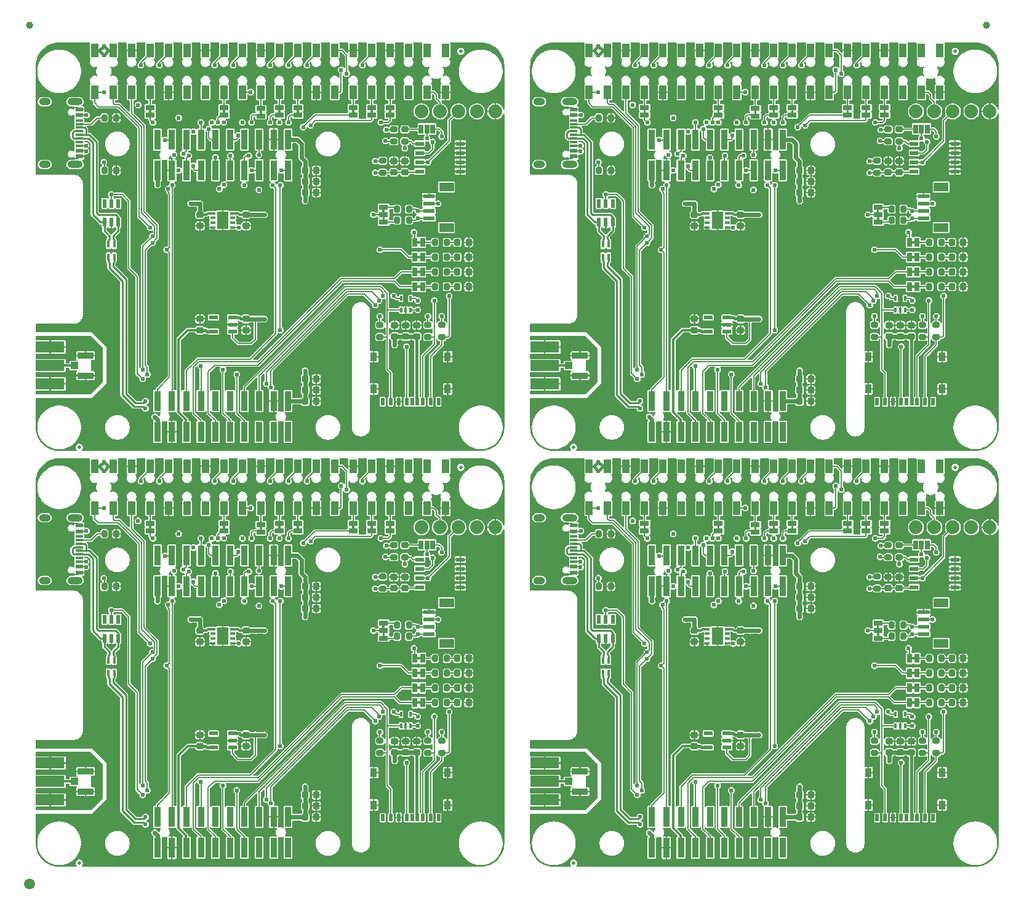
<source format=gtl>
%TF.GenerationSoftware,KiCad,Pcbnew,8.0.7*%
%TF.CreationDate,2025-01-31T11:01:18+00:00*%
%TF.ProjectId,SparkFun_GNSS_pHAT_panelized,53706172-6b46-4756-9e5f-474e53535f70,v10*%
%TF.SameCoordinates,Original*%
%TF.FileFunction,Copper,L1,Top*%
%TF.FilePolarity,Positive*%
%FSLAX46Y46*%
G04 Gerber Fmt 4.6, Leading zero omitted, Abs format (unit mm)*
G04 Created by KiCad (PCBNEW 8.0.7) date 2025-01-31 11:01:18*
%MOMM*%
%LPD*%
G01*
G04 APERTURE LIST*
G04 Aperture macros list*
%AMRoundRect*
0 Rectangle with rounded corners*
0 $1 Rounding radius*
0 $2 $3 $4 $5 $6 $7 $8 $9 X,Y pos of 4 corners*
0 Add a 4 corners polygon primitive as box body*
4,1,4,$2,$3,$4,$5,$6,$7,$8,$9,$2,$3,0*
0 Add four circle primitives for the rounded corners*
1,1,$1+$1,$2,$3*
1,1,$1+$1,$4,$5*
1,1,$1+$1,$6,$7*
1,1,$1+$1,$8,$9*
0 Add four rect primitives between the rounded corners*
20,1,$1+$1,$2,$3,$4,$5,0*
20,1,$1+$1,$4,$5,$6,$7,0*
20,1,$1+$1,$6,$7,$8,$9,0*
20,1,$1+$1,$8,$9,$2,$3,0*%
G04 Aperture macros list end*
%TA.AperFunction,EtchedComponent*%
%ADD10C,0.000000*%
%TD*%
%TA.AperFunction,SMDPad,CuDef*%
%ADD11R,1.270000X0.660400*%
%TD*%
%TA.AperFunction,SMDPad,CuDef*%
%ADD12RoundRect,0.200000X0.200000X0.275000X-0.200000X0.275000X-0.200000X-0.275000X0.200000X-0.275000X0*%
%TD*%
%TA.AperFunction,SMDPad,CuDef*%
%ADD13RoundRect,0.225000X-0.225000X-0.250000X0.225000X-0.250000X0.225000X0.250000X-0.225000X0.250000X0*%
%TD*%
%TA.AperFunction,SMDPad,CuDef*%
%ADD14RoundRect,0.218750X0.218750X0.256250X-0.218750X0.256250X-0.218750X-0.256250X0.218750X-0.256250X0*%
%TD*%
%TA.AperFunction,SMDPad,CuDef*%
%ADD15R,0.900000X2.750000*%
%TD*%
%TA.AperFunction,SMDPad,CuDef*%
%ADD16R,0.660400X1.270000*%
%TD*%
%TA.AperFunction,SMDPad,CuDef*%
%ADD17C,0.500000*%
%TD*%
%TA.AperFunction,SMDPad,CuDef*%
%ADD18RoundRect,0.225000X0.250000X-0.225000X0.250000X0.225000X-0.250000X0.225000X-0.250000X-0.225000X0*%
%TD*%
%TA.AperFunction,SMDPad,CuDef*%
%ADD19RoundRect,0.200000X0.275000X-0.200000X0.275000X0.200000X-0.275000X0.200000X-0.275000X-0.200000X0*%
%TD*%
%TA.AperFunction,SMDPad,CuDef*%
%ADD20RoundRect,0.200000X-0.200000X-0.275000X0.200000X-0.275000X0.200000X0.275000X-0.200000X0.275000X0*%
%TD*%
%TA.AperFunction,SMDPad,CuDef*%
%ADD21C,1.000000*%
%TD*%
%TA.AperFunction,SMDPad,CuDef*%
%ADD22R,4.000000X1.500000*%
%TD*%
%TA.AperFunction,SMDPad,CuDef*%
%ADD23RoundRect,0.200000X-0.275000X0.200000X-0.275000X-0.200000X0.275000X-0.200000X0.275000X0.200000X0*%
%TD*%
%TA.AperFunction,ComponentPad*%
%ADD24C,1.879600*%
%TD*%
%TA.AperFunction,SMDPad,CuDef*%
%ADD25R,0.500000X1.000000*%
%TD*%
%TA.AperFunction,SMDPad,CuDef*%
%ADD26R,0.950000X1.200000*%
%TD*%
%TA.AperFunction,SMDPad,CuDef*%
%ADD27R,0.550000X1.200000*%
%TD*%
%TA.AperFunction,SMDPad,CuDef*%
%ADD28R,1.020000X1.870000*%
%TD*%
%TA.AperFunction,SMDPad,CuDef*%
%ADD29R,1.550000X0.600000*%
%TD*%
%TA.AperFunction,SMDPad,CuDef*%
%ADD30R,2.000000X1.200000*%
%TD*%
%TA.AperFunction,SMDPad,CuDef*%
%ADD31RoundRect,0.225000X-0.250000X0.225000X-0.250000X-0.225000X0.250000X-0.225000X0.250000X0.225000X0*%
%TD*%
%TA.AperFunction,SMDPad,CuDef*%
%ADD32R,1.200000X0.550000*%
%TD*%
%TA.AperFunction,SMDPad,CuDef*%
%ADD33RoundRect,0.225000X0.225000X0.250000X-0.225000X0.250000X-0.225000X-0.250000X0.225000X-0.250000X0*%
%TD*%
%TA.AperFunction,SMDPad,CuDef*%
%ADD34C,1.500000*%
%TD*%
%TA.AperFunction,SMDPad,CuDef*%
%ADD35R,1.050000X1.000000*%
%TD*%
%TA.AperFunction,SMDPad,CuDef*%
%ADD36R,2.200000X0.850000*%
%TD*%
%TA.AperFunction,SMDPad,CuDef*%
%ADD37R,0.650000X0.300000*%
%TD*%
%TA.AperFunction,SMDPad,CuDef*%
%ADD38R,1.600000X2.350000*%
%TD*%
%TA.AperFunction,SMDPad,CuDef*%
%ADD39R,1.000000X0.300000*%
%TD*%
%TA.AperFunction,SMDPad,CuDef*%
%ADD40R,1.000000X0.600000*%
%TD*%
%TA.AperFunction,ComponentPad*%
%ADD41O,1.600000X1.000000*%
%TD*%
%TA.AperFunction,ComponentPad*%
%ADD42O,2.100000X1.000000*%
%TD*%
%TA.AperFunction,SMDPad,CuDef*%
%ADD43R,1.200000X0.600000*%
%TD*%
%TA.AperFunction,SMDPad,CuDef*%
%ADD44R,0.635000X1.270000*%
%TD*%
%TA.AperFunction,SMDPad,CuDef*%
%ADD45R,0.300000X0.700000*%
%TD*%
%TA.AperFunction,SMDPad,CuDef*%
%ADD46R,0.400000X0.900000*%
%TD*%
%TA.AperFunction,ViaPad*%
%ADD47C,0.609600*%
%TD*%
%TA.AperFunction,Conductor*%
%ADD48C,0.177800*%
%TD*%
%TA.AperFunction,Conductor*%
%ADD49C,0.558800*%
%TD*%
%TA.AperFunction,Conductor*%
%ADD50C,0.304800*%
%TD*%
%TA.AperFunction,Conductor*%
%ADD51C,0.152400*%
%TD*%
%TA.AperFunction,Conductor*%
%ADD52C,0.406400*%
%TD*%
%TA.AperFunction,Conductor*%
%ADD53C,0.266700*%
%TD*%
%TA.AperFunction,Conductor*%
%ADD54C,0.330200*%
%TD*%
G04 APERTURE END LIST*
D10*
%TA.AperFunction,EtchedComponent*%
%TO.C,JP5*%
G36*
X44092000Y46740000D02*
G01*
X43792000Y46740000D01*
X43792000Y47240000D01*
X44092000Y47240000D01*
X44092000Y46740000D01*
G37*
%TD.AperFunction*%
%TA.AperFunction,EtchedComponent*%
G36*
X44092000Y103990000D02*
G01*
X43792000Y103990000D01*
X43792000Y104490000D01*
X44092000Y104490000D01*
X44092000Y103990000D01*
G37*
%TD.AperFunction*%
%TA.AperFunction,EtchedComponent*%
G36*
X112132000Y46740000D02*
G01*
X111832000Y46740000D01*
X111832000Y47240000D01*
X112132000Y47240000D01*
X112132000Y46740000D01*
G37*
%TD.AperFunction*%
%TA.AperFunction,EtchedComponent*%
G36*
X112132000Y103990000D02*
G01*
X111832000Y103990000D01*
X111832000Y104490000D01*
X112132000Y104490000D01*
X112132000Y103990000D01*
G37*
%TD.AperFunction*%
%TA.AperFunction,EtchedComponent*%
%TO.C,JP4*%
G36*
X16152000Y46740000D02*
G01*
X15852000Y46740000D01*
X15852000Y47240000D01*
X16152000Y47240000D01*
X16152000Y46740000D01*
G37*
%TD.AperFunction*%
%TA.AperFunction,EtchedComponent*%
G36*
X84192000Y46740000D02*
G01*
X83892000Y46740000D01*
X83892000Y47240000D01*
X84192000Y47240000D01*
X84192000Y46740000D01*
G37*
%TD.AperFunction*%
%TA.AperFunction,EtchedComponent*%
G36*
X16152000Y103990000D02*
G01*
X15852000Y103990000D01*
X15852000Y104490000D01*
X16152000Y104490000D01*
X16152000Y103990000D01*
G37*
%TD.AperFunction*%
%TA.AperFunction,EtchedComponent*%
G36*
X84192000Y103990000D02*
G01*
X83892000Y103990000D01*
X83892000Y104490000D01*
X84192000Y104490000D01*
X84192000Y103990000D01*
G37*
%TD.AperFunction*%
%TA.AperFunction,EtchedComponent*%
%TO.C,JP10*%
G36*
X31392000Y46613000D02*
G01*
X31092000Y46613000D01*
X31092000Y47113000D01*
X31392000Y47113000D01*
X31392000Y46613000D01*
G37*
%TD.AperFunction*%
%TA.AperFunction,EtchedComponent*%
G36*
X99432000Y46613000D02*
G01*
X99132000Y46613000D01*
X99132000Y47113000D01*
X99432000Y47113000D01*
X99432000Y46613000D01*
G37*
%TD.AperFunction*%
%TA.AperFunction,EtchedComponent*%
G36*
X31392000Y103863000D02*
G01*
X31092000Y103863000D01*
X31092000Y104363000D01*
X31392000Y104363000D01*
X31392000Y103863000D01*
G37*
%TD.AperFunction*%
%TA.AperFunction,EtchedComponent*%
G36*
X99432000Y103863000D02*
G01*
X99132000Y103863000D01*
X99132000Y104363000D01*
X99432000Y104363000D01*
X99432000Y103863000D01*
G37*
%TD.AperFunction*%
%TA.AperFunction,EtchedComponent*%
%TO.C,JP22*%
G36*
X26312000Y46740000D02*
G01*
X26012000Y46740000D01*
X26012000Y47240000D01*
X26312000Y47240000D01*
X26312000Y46740000D01*
G37*
%TD.AperFunction*%
%TA.AperFunction,EtchedComponent*%
G36*
X26312000Y103990000D02*
G01*
X26012000Y103990000D01*
X26012000Y104490000D01*
X26312000Y104490000D01*
X26312000Y103990000D01*
G37*
%TD.AperFunction*%
%TA.AperFunction,EtchedComponent*%
G36*
X94352000Y103990000D02*
G01*
X94052000Y103990000D01*
X94052000Y104490000D01*
X94352000Y104490000D01*
X94352000Y103990000D01*
G37*
%TD.AperFunction*%
%TA.AperFunction,EtchedComponent*%
G36*
X94352000Y46740000D02*
G01*
X94052000Y46740000D01*
X94052000Y47240000D01*
X94352000Y47240000D01*
X94352000Y46740000D01*
G37*
%TD.AperFunction*%
%TA.AperFunction,EtchedComponent*%
%TO.C,PWR.1*%
G36*
X53209000Y28806000D02*
G01*
X52709000Y28806000D01*
X52709000Y29106000D01*
X53209000Y29106000D01*
X53209000Y28806000D01*
G37*
%TD.AperFunction*%
%TA.AperFunction,EtchedComponent*%
G36*
X121249000Y86056000D02*
G01*
X120749000Y86056000D01*
X120749000Y86356000D01*
X121249000Y86356000D01*
X121249000Y86056000D01*
G37*
%TD.AperFunction*%
%TA.AperFunction,EtchedComponent*%
G36*
X53209000Y86056000D02*
G01*
X52709000Y86056000D01*
X52709000Y86356000D01*
X53209000Y86356000D01*
X53209000Y86056000D01*
G37*
%TD.AperFunction*%
%TA.AperFunction,EtchedComponent*%
G36*
X121249000Y28806000D02*
G01*
X120749000Y28806000D01*
X120749000Y29106000D01*
X121249000Y29106000D01*
X121249000Y28806000D01*
G37*
%TD.AperFunction*%
%TA.AperFunction,EtchedComponent*%
%TO.C,PPS1.1*%
G36*
X53209000Y26774000D02*
G01*
X52709000Y26774000D01*
X52709000Y27074000D01*
X53209000Y27074000D01*
X53209000Y26774000D01*
G37*
%TD.AperFunction*%
%TA.AperFunction,EtchedComponent*%
G36*
X121249000Y26774000D02*
G01*
X120749000Y26774000D01*
X120749000Y27074000D01*
X121249000Y27074000D01*
X121249000Y26774000D01*
G37*
%TD.AperFunction*%
%TA.AperFunction,EtchedComponent*%
G36*
X53209000Y84024000D02*
G01*
X52709000Y84024000D01*
X52709000Y84324000D01*
X53209000Y84324000D01*
X53209000Y84024000D01*
G37*
%TD.AperFunction*%
%TA.AperFunction,EtchedComponent*%
G36*
X121249000Y84024000D02*
G01*
X120749000Y84024000D01*
X120749000Y84324000D01*
X121249000Y84324000D01*
X121249000Y84024000D01*
G37*
%TD.AperFunction*%
%TA.AperFunction,EtchedComponent*%
%TO.C,JP9*%
G36*
X33932000Y46740000D02*
G01*
X33632000Y46740000D01*
X33632000Y47240000D01*
X33932000Y47240000D01*
X33932000Y46740000D01*
G37*
%TD.AperFunction*%
%TA.AperFunction,EtchedComponent*%
G36*
X33932000Y103990000D02*
G01*
X33632000Y103990000D01*
X33632000Y104490000D01*
X33932000Y104490000D01*
X33932000Y103990000D01*
G37*
%TD.AperFunction*%
%TA.AperFunction,EtchedComponent*%
G36*
X101972000Y46740000D02*
G01*
X101672000Y46740000D01*
X101672000Y47240000D01*
X101972000Y47240000D01*
X101972000Y46740000D01*
G37*
%TD.AperFunction*%
%TA.AperFunction,EtchedComponent*%
G36*
X101972000Y103990000D02*
G01*
X101672000Y103990000D01*
X101672000Y104490000D01*
X101972000Y104490000D01*
X101972000Y103990000D01*
G37*
%TD.AperFunction*%
%TA.AperFunction,EtchedComponent*%
%TO.C,JP6*%
G36*
X46632000Y46740000D02*
G01*
X46332000Y46740000D01*
X46332000Y47240000D01*
X46632000Y47240000D01*
X46632000Y46740000D01*
G37*
%TD.AperFunction*%
%TA.AperFunction,EtchedComponent*%
G36*
X114672000Y103990000D02*
G01*
X114372000Y103990000D01*
X114372000Y104490000D01*
X114672000Y104490000D01*
X114672000Y103990000D01*
G37*
%TD.AperFunction*%
%TA.AperFunction,EtchedComponent*%
G36*
X46632000Y103990000D02*
G01*
X46332000Y103990000D01*
X46332000Y104490000D01*
X46632000Y104490000D01*
X46632000Y103990000D01*
G37*
%TD.AperFunction*%
%TA.AperFunction,EtchedComponent*%
G36*
X114672000Y46740000D02*
G01*
X114372000Y46740000D01*
X114372000Y47240000D01*
X114672000Y47240000D01*
X114672000Y46740000D01*
G37*
%TD.AperFunction*%
%TA.AperFunction,EtchedComponent*%
%TO.C,JP13*%
G36*
X49172000Y46740000D02*
G01*
X48872000Y46740000D01*
X48872000Y47240000D01*
X49172000Y47240000D01*
X49172000Y46740000D01*
G37*
%TD.AperFunction*%
%TA.AperFunction,EtchedComponent*%
G36*
X49172000Y103990000D02*
G01*
X48872000Y103990000D01*
X48872000Y104490000D01*
X49172000Y104490000D01*
X49172000Y103990000D01*
G37*
%TD.AperFunction*%
%TA.AperFunction,EtchedComponent*%
G36*
X117212000Y103990000D02*
G01*
X116912000Y103990000D01*
X116912000Y104490000D01*
X117212000Y104490000D01*
X117212000Y103990000D01*
G37*
%TD.AperFunction*%
%TA.AperFunction,EtchedComponent*%
G36*
X117212000Y46740000D02*
G01*
X116912000Y46740000D01*
X116912000Y47240000D01*
X117212000Y47240000D01*
X117212000Y46740000D01*
G37*
%TD.AperFunction*%
%TA.AperFunction,EtchedComponent*%
%TO.C,RTK.1*%
G36*
X53209000Y24742000D02*
G01*
X52709000Y24742000D01*
X52709000Y25042000D01*
X53209000Y25042000D01*
X53209000Y24742000D01*
G37*
%TD.AperFunction*%
%TA.AperFunction,EtchedComponent*%
G36*
X121249000Y81992000D02*
G01*
X120749000Y81992000D01*
X120749000Y82292000D01*
X121249000Y82292000D01*
X121249000Y81992000D01*
G37*
%TD.AperFunction*%
%TA.AperFunction,EtchedComponent*%
G36*
X121249000Y24742000D02*
G01*
X120749000Y24742000D01*
X120749000Y25042000D01*
X121249000Y25042000D01*
X121249000Y24742000D01*
G37*
%TD.AperFunction*%
%TA.AperFunction,EtchedComponent*%
G36*
X53209000Y81992000D02*
G01*
X52709000Y81992000D01*
X52709000Y82292000D01*
X53209000Y82292000D01*
X53209000Y81992000D01*
G37*
%TD.AperFunction*%
%TA.AperFunction,EtchedComponent*%
%TO.C,PVT.1*%
G36*
X53209000Y22710000D02*
G01*
X52709000Y22710000D01*
X52709000Y23010000D01*
X53209000Y23010000D01*
X53209000Y22710000D01*
G37*
%TD.AperFunction*%
%TA.AperFunction,EtchedComponent*%
G36*
X53209000Y79960000D02*
G01*
X52709000Y79960000D01*
X52709000Y80260000D01*
X53209000Y80260000D01*
X53209000Y79960000D01*
G37*
%TD.AperFunction*%
%TA.AperFunction,EtchedComponent*%
G36*
X121249000Y22710000D02*
G01*
X120749000Y22710000D01*
X120749000Y23010000D01*
X121249000Y23010000D01*
X121249000Y22710000D01*
G37*
%TD.AperFunction*%
%TA.AperFunction,EtchedComponent*%
G36*
X121249000Y79960000D02*
G01*
X120749000Y79960000D01*
X120749000Y80260000D01*
X121249000Y80260000D01*
X121249000Y79960000D01*
G37*
%TD.AperFunction*%
%TA.AperFunction,EtchedComponent*%
%TO.C,JP11*%
G36*
X36472000Y46740000D02*
G01*
X36172000Y46740000D01*
X36172000Y47240000D01*
X36472000Y47240000D01*
X36472000Y46740000D01*
G37*
%TD.AperFunction*%
%TA.AperFunction,EtchedComponent*%
G36*
X104512000Y46740000D02*
G01*
X104212000Y46740000D01*
X104212000Y47240000D01*
X104512000Y47240000D01*
X104512000Y46740000D01*
G37*
%TD.AperFunction*%
%TA.AperFunction,EtchedComponent*%
G36*
X36472000Y103990000D02*
G01*
X36172000Y103990000D01*
X36172000Y104490000D01*
X36472000Y104490000D01*
X36472000Y103990000D01*
G37*
%TD.AperFunction*%
%TA.AperFunction,EtchedComponent*%
G36*
X104512000Y103990000D02*
G01*
X104212000Y103990000D01*
X104212000Y104490000D01*
X104512000Y104490000D01*
X104512000Y103990000D01*
G37*
%TD.AperFunction*%
%TA.AperFunction,EtchedComponent*%
%TO.C,JP1*%
G36*
X48260000Y33028000D02*
G01*
X47960000Y33028000D01*
X47960000Y33528000D01*
X48260000Y33528000D01*
X48260000Y33028000D01*
G37*
%TD.AperFunction*%
%TA.AperFunction,EtchedComponent*%
G36*
X48283000Y31995300D02*
G01*
X47983000Y31995300D01*
X47983000Y32495300D01*
X48283000Y32495300D01*
X48283000Y31995300D01*
G37*
%TD.AperFunction*%
%TA.AperFunction,EtchedComponent*%
G36*
X116300000Y90278000D02*
G01*
X116000000Y90278000D01*
X116000000Y90778000D01*
X116300000Y90778000D01*
X116300000Y90278000D01*
G37*
%TD.AperFunction*%
%TA.AperFunction,EtchedComponent*%
G36*
X116323000Y89245300D02*
G01*
X116023000Y89245300D01*
X116023000Y89745300D01*
X116323000Y89745300D01*
X116323000Y89245300D01*
G37*
%TD.AperFunction*%
%TA.AperFunction,EtchedComponent*%
G36*
X48260000Y90278000D02*
G01*
X47960000Y90278000D01*
X47960000Y90778000D01*
X48260000Y90778000D01*
X48260000Y90278000D01*
G37*
%TD.AperFunction*%
%TA.AperFunction,EtchedComponent*%
G36*
X48283000Y89245300D02*
G01*
X47983000Y89245300D01*
X47983000Y89745300D01*
X48283000Y89745300D01*
X48283000Y89245300D01*
G37*
%TD.AperFunction*%
%TA.AperFunction,EtchedComponent*%
G36*
X116300000Y33028000D02*
G01*
X116000000Y33028000D01*
X116000000Y33528000D01*
X116300000Y33528000D01*
X116300000Y33028000D01*
G37*
%TD.AperFunction*%
%TA.AperFunction,EtchedComponent*%
G36*
X116323000Y31995300D02*
G01*
X116023000Y31995300D01*
X116023000Y32495300D01*
X116323000Y32495300D01*
X116323000Y31995300D01*
G37*
%TD.AperFunction*%
%TD*%
D11*
%TO.P,JP5,1,A*%
%TO.N,Net-(J1-GCLK1{slash}GPIO5)*%
X43942000Y47510700D03*
%TO.P,JP5,2,B*%
%TO.N,TXD3*%
X43942000Y46469300D03*
%TD*%
%TO.P,JP5,1,A*%
%TO.N,Net-(J1-GCLK1{slash}GPIO5)*%
X43942000Y104760700D03*
%TO.P,JP5,2,B*%
%TO.N,TXD3*%
X43942000Y103719300D03*
%TD*%
%TO.P,JP5,1,A*%
%TO.N,Net-(J1-GCLK1{slash}GPIO5)*%
X111982000Y47510700D03*
%TO.P,JP5,2,B*%
%TO.N,TXD3*%
X111982000Y46469300D03*
%TD*%
%TO.P,JP5,1,A*%
%TO.N,Net-(J1-GCLK1{slash}GPIO5)*%
X111982000Y104760700D03*
%TO.P,JP5,2,B*%
%TO.N,TXD3*%
X111982000Y103719300D03*
%TD*%
%TO.P,JP4,1,A*%
%TO.N,Net-(J1-GCLK0{slash}GPIO4)*%
X16002000Y47510700D03*
%TO.P,JP4,2,B*%
%TO.N,RXD3*%
X16002000Y46469300D03*
%TD*%
%TO.P,JP4,1,A*%
%TO.N,Net-(J1-GCLK0{slash}GPIO4)*%
X84042000Y47510700D03*
%TO.P,JP4,2,B*%
%TO.N,RXD3*%
X84042000Y46469300D03*
%TD*%
%TO.P,JP4,1,A*%
%TO.N,Net-(J1-GCLK0{slash}GPIO4)*%
X16002000Y104760700D03*
%TO.P,JP4,2,B*%
%TO.N,RXD3*%
X16002000Y103719300D03*
%TD*%
%TO.P,JP4,1,A*%
%TO.N,Net-(J1-GCLK0{slash}GPIO4)*%
X84042000Y104760700D03*
%TO.P,JP4,2,B*%
%TO.N,RXD3*%
X84042000Y103719300D03*
%TD*%
D12*
%TO.P,R5,1*%
%TO.N,SCL*%
X51625000Y32004000D03*
%TO.P,R5,2*%
%TO.N,Net-(JP1-A)*%
X49975000Y32004000D03*
%TD*%
%TO.P,R5,1*%
%TO.N,SCL*%
X51625000Y89254000D03*
%TO.P,R5,2*%
%TO.N,Net-(JP1-A)*%
X49975000Y89254000D03*
%TD*%
%TO.P,R5,1*%
%TO.N,SCL*%
X119665000Y89254000D03*
%TO.P,R5,2*%
%TO.N,Net-(JP1-A)*%
X118015000Y89254000D03*
%TD*%
%TO.P,R5,1*%
%TO.N,SCL*%
X119665000Y32004000D03*
%TO.P,R5,2*%
%TO.N,Net-(JP1-A)*%
X118015000Y32004000D03*
%TD*%
D11*
%TO.P,JP10,1,A*%
%TO.N,Net-(J1-PICO0{slash}GPIO10)*%
X31242000Y47383700D03*
%TO.P,JP10,2,B*%
%TO.N,RTS2*%
X31242000Y46342300D03*
%TD*%
%TO.P,JP10,1,A*%
%TO.N,Net-(J1-PICO0{slash}GPIO10)*%
X99282000Y47383700D03*
%TO.P,JP10,2,B*%
%TO.N,RTS2*%
X99282000Y46342300D03*
%TD*%
%TO.P,JP10,1,A*%
%TO.N,Net-(J1-PICO0{slash}GPIO10)*%
X31242000Y104633700D03*
%TO.P,JP10,2,B*%
%TO.N,RTS2*%
X31242000Y103592300D03*
%TD*%
%TO.P,JP10,1,A*%
%TO.N,Net-(J1-PICO0{slash}GPIO10)*%
X99282000Y104633700D03*
%TO.P,JP10,2,B*%
%TO.N,RTS2*%
X99282000Y103592300D03*
%TD*%
D13*
%TO.P,C15,1*%
%TO.N,3.3V*%
X37325000Y35814000D03*
%TO.P,C15,2*%
%TO.N,GND*%
X38875000Y35814000D03*
%TD*%
%TO.P,C15,1*%
%TO.N,3.3V*%
X105365000Y93064000D03*
%TO.P,C15,2*%
%TO.N,GND*%
X106915000Y93064000D03*
%TD*%
%TO.P,C15,1*%
%TO.N,3.3V*%
X37325000Y93064000D03*
%TO.P,C15,2*%
%TO.N,GND*%
X38875000Y93064000D03*
%TD*%
%TO.P,C15,1*%
%TO.N,3.3V*%
X105365000Y35814000D03*
%TO.P,C15,2*%
%TO.N,GND*%
X106915000Y35814000D03*
%TD*%
%TO.P,C12,1*%
%TO.N,3.3V*%
X37325000Y10160000D03*
%TO.P,C12,2*%
%TO.N,GND*%
X38875000Y10160000D03*
%TD*%
%TO.P,C12,1*%
%TO.N,3.3V*%
X105365000Y10160000D03*
%TO.P,C12,2*%
%TO.N,GND*%
X106915000Y10160000D03*
%TD*%
%TO.P,C12,1*%
%TO.N,3.3V*%
X37325000Y67410000D03*
%TO.P,C12,2*%
%TO.N,GND*%
X38875000Y67410000D03*
%TD*%
%TO.P,C12,1*%
%TO.N,3.3V*%
X105365000Y67410000D03*
%TO.P,C12,2*%
%TO.N,GND*%
X106915000Y67410000D03*
%TD*%
D14*
%TO.P,D4,1,K*%
%TO.N,GND*%
X59842500Y22860000D03*
%TO.P,D4,2,A*%
%TO.N,Net-(D4-A)*%
X58267500Y22860000D03*
%TD*%
%TO.P,D4,1,K*%
%TO.N,GND*%
X127882500Y22860000D03*
%TO.P,D4,2,A*%
%TO.N,Net-(D4-A)*%
X126307500Y22860000D03*
%TD*%
%TO.P,D4,1,K*%
%TO.N,GND*%
X59842500Y80110000D03*
%TO.P,D4,2,A*%
%TO.N,Net-(D4-A)*%
X58267500Y80110000D03*
%TD*%
%TO.P,D4,1,K*%
%TO.N,GND*%
X127882500Y80110000D03*
%TO.P,D4,2,A*%
%TO.N,Net-(D4-A)*%
X126307500Y80110000D03*
%TD*%
D15*
%TO.P,J4,1,Pin_1*%
%TO.N,3.3V*%
X17000000Y38875000D03*
%TO.P,J4,2,Pin_2*%
%TO.N,unconnected-(J4-Pin_2-Pad2)*%
X17000000Y43125000D03*
%TO.P,J4,3,Pin_3*%
%TO.N,GND*%
X19000000Y38875000D03*
%TO.P,J4,4,Pin_4*%
%TO.N,CTS3*%
X19000000Y43125000D03*
%TO.P,J4,5,Pin_5*%
%TO.N,RTS3*%
X21000000Y38875000D03*
%TO.P,J4,6,Pin_6*%
%TO.N,TXD3*%
X21000000Y43125000D03*
%TO.P,J4,7,Pin_7*%
%TO.N,CTS2*%
X23000000Y38875000D03*
%TO.P,J4,8,Pin_8*%
%TO.N,RXD3*%
X23000000Y43125000D03*
%TO.P,J4,9,Pin_9*%
%TO.N,RTS2*%
X25000000Y38875000D03*
%TO.P,J4,10,Pin_10*%
%TO.N,TXD2*%
X25000000Y43125000D03*
%TO.P,J4,11,Pin_1*%
%TO.N,TXD4*%
X27000000Y38875000D03*
%TO.P,J4,12,Pin_2*%
%TO.N,RXD2*%
X27000000Y43125000D03*
%TO.P,J4,13,Pin_1*%
%TO.N,RXD4*%
X29000000Y38875000D03*
%TO.P,J4,14,Pin_2*%
%TO.N,unconnected-(J4-Pin_2-Pad14)*%
X29000000Y43125000D03*
%TO.P,J4,15,Pin_1*%
%TO.N,TXD1*%
X31000000Y38875000D03*
%TO.P,J4,16,Pin_2*%
%TO.N,~{RST}*%
X31000000Y43125000D03*
%TO.P,J4,17,Pin_1*%
%TO.N,unconnected-(J4-Pin_1-Pad17)*%
X33000000Y38875000D03*
%TO.P,J4,18,Pin_2*%
%TO.N,GND*%
X33000000Y43125000D03*
%TO.P,J4,19,Pin_1*%
%TO.N,RXD1*%
X35000000Y38875000D03*
%TO.P,J4,20,Pin_2*%
%TO.N,3.3V*%
X35000000Y43125000D03*
%TD*%
%TO.P,J4,1,Pin_1*%
%TO.N,3.3V*%
X17000000Y96125000D03*
%TO.P,J4,2,Pin_2*%
%TO.N,unconnected-(J4-Pin_2-Pad2)*%
X17000000Y100375000D03*
%TO.P,J4,3,Pin_3*%
%TO.N,GND*%
X19000000Y96125000D03*
%TO.P,J4,4,Pin_4*%
%TO.N,CTS3*%
X19000000Y100375000D03*
%TO.P,J4,5,Pin_5*%
%TO.N,RTS3*%
X21000000Y96125000D03*
%TO.P,J4,6,Pin_6*%
%TO.N,TXD3*%
X21000000Y100375000D03*
%TO.P,J4,7,Pin_7*%
%TO.N,CTS2*%
X23000000Y96125000D03*
%TO.P,J4,8,Pin_8*%
%TO.N,RXD3*%
X23000000Y100375000D03*
%TO.P,J4,9,Pin_9*%
%TO.N,RTS2*%
X25000000Y96125000D03*
%TO.P,J4,10,Pin_10*%
%TO.N,TXD2*%
X25000000Y100375000D03*
%TO.P,J4,11,Pin_1*%
%TO.N,TXD4*%
X27000000Y96125000D03*
%TO.P,J4,12,Pin_2*%
%TO.N,RXD2*%
X27000000Y100375000D03*
%TO.P,J4,13,Pin_1*%
%TO.N,RXD4*%
X29000000Y96125000D03*
%TO.P,J4,14,Pin_2*%
%TO.N,unconnected-(J4-Pin_2-Pad14)*%
X29000000Y100375000D03*
%TO.P,J4,15,Pin_1*%
%TO.N,TXD1*%
X31000000Y96125000D03*
%TO.P,J4,16,Pin_2*%
%TO.N,~{RST}*%
X31000000Y100375000D03*
%TO.P,J4,17,Pin_1*%
%TO.N,unconnected-(J4-Pin_1-Pad17)*%
X33000000Y96125000D03*
%TO.P,J4,18,Pin_2*%
%TO.N,GND*%
X33000000Y100375000D03*
%TO.P,J4,19,Pin_1*%
%TO.N,RXD1*%
X35000000Y96125000D03*
%TO.P,J4,20,Pin_2*%
%TO.N,3.3V*%
X35000000Y100375000D03*
%TD*%
%TO.P,J4,1,Pin_1*%
%TO.N,3.3V*%
X85040000Y38875000D03*
%TO.P,J4,2,Pin_2*%
%TO.N,unconnected-(J4-Pin_2-Pad2)*%
X85040000Y43125000D03*
%TO.P,J4,3,Pin_3*%
%TO.N,GND*%
X87040000Y38875000D03*
%TO.P,J4,4,Pin_4*%
%TO.N,CTS3*%
X87040000Y43125000D03*
%TO.P,J4,5,Pin_5*%
%TO.N,RTS3*%
X89040000Y38875000D03*
%TO.P,J4,6,Pin_6*%
%TO.N,TXD3*%
X89040000Y43125000D03*
%TO.P,J4,7,Pin_7*%
%TO.N,CTS2*%
X91040000Y38875000D03*
%TO.P,J4,8,Pin_8*%
%TO.N,RXD3*%
X91040000Y43125000D03*
%TO.P,J4,9,Pin_9*%
%TO.N,RTS2*%
X93040000Y38875000D03*
%TO.P,J4,10,Pin_10*%
%TO.N,TXD2*%
X93040000Y43125000D03*
%TO.P,J4,11,Pin_1*%
%TO.N,TXD4*%
X95040000Y38875000D03*
%TO.P,J4,12,Pin_2*%
%TO.N,RXD2*%
X95040000Y43125000D03*
%TO.P,J4,13,Pin_1*%
%TO.N,RXD4*%
X97040000Y38875000D03*
%TO.P,J4,14,Pin_2*%
%TO.N,unconnected-(J4-Pin_2-Pad14)*%
X97040000Y43125000D03*
%TO.P,J4,15,Pin_1*%
%TO.N,TXD1*%
X99040000Y38875000D03*
%TO.P,J4,16,Pin_2*%
%TO.N,~{RST}*%
X99040000Y43125000D03*
%TO.P,J4,17,Pin_1*%
%TO.N,unconnected-(J4-Pin_1-Pad17)*%
X101040000Y38875000D03*
%TO.P,J4,18,Pin_2*%
%TO.N,GND*%
X101040000Y43125000D03*
%TO.P,J4,19,Pin_1*%
%TO.N,RXD1*%
X103040000Y38875000D03*
%TO.P,J4,20,Pin_2*%
%TO.N,3.3V*%
X103040000Y43125000D03*
%TD*%
%TO.P,J4,1,Pin_1*%
%TO.N,3.3V*%
X85040000Y96125000D03*
%TO.P,J4,2,Pin_2*%
%TO.N,unconnected-(J4-Pin_2-Pad2)*%
X85040000Y100375000D03*
%TO.P,J4,3,Pin_3*%
%TO.N,GND*%
X87040000Y96125000D03*
%TO.P,J4,4,Pin_4*%
%TO.N,CTS3*%
X87040000Y100375000D03*
%TO.P,J4,5,Pin_5*%
%TO.N,RTS3*%
X89040000Y96125000D03*
%TO.P,J4,6,Pin_6*%
%TO.N,TXD3*%
X89040000Y100375000D03*
%TO.P,J4,7,Pin_7*%
%TO.N,CTS2*%
X91040000Y96125000D03*
%TO.P,J4,8,Pin_8*%
%TO.N,RXD3*%
X91040000Y100375000D03*
%TO.P,J4,9,Pin_9*%
%TO.N,RTS2*%
X93040000Y96125000D03*
%TO.P,J4,10,Pin_10*%
%TO.N,TXD2*%
X93040000Y100375000D03*
%TO.P,J4,11,Pin_1*%
%TO.N,TXD4*%
X95040000Y96125000D03*
%TO.P,J4,12,Pin_2*%
%TO.N,RXD2*%
X95040000Y100375000D03*
%TO.P,J4,13,Pin_1*%
%TO.N,RXD4*%
X97040000Y96125000D03*
%TO.P,J4,14,Pin_2*%
%TO.N,unconnected-(J4-Pin_2-Pad14)*%
X97040000Y100375000D03*
%TO.P,J4,15,Pin_1*%
%TO.N,TXD1*%
X99040000Y96125000D03*
%TO.P,J4,16,Pin_2*%
%TO.N,~{RST}*%
X99040000Y100375000D03*
%TO.P,J4,17,Pin_1*%
%TO.N,unconnected-(J4-Pin_1-Pad17)*%
X101040000Y96125000D03*
%TO.P,J4,18,Pin_2*%
%TO.N,GND*%
X101040000Y100375000D03*
%TO.P,J4,19,Pin_1*%
%TO.N,RXD1*%
X103040000Y96125000D03*
%TO.P,J4,20,Pin_2*%
%TO.N,3.3V*%
X103040000Y100375000D03*
%TD*%
D11*
%TO.P,JP22,1,A*%
%TO.N,PPS1*%
X26162000Y46469300D03*
%TO.P,JP22,2,B*%
%TO.N,Net-(J1-GPIO22)*%
X26162000Y47510700D03*
%TD*%
%TO.P,JP22,1,A*%
%TO.N,PPS1*%
X26162000Y103719300D03*
%TO.P,JP22,2,B*%
%TO.N,Net-(J1-GPIO22)*%
X26162000Y104760700D03*
%TD*%
%TO.P,JP22,1,A*%
%TO.N,PPS1*%
X94202000Y103719300D03*
%TO.P,JP22,2,B*%
%TO.N,Net-(J1-GPIO22)*%
X94202000Y104760700D03*
%TD*%
%TO.P,JP22,1,A*%
%TO.N,PPS1*%
X94202000Y46469300D03*
%TO.P,JP22,2,B*%
%TO.N,Net-(J1-GPIO22)*%
X94202000Y47510700D03*
%TD*%
D16*
%TO.P,PWR.1,1,A*%
%TO.N,Net-(PWR.1-A)*%
X53479700Y28956000D03*
%TO.P,PWR.1,2,B*%
%TO.N,3.3V*%
X52438300Y28956000D03*
%TD*%
%TO.P,PWR.1,1,A*%
%TO.N,Net-(PWR.1-A)*%
X121519700Y86206000D03*
%TO.P,PWR.1,2,B*%
%TO.N,3.3V*%
X120478300Y86206000D03*
%TD*%
%TO.P,PWR.1,1,A*%
%TO.N,Net-(PWR.1-A)*%
X53479700Y86206000D03*
%TO.P,PWR.1,2,B*%
%TO.N,3.3V*%
X52438300Y86206000D03*
%TD*%
%TO.P,PWR.1,1,A*%
%TO.N,Net-(PWR.1-A)*%
X121519700Y28956000D03*
%TO.P,PWR.1,2,B*%
%TO.N,3.3V*%
X120478300Y28956000D03*
%TD*%
%TO.P,PPS1.1,1,A*%
%TO.N,PPS1*%
X52438300Y26924000D03*
%TO.P,PPS1.1,2,B*%
%TO.N,Net-(PPS1.1-B)*%
X53479700Y26924000D03*
%TD*%
%TO.P,PPS1.1,1,A*%
%TO.N,PPS1*%
X120478300Y26924000D03*
%TO.P,PPS1.1,2,B*%
%TO.N,Net-(PPS1.1-B)*%
X121519700Y26924000D03*
%TD*%
%TO.P,PPS1.1,1,A*%
%TO.N,PPS1*%
X52438300Y84174000D03*
%TO.P,PPS1.1,2,B*%
%TO.N,Net-(PPS1.1-B)*%
X53479700Y84174000D03*
%TD*%
%TO.P,PPS1.1,1,A*%
%TO.N,PPS1*%
X120478300Y84174000D03*
%TO.P,PPS1.1,2,B*%
%TO.N,Net-(PPS1.1-B)*%
X121519700Y84174000D03*
%TD*%
D17*
%TO.P,FID4,*%
%TO.N,*%
X6250000Y750000D03*
%TD*%
%TO.P,FID4,*%
%TO.N,*%
X6250000Y58000000D03*
%TD*%
%TO.P,FID4,*%
%TO.N,*%
X74290000Y750000D03*
%TD*%
%TO.P,FID4,*%
%TO.N,*%
X74290000Y58000000D03*
%TD*%
D18*
%TO.P,C1,1*%
%TO.N,3.3V*%
X49530000Y38595000D03*
%TO.P,C1,2*%
%TO.N,GND*%
X49530000Y40145000D03*
%TD*%
%TO.P,C1,1*%
%TO.N,3.3V*%
X117570000Y95845000D03*
%TO.P,C1,2*%
%TO.N,GND*%
X117570000Y97395000D03*
%TD*%
%TO.P,C1,1*%
%TO.N,3.3V*%
X49530000Y95845000D03*
%TO.P,C1,2*%
%TO.N,GND*%
X49530000Y97395000D03*
%TD*%
%TO.P,C1,1*%
%TO.N,3.3V*%
X117570000Y38595000D03*
%TO.P,C1,2*%
%TO.N,GND*%
X117570000Y40145000D03*
%TD*%
D11*
%TO.P,JP9,1,A*%
%TO.N,Net-(J1-POCI0{slash}GPIO9)*%
X33782000Y47510700D03*
%TO.P,JP9,2,B*%
%TO.N,TXD2*%
X33782000Y46469300D03*
%TD*%
%TO.P,JP9,1,A*%
%TO.N,Net-(J1-POCI0{slash}GPIO9)*%
X33782000Y104760700D03*
%TO.P,JP9,2,B*%
%TO.N,TXD2*%
X33782000Y103719300D03*
%TD*%
%TO.P,JP9,1,A*%
%TO.N,Net-(J1-POCI0{slash}GPIO9)*%
X101822000Y47510700D03*
%TO.P,JP9,2,B*%
%TO.N,TXD2*%
X101822000Y46469300D03*
%TD*%
%TO.P,JP9,1,A*%
%TO.N,Net-(J1-POCI0{slash}GPIO9)*%
X101822000Y104760700D03*
%TO.P,JP9,2,B*%
%TO.N,TXD2*%
X101822000Y103719300D03*
%TD*%
D19*
%TO.P,R8,1*%
%TO.N,SD_DAT0*%
X47625000Y15939000D03*
%TO.P,R8,2*%
%TO.N,3.3V*%
X47625000Y17589000D03*
%TD*%
%TO.P,R8,1*%
%TO.N,SD_DAT0*%
X115665000Y73189000D03*
%TO.P,R8,2*%
%TO.N,3.3V*%
X115665000Y74839000D03*
%TD*%
%TO.P,R8,1*%
%TO.N,SD_DAT0*%
X47625000Y73189000D03*
%TO.P,R8,2*%
%TO.N,3.3V*%
X47625000Y74839000D03*
%TD*%
%TO.P,R8,1*%
%TO.N,SD_DAT0*%
X115665000Y15939000D03*
%TO.P,R8,2*%
%TO.N,3.3V*%
X115665000Y17589000D03*
%TD*%
D13*
%TO.P,C10,1*%
%TO.N,3.3V*%
X37325000Y7093000D03*
%TO.P,C10,2*%
%TO.N,GND*%
X38875000Y7093000D03*
%TD*%
%TO.P,C10,1*%
%TO.N,3.3V*%
X105365000Y7093000D03*
%TO.P,C10,2*%
%TO.N,GND*%
X106915000Y7093000D03*
%TD*%
%TO.P,C10,1*%
%TO.N,3.3V*%
X37325000Y64343000D03*
%TO.P,C10,2*%
%TO.N,GND*%
X38875000Y64343000D03*
%TD*%
%TO.P,C10,1*%
%TO.N,3.3V*%
X105365000Y64343000D03*
%TO.P,C10,2*%
%TO.N,GND*%
X106915000Y64343000D03*
%TD*%
D17*
%TO.P,FID1,*%
%TO.N,*%
X58750000Y55250000D03*
%TD*%
%TO.P,FID1,*%
%TO.N,*%
X126790000Y112500000D03*
%TD*%
%TO.P,FID1,*%
%TO.N,*%
X58750000Y112500000D03*
%TD*%
%TO.P,FID1,*%
%TO.N,*%
X126790000Y55250000D03*
%TD*%
D18*
%TO.P,C3,1*%
%TO.N,GND*%
X22860000Y31229000D03*
%TO.P,C3,2*%
%TO.N,3.3V*%
X22860000Y32779000D03*
%TD*%
%TO.P,C3,1*%
%TO.N,GND*%
X22860000Y88479000D03*
%TO.P,C3,2*%
%TO.N,3.3V*%
X22860000Y90029000D03*
%TD*%
%TO.P,C3,1*%
%TO.N,GND*%
X90900000Y88479000D03*
%TO.P,C3,2*%
%TO.N,3.3V*%
X90900000Y90029000D03*
%TD*%
%TO.P,C3,1*%
%TO.N,GND*%
X90900000Y31229000D03*
%TO.P,C3,2*%
%TO.N,3.3V*%
X90900000Y32779000D03*
%TD*%
D15*
%TO.P,J2,1,Pin_1*%
%TO.N,3.3V*%
X17000000Y2875000D03*
%TO.P,J2,2,Pin_2*%
%TO.N,PPS1*%
X17000000Y7125000D03*
%TO.P,J2,3,Pin_3*%
%TO.N,GND*%
X19000000Y2875000D03*
%TO.P,J2,4,Pin_4*%
%TO.N,PPS2*%
X19000000Y7125000D03*
%TO.P,J2,5,Pin_5*%
%TO.N,VBACKUP*%
X21000000Y2875000D03*
%TO.P,J2,6,Pin_6*%
%TO.N,EVENTA*%
X21000000Y7125000D03*
%TO.P,J2,7,Pin_7*%
%TO.N,RTK_LED*%
X23000000Y2875000D03*
%TO.P,J2,8,Pin_8*%
%TO.N,EVENTB*%
X23000000Y7125000D03*
%TO.P,J2,9,Pin_9*%
%TO.N,PVT_LED*%
X25000000Y2875000D03*
%TO.P,J2,10,Pin_10*%
%TO.N,SD_CMD*%
X25000000Y7125000D03*
%TO.P,J2,11,Pin_1*%
%TO.N,SDA*%
X27000000Y2875000D03*
%TO.P,J2,12,Pin_2*%
%TO.N,SD_CLK*%
X27000000Y7125000D03*
%TO.P,J2,13,Pin_1*%
%TO.N,SCL*%
X29000000Y2875000D03*
%TO.P,J2,14,Pin_2*%
%TO.N,SD_DAT0*%
X29000000Y7125000D03*
%TO.P,J2,15,Pin_1*%
%TO.N,D-*%
X31000000Y2875000D03*
%TO.P,J2,16,Pin_2*%
%TO.N,SD_DAT3*%
X31000000Y7125000D03*
%TO.P,J2,17,Pin_1*%
%TO.N,D+*%
X33000000Y2875000D03*
%TO.P,J2,18,Pin_2*%
%TO.N,GND*%
X33000000Y7125000D03*
%TO.P,J2,19,Pin_1*%
%TO.N,VUSB*%
X35000000Y2875000D03*
%TO.P,J2,20,Pin_2*%
%TO.N,3.3V*%
X35000000Y7125000D03*
%TD*%
%TO.P,J2,1,Pin_1*%
%TO.N,3.3V*%
X85040000Y60125000D03*
%TO.P,J2,2,Pin_2*%
%TO.N,PPS1*%
X85040000Y64375000D03*
%TO.P,J2,3,Pin_3*%
%TO.N,GND*%
X87040000Y60125000D03*
%TO.P,J2,4,Pin_4*%
%TO.N,PPS2*%
X87040000Y64375000D03*
%TO.P,J2,5,Pin_5*%
%TO.N,VBACKUP*%
X89040000Y60125000D03*
%TO.P,J2,6,Pin_6*%
%TO.N,EVENTA*%
X89040000Y64375000D03*
%TO.P,J2,7,Pin_7*%
%TO.N,RTK_LED*%
X91040000Y60125000D03*
%TO.P,J2,8,Pin_8*%
%TO.N,EVENTB*%
X91040000Y64375000D03*
%TO.P,J2,9,Pin_9*%
%TO.N,PVT_LED*%
X93040000Y60125000D03*
%TO.P,J2,10,Pin_10*%
%TO.N,SD_CMD*%
X93040000Y64375000D03*
%TO.P,J2,11,Pin_1*%
%TO.N,SDA*%
X95040000Y60125000D03*
%TO.P,J2,12,Pin_2*%
%TO.N,SD_CLK*%
X95040000Y64375000D03*
%TO.P,J2,13,Pin_1*%
%TO.N,SCL*%
X97040000Y60125000D03*
%TO.P,J2,14,Pin_2*%
%TO.N,SD_DAT0*%
X97040000Y64375000D03*
%TO.P,J2,15,Pin_1*%
%TO.N,D-*%
X99040000Y60125000D03*
%TO.P,J2,16,Pin_2*%
%TO.N,SD_DAT3*%
X99040000Y64375000D03*
%TO.P,J2,17,Pin_1*%
%TO.N,D+*%
X101040000Y60125000D03*
%TO.P,J2,18,Pin_2*%
%TO.N,GND*%
X101040000Y64375000D03*
%TO.P,J2,19,Pin_1*%
%TO.N,VUSB*%
X103040000Y60125000D03*
%TO.P,J2,20,Pin_2*%
%TO.N,3.3V*%
X103040000Y64375000D03*
%TD*%
%TO.P,J2,1,Pin_1*%
%TO.N,3.3V*%
X17000000Y60125000D03*
%TO.P,J2,2,Pin_2*%
%TO.N,PPS1*%
X17000000Y64375000D03*
%TO.P,J2,3,Pin_3*%
%TO.N,GND*%
X19000000Y60125000D03*
%TO.P,J2,4,Pin_4*%
%TO.N,PPS2*%
X19000000Y64375000D03*
%TO.P,J2,5,Pin_5*%
%TO.N,VBACKUP*%
X21000000Y60125000D03*
%TO.P,J2,6,Pin_6*%
%TO.N,EVENTA*%
X21000000Y64375000D03*
%TO.P,J2,7,Pin_7*%
%TO.N,RTK_LED*%
X23000000Y60125000D03*
%TO.P,J2,8,Pin_8*%
%TO.N,EVENTB*%
X23000000Y64375000D03*
%TO.P,J2,9,Pin_9*%
%TO.N,PVT_LED*%
X25000000Y60125000D03*
%TO.P,J2,10,Pin_10*%
%TO.N,SD_CMD*%
X25000000Y64375000D03*
%TO.P,J2,11,Pin_1*%
%TO.N,SDA*%
X27000000Y60125000D03*
%TO.P,J2,12,Pin_2*%
%TO.N,SD_CLK*%
X27000000Y64375000D03*
%TO.P,J2,13,Pin_1*%
%TO.N,SCL*%
X29000000Y60125000D03*
%TO.P,J2,14,Pin_2*%
%TO.N,SD_DAT0*%
X29000000Y64375000D03*
%TO.P,J2,15,Pin_1*%
%TO.N,D-*%
X31000000Y60125000D03*
%TO.P,J2,16,Pin_2*%
%TO.N,SD_DAT3*%
X31000000Y64375000D03*
%TO.P,J2,17,Pin_1*%
%TO.N,D+*%
X33000000Y60125000D03*
%TO.P,J2,18,Pin_2*%
%TO.N,GND*%
X33000000Y64375000D03*
%TO.P,J2,19,Pin_1*%
%TO.N,VUSB*%
X35000000Y60125000D03*
%TO.P,J2,20,Pin_2*%
%TO.N,3.3V*%
X35000000Y64375000D03*
%TD*%
%TO.P,J2,1,Pin_1*%
%TO.N,3.3V*%
X85040000Y2875000D03*
%TO.P,J2,2,Pin_2*%
%TO.N,PPS1*%
X85040000Y7125000D03*
%TO.P,J2,3,Pin_3*%
%TO.N,GND*%
X87040000Y2875000D03*
%TO.P,J2,4,Pin_4*%
%TO.N,PPS2*%
X87040000Y7125000D03*
%TO.P,J2,5,Pin_5*%
%TO.N,VBACKUP*%
X89040000Y2875000D03*
%TO.P,J2,6,Pin_6*%
%TO.N,EVENTA*%
X89040000Y7125000D03*
%TO.P,J2,7,Pin_7*%
%TO.N,RTK_LED*%
X91040000Y2875000D03*
%TO.P,J2,8,Pin_8*%
%TO.N,EVENTB*%
X91040000Y7125000D03*
%TO.P,J2,9,Pin_9*%
%TO.N,PVT_LED*%
X93040000Y2875000D03*
%TO.P,J2,10,Pin_10*%
%TO.N,SD_CMD*%
X93040000Y7125000D03*
%TO.P,J2,11,Pin_1*%
%TO.N,SDA*%
X95040000Y2875000D03*
%TO.P,J2,12,Pin_2*%
%TO.N,SD_CLK*%
X95040000Y7125000D03*
%TO.P,J2,13,Pin_1*%
%TO.N,SCL*%
X97040000Y2875000D03*
%TO.P,J2,14,Pin_2*%
%TO.N,SD_DAT0*%
X97040000Y7125000D03*
%TO.P,J2,15,Pin_1*%
%TO.N,D-*%
X99040000Y2875000D03*
%TO.P,J2,16,Pin_2*%
%TO.N,SD_DAT3*%
X99040000Y7125000D03*
%TO.P,J2,17,Pin_1*%
%TO.N,D+*%
X101040000Y2875000D03*
%TO.P,J2,18,Pin_2*%
%TO.N,GND*%
X101040000Y7125000D03*
%TO.P,J2,19,Pin_1*%
%TO.N,VUSB*%
X103040000Y2875000D03*
%TO.P,J2,20,Pin_2*%
%TO.N,3.3V*%
X103040000Y7125000D03*
%TD*%
D20*
%TO.P,R14,1*%
%TO.N,Net-(PWR.1-A)*%
X55182000Y28956000D03*
%TO.P,R14,2*%
%TO.N,Net-(D6-A)*%
X56832000Y28956000D03*
%TD*%
%TO.P,R14,1*%
%TO.N,Net-(PWR.1-A)*%
X55182000Y86206000D03*
%TO.P,R14,2*%
%TO.N,Net-(D6-A)*%
X56832000Y86206000D03*
%TD*%
%TO.P,R14,1*%
%TO.N,Net-(PWR.1-A)*%
X123222000Y28956000D03*
%TO.P,R14,2*%
%TO.N,Net-(D6-A)*%
X124872000Y28956000D03*
%TD*%
%TO.P,R14,1*%
%TO.N,Net-(PWR.1-A)*%
X123222000Y86206000D03*
%TO.P,R14,2*%
%TO.N,Net-(D6-A)*%
X124872000Y86206000D03*
%TD*%
D12*
%TO.P,R10,1*%
%TO.N,GND*%
X11366000Y38862000D03*
%TO.P,R10,2*%
%TO.N,Net-(J6-CC2)*%
X9716000Y38862000D03*
%TD*%
%TO.P,R10,1*%
%TO.N,GND*%
X79406000Y96112000D03*
%TO.P,R10,2*%
%TO.N,Net-(J6-CC2)*%
X77756000Y96112000D03*
%TD*%
%TO.P,R10,1*%
%TO.N,GND*%
X79406000Y38862000D03*
%TO.P,R10,2*%
%TO.N,Net-(J6-CC2)*%
X77756000Y38862000D03*
%TD*%
%TO.P,R10,1*%
%TO.N,GND*%
X11366000Y96112000D03*
%TO.P,R10,2*%
%TO.N,Net-(J6-CC2)*%
X9716000Y96112000D03*
%TD*%
%TO.P,R9,1*%
%TO.N,GND*%
X11366000Y46101000D03*
%TO.P,R9,2*%
%TO.N,Net-(J6-CC1)*%
X9716000Y46101000D03*
%TD*%
%TO.P,R9,1*%
%TO.N,GND*%
X11366000Y103351000D03*
%TO.P,R9,2*%
%TO.N,Net-(J6-CC1)*%
X9716000Y103351000D03*
%TD*%
%TO.P,R9,1*%
%TO.N,GND*%
X79406000Y46101000D03*
%TO.P,R9,2*%
%TO.N,Net-(J6-CC1)*%
X77756000Y46101000D03*
%TD*%
%TO.P,R9,1*%
%TO.N,GND*%
X79406000Y103351000D03*
%TO.P,R9,2*%
%TO.N,Net-(J6-CC1)*%
X77756000Y103351000D03*
%TD*%
D13*
%TO.P,C13,1*%
%TO.N,3.3V*%
X37325000Y38862000D03*
%TO.P,C13,2*%
%TO.N,GND*%
X38875000Y38862000D03*
%TD*%
%TO.P,C13,1*%
%TO.N,3.3V*%
X37325000Y96112000D03*
%TO.P,C13,2*%
%TO.N,GND*%
X38875000Y96112000D03*
%TD*%
%TO.P,C13,1*%
%TO.N,3.3V*%
X105365000Y38862000D03*
%TO.P,C13,2*%
%TO.N,GND*%
X106915000Y38862000D03*
%TD*%
%TO.P,C13,1*%
%TO.N,3.3V*%
X105365000Y96112000D03*
%TO.P,C13,2*%
%TO.N,GND*%
X106915000Y96112000D03*
%TD*%
D14*
%TO.P,D5,1,K*%
%TO.N,GND*%
X59842500Y26924000D03*
%TO.P,D5,2,A*%
%TO.N,Net-(D5-A)*%
X58267500Y26924000D03*
%TD*%
%TO.P,D5,1,K*%
%TO.N,GND*%
X59842500Y84174000D03*
%TO.P,D5,2,A*%
%TO.N,Net-(D5-A)*%
X58267500Y84174000D03*
%TD*%
%TO.P,D5,1,K*%
%TO.N,GND*%
X127882500Y84174000D03*
%TO.P,D5,2,A*%
%TO.N,Net-(D5-A)*%
X126307500Y84174000D03*
%TD*%
%TO.P,D5,1,K*%
%TO.N,GND*%
X127882500Y26924000D03*
%TO.P,D5,2,A*%
%TO.N,Net-(D5-A)*%
X126307500Y26924000D03*
%TD*%
D21*
%TO.P,,*%
%TO.N,*%
X131040000Y116087500D03*
%TD*%
D11*
%TO.P,JP6,1,A*%
%TO.N,Net-(J1-GCLK2{slash}GPIO6)*%
X46482000Y47510700D03*
%TO.P,JP6,2,B*%
%TO.N,RTS3*%
X46482000Y46469300D03*
%TD*%
%TO.P,JP6,1,A*%
%TO.N,Net-(J1-GCLK2{slash}GPIO6)*%
X114522000Y104760700D03*
%TO.P,JP6,2,B*%
%TO.N,RTS3*%
X114522000Y103719300D03*
%TD*%
%TO.P,JP6,1,A*%
%TO.N,Net-(J1-GCLK2{slash}GPIO6)*%
X46482000Y104760700D03*
%TO.P,JP6,2,B*%
%TO.N,RTS3*%
X46482000Y103719300D03*
%TD*%
%TO.P,JP6,1,A*%
%TO.N,Net-(J1-GCLK2{slash}GPIO6)*%
X114522000Y47510700D03*
%TO.P,JP6,2,B*%
%TO.N,RTS3*%
X114522000Y46469300D03*
%TD*%
D12*
%TO.P,R11,1*%
%TO.N,Net-(D3-A)*%
X56832000Y24892000D03*
%TO.P,R11,2*%
%TO.N,Net-(RTK.1-B)*%
X55182000Y24892000D03*
%TD*%
%TO.P,R11,1*%
%TO.N,Net-(D3-A)*%
X124872000Y24892000D03*
%TO.P,R11,2*%
%TO.N,Net-(RTK.1-B)*%
X123222000Y24892000D03*
%TD*%
%TO.P,R11,1*%
%TO.N,Net-(D3-A)*%
X124872000Y82142000D03*
%TO.P,R11,2*%
%TO.N,Net-(RTK.1-B)*%
X123222000Y82142000D03*
%TD*%
%TO.P,R11,1*%
%TO.N,Net-(D3-A)*%
X56832000Y82142000D03*
%TO.P,R11,2*%
%TO.N,Net-(RTK.1-B)*%
X55182000Y82142000D03*
%TD*%
D22*
%TO.P,J7,1,In*%
%TO.N,Net-(J3-In)*%
X2254000Y12000000D03*
%TO.P,J7,2,Ext*%
%TO.N,GND*%
X2254000Y9460000D03*
X2254000Y14540000D03*
%TD*%
%TO.P,J7,1,In*%
%TO.N,Net-(J3-In)*%
X2254000Y69250000D03*
%TO.P,J7,2,Ext*%
%TO.N,GND*%
X2254000Y66710000D03*
X2254000Y71790000D03*
%TD*%
%TO.P,J7,1,In*%
%TO.N,Net-(J3-In)*%
X70294000Y69250000D03*
%TO.P,J7,2,Ext*%
%TO.N,GND*%
X70294000Y66710000D03*
X70294000Y71790000D03*
%TD*%
%TO.P,J7,1,In*%
%TO.N,Net-(J3-In)*%
X70294000Y12000000D03*
%TO.P,J7,2,Ext*%
%TO.N,GND*%
X70294000Y9460000D03*
X70294000Y14540000D03*
%TD*%
D23*
%TO.P,R3,1*%
%TO.N,WP*%
X48006000Y40195000D03*
%TO.P,R3,2*%
%TO.N,3.3V*%
X48006000Y38545000D03*
%TD*%
%TO.P,R3,1*%
%TO.N,WP*%
X116046000Y97445000D03*
%TO.P,R3,2*%
%TO.N,3.3V*%
X116046000Y95795000D03*
%TD*%
%TO.P,R3,1*%
%TO.N,WP*%
X116046000Y40195000D03*
%TO.P,R3,2*%
%TO.N,3.3V*%
X116046000Y38545000D03*
%TD*%
%TO.P,R3,1*%
%TO.N,WP*%
X48006000Y97445000D03*
%TO.P,R3,2*%
%TO.N,3.3V*%
X48006000Y95795000D03*
%TD*%
D24*
%TO.P,J9,1,Pin_1*%
%TO.N,GND*%
X63500000Y46990000D03*
%TO.P,J9,2,Pin_2*%
%TO.N,3.3V*%
X60960000Y46990000D03*
%TO.P,J9,3,Pin_3*%
%TO.N,WP*%
X58420000Y46990000D03*
%TO.P,J9,4,Pin_4*%
%TO.N,GPIO26*%
X55880000Y46990000D03*
%TO.P,J9,5,Pin_5*%
%TO.N,~{RST}*%
X53340000Y46990000D03*
%TD*%
%TO.P,J9,1,Pin_1*%
%TO.N,GND*%
X131540000Y104240000D03*
%TO.P,J9,2,Pin_2*%
%TO.N,3.3V*%
X129000000Y104240000D03*
%TO.P,J9,3,Pin_3*%
%TO.N,WP*%
X126460000Y104240000D03*
%TO.P,J9,4,Pin_4*%
%TO.N,GPIO26*%
X123920000Y104240000D03*
%TO.P,J9,5,Pin_5*%
%TO.N,~{RST}*%
X121380000Y104240000D03*
%TD*%
%TO.P,J9,1,Pin_1*%
%TO.N,GND*%
X63500000Y104240000D03*
%TO.P,J9,2,Pin_2*%
%TO.N,3.3V*%
X60960000Y104240000D03*
%TO.P,J9,3,Pin_3*%
%TO.N,WP*%
X58420000Y104240000D03*
%TO.P,J9,4,Pin_4*%
%TO.N,GPIO26*%
X55880000Y104240000D03*
%TO.P,J9,5,Pin_5*%
%TO.N,~{RST}*%
X53340000Y104240000D03*
%TD*%
%TO.P,J9,1,Pin_1*%
%TO.N,GND*%
X131540000Y46990000D03*
%TO.P,J9,2,Pin_2*%
%TO.N,3.3V*%
X129000000Y46990000D03*
%TO.P,J9,3,Pin_3*%
%TO.N,WP*%
X126460000Y46990000D03*
%TO.P,J9,4,Pin_4*%
%TO.N,GPIO26*%
X123920000Y46990000D03*
%TO.P,J9,5,Pin_5*%
%TO.N,~{RST}*%
X121380000Y46990000D03*
%TD*%
D25*
%TO.P,J5,1,DAT2*%
%TO.N,unconnected-(J5-DAT2-Pad1)*%
X55700000Y7025000D03*
%TO.P,J5,2,DAT3/~{CS}*%
%TO.N,SD_DAT3*%
X54600000Y7025000D03*
%TO.P,J5,3,CMD/SDI*%
%TO.N,SD_CMD*%
X53500000Y7025000D03*
%TO.P,J5,4,VDD*%
%TO.N,3.3V*%
X52750000Y7025000D03*
%TO.P,J5,5,CLK/SCK*%
%TO.N,SD_CLK*%
X51300000Y7025000D03*
%TO.P,J5,6,VSS*%
%TO.N,GND*%
X50200000Y7025000D03*
%TO.P,J5,7,DAT0/SDO*%
%TO.N,SD_DAT0*%
X49100000Y7025000D03*
%TO.P,J5,8,DAT1*%
%TO.N,unconnected-(J5-DAT1-Pad8)*%
X48000000Y7025000D03*
%TO.P,J5,9,DET*%
%TO.N,unconnected-(J5-DET-Pad9)*%
X52050000Y7025000D03*
D26*
%TO.P,J5,10,SHIELD*%
%TO.N,GND*%
X46750000Y13225000D03*
X46750000Y8775000D03*
X56950000Y13225000D03*
X56950000Y8775000D03*
%TD*%
D25*
%TO.P,J5,1,DAT2*%
%TO.N,unconnected-(J5-DAT2-Pad1)*%
X55700000Y64275000D03*
%TO.P,J5,2,DAT3/~{CS}*%
%TO.N,SD_DAT3*%
X54600000Y64275000D03*
%TO.P,J5,3,CMD/SDI*%
%TO.N,SD_CMD*%
X53500000Y64275000D03*
%TO.P,J5,4,VDD*%
%TO.N,3.3V*%
X52750000Y64275000D03*
%TO.P,J5,5,CLK/SCK*%
%TO.N,SD_CLK*%
X51300000Y64275000D03*
%TO.P,J5,6,VSS*%
%TO.N,GND*%
X50200000Y64275000D03*
%TO.P,J5,7,DAT0/SDO*%
%TO.N,SD_DAT0*%
X49100000Y64275000D03*
%TO.P,J5,8,DAT1*%
%TO.N,unconnected-(J5-DAT1-Pad8)*%
X48000000Y64275000D03*
%TO.P,J5,9,DET*%
%TO.N,unconnected-(J5-DET-Pad9)*%
X52050000Y64275000D03*
D26*
%TO.P,J5,10,SHIELD*%
%TO.N,GND*%
X46750000Y70475000D03*
X46750000Y66025000D03*
X56950000Y70475000D03*
X56950000Y66025000D03*
%TD*%
D25*
%TO.P,J5,1,DAT2*%
%TO.N,unconnected-(J5-DAT2-Pad1)*%
X123740000Y64275000D03*
%TO.P,J5,2,DAT3/~{CS}*%
%TO.N,SD_DAT3*%
X122640000Y64275000D03*
%TO.P,J5,3,CMD/SDI*%
%TO.N,SD_CMD*%
X121540000Y64275000D03*
%TO.P,J5,4,VDD*%
%TO.N,3.3V*%
X120790000Y64275000D03*
%TO.P,J5,5,CLK/SCK*%
%TO.N,SD_CLK*%
X119340000Y64275000D03*
%TO.P,J5,6,VSS*%
%TO.N,GND*%
X118240000Y64275000D03*
%TO.P,J5,7,DAT0/SDO*%
%TO.N,SD_DAT0*%
X117140000Y64275000D03*
%TO.P,J5,8,DAT1*%
%TO.N,unconnected-(J5-DAT1-Pad8)*%
X116040000Y64275000D03*
%TO.P,J5,9,DET*%
%TO.N,unconnected-(J5-DET-Pad9)*%
X120090000Y64275000D03*
D26*
%TO.P,J5,10,SHIELD*%
%TO.N,GND*%
X114790000Y70475000D03*
X114790000Y66025000D03*
X124990000Y70475000D03*
X124990000Y66025000D03*
%TD*%
D25*
%TO.P,J5,1,DAT2*%
%TO.N,unconnected-(J5-DAT2-Pad1)*%
X123740000Y7025000D03*
%TO.P,J5,2,DAT3/~{CS}*%
%TO.N,SD_DAT3*%
X122640000Y7025000D03*
%TO.P,J5,3,CMD/SDI*%
%TO.N,SD_CMD*%
X121540000Y7025000D03*
%TO.P,J5,4,VDD*%
%TO.N,3.3V*%
X120790000Y7025000D03*
%TO.P,J5,5,CLK/SCK*%
%TO.N,SD_CLK*%
X119340000Y7025000D03*
%TO.P,J5,6,VSS*%
%TO.N,GND*%
X118240000Y7025000D03*
%TO.P,J5,7,DAT0/SDO*%
%TO.N,SD_DAT0*%
X117140000Y7025000D03*
%TO.P,J5,8,DAT1*%
%TO.N,unconnected-(J5-DAT1-Pad8)*%
X116040000Y7025000D03*
%TO.P,J5,9,DET*%
%TO.N,unconnected-(J5-DET-Pad9)*%
X120090000Y7025000D03*
D26*
%TO.P,J5,10,SHIELD*%
%TO.N,GND*%
X114790000Y13225000D03*
X114790000Y8775000D03*
X124990000Y13225000D03*
X124990000Y8775000D03*
%TD*%
D18*
%TO.P,C8,1*%
%TO.N,3.3V*%
X49657000Y15989000D03*
%TO.P,C8,2*%
%TO.N,GND*%
X49657000Y17539000D03*
%TD*%
%TO.P,C8,1*%
%TO.N,3.3V*%
X49657000Y73239000D03*
%TO.P,C8,2*%
%TO.N,GND*%
X49657000Y74789000D03*
%TD*%
%TO.P,C8,1*%
%TO.N,3.3V*%
X117697000Y15989000D03*
%TO.P,C8,2*%
%TO.N,GND*%
X117697000Y17539000D03*
%TD*%
%TO.P,C8,1*%
%TO.N,3.3V*%
X117697000Y73239000D03*
%TO.P,C8,2*%
%TO.N,GND*%
X117697000Y74789000D03*
%TD*%
%TO.P,C7,1*%
%TO.N,3.3V*%
X52705000Y15989000D03*
%TO.P,C7,2*%
%TO.N,GND*%
X52705000Y17539000D03*
%TD*%
%TO.P,C7,1*%
%TO.N,3.3V*%
X52705000Y73239000D03*
%TO.P,C7,2*%
%TO.N,GND*%
X52705000Y74789000D03*
%TD*%
%TO.P,C7,1*%
%TO.N,3.3V*%
X120745000Y15989000D03*
%TO.P,C7,2*%
%TO.N,GND*%
X120745000Y17539000D03*
%TD*%
%TO.P,C7,1*%
%TO.N,3.3V*%
X120745000Y73239000D03*
%TO.P,C7,2*%
%TO.N,GND*%
X120745000Y74789000D03*
%TD*%
D27*
%TO.P,D1,1,I/O1*%
%TO.N,Net-(D1-I{slash}O1)*%
X9718000Y31719900D03*
%TO.P,D1,2,GND*%
%TO.N,GND*%
X10668000Y31719900D03*
%TO.P,D1,3,I/O2*%
%TO.N,Net-(D1-I{slash}O2)*%
X11618000Y31719900D03*
%TO.P,D1,4,I/O3*%
%TO.N,unconnected-(D1-I{slash}O3-Pad4)*%
X11618000Y34320100D03*
%TO.P,D1,5,VCC*%
%TO.N,VUSB*%
X10668000Y34320000D03*
%TO.P,D1,6,I/O4*%
%TO.N,unconnected-(D1-I{slash}O4-Pad6)*%
X9718000Y34320100D03*
%TD*%
%TO.P,D1,1,I/O1*%
%TO.N,Net-(D1-I{slash}O1)*%
X77758000Y31719900D03*
%TO.P,D1,2,GND*%
%TO.N,GND*%
X78708000Y31719900D03*
%TO.P,D1,3,I/O2*%
%TO.N,Net-(D1-I{slash}O2)*%
X79658000Y31719900D03*
%TO.P,D1,4,I/O3*%
%TO.N,unconnected-(D1-I{slash}O3-Pad4)*%
X79658000Y34320100D03*
%TO.P,D1,5,VCC*%
%TO.N,VUSB*%
X78708000Y34320000D03*
%TO.P,D1,6,I/O4*%
%TO.N,unconnected-(D1-I{slash}O4-Pad6)*%
X77758000Y34320100D03*
%TD*%
%TO.P,D1,1,I/O1*%
%TO.N,Net-(D1-I{slash}O1)*%
X9718000Y88969900D03*
%TO.P,D1,2,GND*%
%TO.N,GND*%
X10668000Y88969900D03*
%TO.P,D1,3,I/O2*%
%TO.N,Net-(D1-I{slash}O2)*%
X11618000Y88969900D03*
%TO.P,D1,4,I/O3*%
%TO.N,unconnected-(D1-I{slash}O3-Pad4)*%
X11618000Y91570100D03*
%TO.P,D1,5,VCC*%
%TO.N,VUSB*%
X10668000Y91570000D03*
%TO.P,D1,6,I/O4*%
%TO.N,unconnected-(D1-I{slash}O4-Pad6)*%
X9718000Y91570100D03*
%TD*%
%TO.P,D1,1,I/O1*%
%TO.N,Net-(D1-I{slash}O1)*%
X77758000Y88969900D03*
%TO.P,D1,2,GND*%
%TO.N,GND*%
X78708000Y88969900D03*
%TO.P,D1,3,I/O2*%
%TO.N,Net-(D1-I{slash}O2)*%
X79658000Y88969900D03*
%TO.P,D1,4,I/O3*%
%TO.N,unconnected-(D1-I{slash}O3-Pad4)*%
X79658000Y91570100D03*
%TO.P,D1,5,VCC*%
%TO.N,VUSB*%
X78708000Y91570000D03*
%TO.P,D1,6,I/O4*%
%TO.N,unconnected-(D1-I{slash}O4-Pad6)*%
X77758000Y91570100D03*
%TD*%
D28*
%TO.P,J1,1,3V3*%
%TO.N,Pi_3V3*%
X8370000Y49635000D03*
%TO.P,J1,2,5V*%
%TO.N,5V*%
X8370000Y55365000D03*
%TO.P,J1,3,SDA/GPIO2*%
%TO.N,SDA*%
X10910000Y49635000D03*
%TO.P,J1,4,5V*%
%TO.N,5V*%
X10910000Y55365000D03*
%TO.P,J1,5,SCL/GPIO3*%
%TO.N,SCL*%
X13450000Y49635000D03*
%TO.P,J1,6,GND*%
%TO.N,GND*%
X13450000Y55365000D03*
%TO.P,J1,7,GCLK0/GPIO4*%
%TO.N,Net-(J1-GCLK0{slash}GPIO4)*%
X15990000Y49635000D03*
%TO.P,J1,8,GPIO14/TXD*%
%TO.N,Net-(J1-GPIO14{slash}TXD)*%
X15990000Y55365000D03*
%TO.P,J1,9,GND*%
%TO.N,GND*%
X18530000Y49635000D03*
%TO.P,J1,10,GPIO15/RXD*%
%TO.N,Net-(J1-GPIO15{slash}RXD)*%
X18530000Y55365000D03*
%TO.P,J1,11,GPIO17*%
%TO.N,unconnected-(J1-GPIO17-Pad11)*%
X21070000Y49635000D03*
%TO.P,J1,12,GPIO18/PWM0*%
%TO.N,unconnected-(J1-GPIO18{slash}PWM0-Pad12)*%
X21070000Y55365000D03*
%TO.P,J1,13,GPIO27*%
%TO.N,unconnected-(J1-GPIO27-Pad13)*%
X23610000Y49635000D03*
%TO.P,J1,14,GND*%
%TO.N,GND*%
X23610000Y55365000D03*
%TO.P,J1,15,GPIO22*%
%TO.N,Net-(J1-GPIO22)*%
X26150000Y49635000D03*
%TO.P,J1,16,GPIO23*%
%TO.N,Net-(J1-GPIO23)*%
X26150000Y55365000D03*
%TO.P,J1,17,3V3*%
%TO.N,Pi_3V3*%
X28690000Y49635000D03*
%TO.P,J1,18,GPIO24*%
%TO.N,Net-(J1-GPIO24)*%
X28690000Y55365000D03*
%TO.P,J1,19,PICO0/GPIO10*%
%TO.N,Net-(J1-PICO0{slash}GPIO10)*%
X31230000Y49635000D03*
%TO.P,J1,20,GND*%
%TO.N,GND*%
X31230000Y55365000D03*
%TO.P,J1,21,POCI0/GPIO9*%
%TO.N,Net-(J1-POCI0{slash}GPIO9)*%
X33770000Y49635000D03*
%TO.P,J1,22,GPIO25*%
%TO.N,Net-(J1-GPIO25)*%
X33770000Y55365000D03*
%TO.P,J1,23,SCLK0/GPIO11*%
%TO.N,Net-(J1-SCLK0{slash}GPIO11)*%
X36310000Y49635000D03*
%TO.P,J1,24,~{CE0}/GPIO8*%
%TO.N,Net-(J1-~{CE0}{slash}GPIO8)*%
X36310000Y55365000D03*
%TO.P,J1,25,GND*%
%TO.N,GND*%
X38850000Y49635000D03*
%TO.P,J1,26,~{CE1}/GPIO7*%
%TO.N,Net-(J1-~{CE1}{slash}GPIO7)*%
X38850000Y55365000D03*
%TO.P,J1,27,ID_SD/GPIO0*%
%TO.N,ID_SD*%
X41390000Y49635000D03*
%TO.P,J1,28,ID_SC/GPIO1*%
%TO.N,ID_SC*%
X41390000Y55365000D03*
%TO.P,J1,29,GCLK1/GPIO5*%
%TO.N,Net-(J1-GCLK1{slash}GPIO5)*%
X43930000Y49635000D03*
%TO.P,J1,30,GND*%
%TO.N,GND*%
X43930000Y55365000D03*
%TO.P,J1,31,GCLK2/GPIO6*%
%TO.N,Net-(J1-GCLK2{slash}GPIO6)*%
X46470000Y49635000D03*
%TO.P,J1,32,PWM0/GPIO12*%
%TO.N,Net-(J1-PWM0{slash}GPIO12)*%
X46470000Y55365000D03*
%TO.P,J1,33,PWM1/GPIO13*%
%TO.N,Net-(J1-PWM1{slash}GPIO13)*%
X49010000Y49635000D03*
%TO.P,J1,34,GND*%
%TO.N,GND*%
X49010000Y55365000D03*
%TO.P,J1,35,GPIO19/POCI1*%
%TO.N,unconnected-(J1-GPIO19{slash}POCI1-Pad35)*%
X51550000Y49635000D03*
%TO.P,J1,36,GPIO16*%
%TO.N,unconnected-(J1-GPIO16-Pad36)*%
X51550000Y55365000D03*
%TO.P,J1,37,GPIO26*%
%TO.N,GPIO26*%
X54090000Y49635000D03*
%TO.P,J1,38,GPIO20/PICO1*%
%TO.N,unconnected-(J1-GPIO20{slash}PICO1-Pad38)*%
X54090000Y55365000D03*
%TO.P,J1,39,GND*%
%TO.N,GND*%
X56630000Y49635000D03*
%TO.P,J1,40,GPIO21/SCLK1*%
%TO.N,unconnected-(J1-GPIO21{slash}SCLK1-Pad40)*%
X56630000Y55365000D03*
%TD*%
%TO.P,J1,1,3V3*%
%TO.N,Pi_3V3*%
X76410000Y49635000D03*
%TO.P,J1,2,5V*%
%TO.N,5V*%
X76410000Y55365000D03*
%TO.P,J1,3,SDA/GPIO2*%
%TO.N,SDA*%
X78950000Y49635000D03*
%TO.P,J1,4,5V*%
%TO.N,5V*%
X78950000Y55365000D03*
%TO.P,J1,5,SCL/GPIO3*%
%TO.N,SCL*%
X81490000Y49635000D03*
%TO.P,J1,6,GND*%
%TO.N,GND*%
X81490000Y55365000D03*
%TO.P,J1,7,GCLK0/GPIO4*%
%TO.N,Net-(J1-GCLK0{slash}GPIO4)*%
X84030000Y49635000D03*
%TO.P,J1,8,GPIO14/TXD*%
%TO.N,Net-(J1-GPIO14{slash}TXD)*%
X84030000Y55365000D03*
%TO.P,J1,9,GND*%
%TO.N,GND*%
X86570000Y49635000D03*
%TO.P,J1,10,GPIO15/RXD*%
%TO.N,Net-(J1-GPIO15{slash}RXD)*%
X86570000Y55365000D03*
%TO.P,J1,11,GPIO17*%
%TO.N,unconnected-(J1-GPIO17-Pad11)*%
X89110000Y49635000D03*
%TO.P,J1,12,GPIO18/PWM0*%
%TO.N,unconnected-(J1-GPIO18{slash}PWM0-Pad12)*%
X89110000Y55365000D03*
%TO.P,J1,13,GPIO27*%
%TO.N,unconnected-(J1-GPIO27-Pad13)*%
X91650000Y49635000D03*
%TO.P,J1,14,GND*%
%TO.N,GND*%
X91650000Y55365000D03*
%TO.P,J1,15,GPIO22*%
%TO.N,Net-(J1-GPIO22)*%
X94190000Y49635000D03*
%TO.P,J1,16,GPIO23*%
%TO.N,Net-(J1-GPIO23)*%
X94190000Y55365000D03*
%TO.P,J1,17,3V3*%
%TO.N,Pi_3V3*%
X96730000Y49635000D03*
%TO.P,J1,18,GPIO24*%
%TO.N,Net-(J1-GPIO24)*%
X96730000Y55365000D03*
%TO.P,J1,19,PICO0/GPIO10*%
%TO.N,Net-(J1-PICO0{slash}GPIO10)*%
X99270000Y49635000D03*
%TO.P,J1,20,GND*%
%TO.N,GND*%
X99270000Y55365000D03*
%TO.P,J1,21,POCI0/GPIO9*%
%TO.N,Net-(J1-POCI0{slash}GPIO9)*%
X101810000Y49635000D03*
%TO.P,J1,22,GPIO25*%
%TO.N,Net-(J1-GPIO25)*%
X101810000Y55365000D03*
%TO.P,J1,23,SCLK0/GPIO11*%
%TO.N,Net-(J1-SCLK0{slash}GPIO11)*%
X104350000Y49635000D03*
%TO.P,J1,24,~{CE0}/GPIO8*%
%TO.N,Net-(J1-~{CE0}{slash}GPIO8)*%
X104350000Y55365000D03*
%TO.P,J1,25,GND*%
%TO.N,GND*%
X106890000Y49635000D03*
%TO.P,J1,26,~{CE1}/GPIO7*%
%TO.N,Net-(J1-~{CE1}{slash}GPIO7)*%
X106890000Y55365000D03*
%TO.P,J1,27,ID_SD/GPIO0*%
%TO.N,ID_SD*%
X109430000Y49635000D03*
%TO.P,J1,28,ID_SC/GPIO1*%
%TO.N,ID_SC*%
X109430000Y55365000D03*
%TO.P,J1,29,GCLK1/GPIO5*%
%TO.N,Net-(J1-GCLK1{slash}GPIO5)*%
X111970000Y49635000D03*
%TO.P,J1,30,GND*%
%TO.N,GND*%
X111970000Y55365000D03*
%TO.P,J1,31,GCLK2/GPIO6*%
%TO.N,Net-(J1-GCLK2{slash}GPIO6)*%
X114510000Y49635000D03*
%TO.P,J1,32,PWM0/GPIO12*%
%TO.N,Net-(J1-PWM0{slash}GPIO12)*%
X114510000Y55365000D03*
%TO.P,J1,33,PWM1/GPIO13*%
%TO.N,Net-(J1-PWM1{slash}GPIO13)*%
X117050000Y49635000D03*
%TO.P,J1,34,GND*%
%TO.N,GND*%
X117050000Y55365000D03*
%TO.P,J1,35,GPIO19/POCI1*%
%TO.N,unconnected-(J1-GPIO19{slash}POCI1-Pad35)*%
X119590000Y49635000D03*
%TO.P,J1,36,GPIO16*%
%TO.N,unconnected-(J1-GPIO16-Pad36)*%
X119590000Y55365000D03*
%TO.P,J1,37,GPIO26*%
%TO.N,GPIO26*%
X122130000Y49635000D03*
%TO.P,J1,38,GPIO20/PICO1*%
%TO.N,unconnected-(J1-GPIO20{slash}PICO1-Pad38)*%
X122130000Y55365000D03*
%TO.P,J1,39,GND*%
%TO.N,GND*%
X124670000Y49635000D03*
%TO.P,J1,40,GPIO21/SCLK1*%
%TO.N,unconnected-(J1-GPIO21{slash}SCLK1-Pad40)*%
X124670000Y55365000D03*
%TD*%
%TO.P,J1,1,3V3*%
%TO.N,Pi_3V3*%
X8370000Y106885000D03*
%TO.P,J1,2,5V*%
%TO.N,5V*%
X8370000Y112615000D03*
%TO.P,J1,3,SDA/GPIO2*%
%TO.N,SDA*%
X10910000Y106885000D03*
%TO.P,J1,4,5V*%
%TO.N,5V*%
X10910000Y112615000D03*
%TO.P,J1,5,SCL/GPIO3*%
%TO.N,SCL*%
X13450000Y106885000D03*
%TO.P,J1,6,GND*%
%TO.N,GND*%
X13450000Y112615000D03*
%TO.P,J1,7,GCLK0/GPIO4*%
%TO.N,Net-(J1-GCLK0{slash}GPIO4)*%
X15990000Y106885000D03*
%TO.P,J1,8,GPIO14/TXD*%
%TO.N,Net-(J1-GPIO14{slash}TXD)*%
X15990000Y112615000D03*
%TO.P,J1,9,GND*%
%TO.N,GND*%
X18530000Y106885000D03*
%TO.P,J1,10,GPIO15/RXD*%
%TO.N,Net-(J1-GPIO15{slash}RXD)*%
X18530000Y112615000D03*
%TO.P,J1,11,GPIO17*%
%TO.N,unconnected-(J1-GPIO17-Pad11)*%
X21070000Y106885000D03*
%TO.P,J1,12,GPIO18/PWM0*%
%TO.N,unconnected-(J1-GPIO18{slash}PWM0-Pad12)*%
X21070000Y112615000D03*
%TO.P,J1,13,GPIO27*%
%TO.N,unconnected-(J1-GPIO27-Pad13)*%
X23610000Y106885000D03*
%TO.P,J1,14,GND*%
%TO.N,GND*%
X23610000Y112615000D03*
%TO.P,J1,15,GPIO22*%
%TO.N,Net-(J1-GPIO22)*%
X26150000Y106885000D03*
%TO.P,J1,16,GPIO23*%
%TO.N,Net-(J1-GPIO23)*%
X26150000Y112615000D03*
%TO.P,J1,17,3V3*%
%TO.N,Pi_3V3*%
X28690000Y106885000D03*
%TO.P,J1,18,GPIO24*%
%TO.N,Net-(J1-GPIO24)*%
X28690000Y112615000D03*
%TO.P,J1,19,PICO0/GPIO10*%
%TO.N,Net-(J1-PICO0{slash}GPIO10)*%
X31230000Y106885000D03*
%TO.P,J1,20,GND*%
%TO.N,GND*%
X31230000Y112615000D03*
%TO.P,J1,21,POCI0/GPIO9*%
%TO.N,Net-(J1-POCI0{slash}GPIO9)*%
X33770000Y106885000D03*
%TO.P,J1,22,GPIO25*%
%TO.N,Net-(J1-GPIO25)*%
X33770000Y112615000D03*
%TO.P,J1,23,SCLK0/GPIO11*%
%TO.N,Net-(J1-SCLK0{slash}GPIO11)*%
X36310000Y106885000D03*
%TO.P,J1,24,~{CE0}/GPIO8*%
%TO.N,Net-(J1-~{CE0}{slash}GPIO8)*%
X36310000Y112615000D03*
%TO.P,J1,25,GND*%
%TO.N,GND*%
X38850000Y106885000D03*
%TO.P,J1,26,~{CE1}/GPIO7*%
%TO.N,Net-(J1-~{CE1}{slash}GPIO7)*%
X38850000Y112615000D03*
%TO.P,J1,27,ID_SD/GPIO0*%
%TO.N,ID_SD*%
X41390000Y106885000D03*
%TO.P,J1,28,ID_SC/GPIO1*%
%TO.N,ID_SC*%
X41390000Y112615000D03*
%TO.P,J1,29,GCLK1/GPIO5*%
%TO.N,Net-(J1-GCLK1{slash}GPIO5)*%
X43930000Y106885000D03*
%TO.P,J1,30,GND*%
%TO.N,GND*%
X43930000Y112615000D03*
%TO.P,J1,31,GCLK2/GPIO6*%
%TO.N,Net-(J1-GCLK2{slash}GPIO6)*%
X46470000Y106885000D03*
%TO.P,J1,32,PWM0/GPIO12*%
%TO.N,Net-(J1-PWM0{slash}GPIO12)*%
X46470000Y112615000D03*
%TO.P,J1,33,PWM1/GPIO13*%
%TO.N,Net-(J1-PWM1{slash}GPIO13)*%
X49010000Y106885000D03*
%TO.P,J1,34,GND*%
%TO.N,GND*%
X49010000Y112615000D03*
%TO.P,J1,35,GPIO19/POCI1*%
%TO.N,unconnected-(J1-GPIO19{slash}POCI1-Pad35)*%
X51550000Y106885000D03*
%TO.P,J1,36,GPIO16*%
%TO.N,unconnected-(J1-GPIO16-Pad36)*%
X51550000Y112615000D03*
%TO.P,J1,37,GPIO26*%
%TO.N,GPIO26*%
X54090000Y106885000D03*
%TO.P,J1,38,GPIO20/PICO1*%
%TO.N,unconnected-(J1-GPIO20{slash}PICO1-Pad38)*%
X54090000Y112615000D03*
%TO.P,J1,39,GND*%
%TO.N,GND*%
X56630000Y106885000D03*
%TO.P,J1,40,GPIO21/SCLK1*%
%TO.N,unconnected-(J1-GPIO21{slash}SCLK1-Pad40)*%
X56630000Y112615000D03*
%TD*%
%TO.P,J1,1,3V3*%
%TO.N,Pi_3V3*%
X76410000Y106885000D03*
%TO.P,J1,2,5V*%
%TO.N,5V*%
X76410000Y112615000D03*
%TO.P,J1,3,SDA/GPIO2*%
%TO.N,SDA*%
X78950000Y106885000D03*
%TO.P,J1,4,5V*%
%TO.N,5V*%
X78950000Y112615000D03*
%TO.P,J1,5,SCL/GPIO3*%
%TO.N,SCL*%
X81490000Y106885000D03*
%TO.P,J1,6,GND*%
%TO.N,GND*%
X81490000Y112615000D03*
%TO.P,J1,7,GCLK0/GPIO4*%
%TO.N,Net-(J1-GCLK0{slash}GPIO4)*%
X84030000Y106885000D03*
%TO.P,J1,8,GPIO14/TXD*%
%TO.N,Net-(J1-GPIO14{slash}TXD)*%
X84030000Y112615000D03*
%TO.P,J1,9,GND*%
%TO.N,GND*%
X86570000Y106885000D03*
%TO.P,J1,10,GPIO15/RXD*%
%TO.N,Net-(J1-GPIO15{slash}RXD)*%
X86570000Y112615000D03*
%TO.P,J1,11,GPIO17*%
%TO.N,unconnected-(J1-GPIO17-Pad11)*%
X89110000Y106885000D03*
%TO.P,J1,12,GPIO18/PWM0*%
%TO.N,unconnected-(J1-GPIO18{slash}PWM0-Pad12)*%
X89110000Y112615000D03*
%TO.P,J1,13,GPIO27*%
%TO.N,unconnected-(J1-GPIO27-Pad13)*%
X91650000Y106885000D03*
%TO.P,J1,14,GND*%
%TO.N,GND*%
X91650000Y112615000D03*
%TO.P,J1,15,GPIO22*%
%TO.N,Net-(J1-GPIO22)*%
X94190000Y106885000D03*
%TO.P,J1,16,GPIO23*%
%TO.N,Net-(J1-GPIO23)*%
X94190000Y112615000D03*
%TO.P,J1,17,3V3*%
%TO.N,Pi_3V3*%
X96730000Y106885000D03*
%TO.P,J1,18,GPIO24*%
%TO.N,Net-(J1-GPIO24)*%
X96730000Y112615000D03*
%TO.P,J1,19,PICO0/GPIO10*%
%TO.N,Net-(J1-PICO0{slash}GPIO10)*%
X99270000Y106885000D03*
%TO.P,J1,20,GND*%
%TO.N,GND*%
X99270000Y112615000D03*
%TO.P,J1,21,POCI0/GPIO9*%
%TO.N,Net-(J1-POCI0{slash}GPIO9)*%
X101810000Y106885000D03*
%TO.P,J1,22,GPIO25*%
%TO.N,Net-(J1-GPIO25)*%
X101810000Y112615000D03*
%TO.P,J1,23,SCLK0/GPIO11*%
%TO.N,Net-(J1-SCLK0{slash}GPIO11)*%
X104350000Y106885000D03*
%TO.P,J1,24,~{CE0}/GPIO8*%
%TO.N,Net-(J1-~{CE0}{slash}GPIO8)*%
X104350000Y112615000D03*
%TO.P,J1,25,GND*%
%TO.N,GND*%
X106890000Y106885000D03*
%TO.P,J1,26,~{CE1}/GPIO7*%
%TO.N,Net-(J1-~{CE1}{slash}GPIO7)*%
X106890000Y112615000D03*
%TO.P,J1,27,ID_SD/GPIO0*%
%TO.N,ID_SD*%
X109430000Y106885000D03*
%TO.P,J1,28,ID_SC/GPIO1*%
%TO.N,ID_SC*%
X109430000Y112615000D03*
%TO.P,J1,29,GCLK1/GPIO5*%
%TO.N,Net-(J1-GCLK1{slash}GPIO5)*%
X111970000Y106885000D03*
%TO.P,J1,30,GND*%
%TO.N,GND*%
X111970000Y112615000D03*
%TO.P,J1,31,GCLK2/GPIO6*%
%TO.N,Net-(J1-GCLK2{slash}GPIO6)*%
X114510000Y106885000D03*
%TO.P,J1,32,PWM0/GPIO12*%
%TO.N,Net-(J1-PWM0{slash}GPIO12)*%
X114510000Y112615000D03*
%TO.P,J1,33,PWM1/GPIO13*%
%TO.N,Net-(J1-PWM1{slash}GPIO13)*%
X117050000Y106885000D03*
%TO.P,J1,34,GND*%
%TO.N,GND*%
X117050000Y112615000D03*
%TO.P,J1,35,GPIO19/POCI1*%
%TO.N,unconnected-(J1-GPIO19{slash}POCI1-Pad35)*%
X119590000Y106885000D03*
%TO.P,J1,36,GPIO16*%
%TO.N,unconnected-(J1-GPIO16-Pad36)*%
X119590000Y112615000D03*
%TO.P,J1,37,GPIO26*%
%TO.N,GPIO26*%
X122130000Y106885000D03*
%TO.P,J1,38,GPIO20/PICO1*%
%TO.N,unconnected-(J1-GPIO20{slash}PICO1-Pad38)*%
X122130000Y112615000D03*
%TO.P,J1,39,GND*%
%TO.N,GND*%
X124670000Y106885000D03*
%TO.P,J1,40,GPIO21/SCLK1*%
%TO.N,unconnected-(J1-GPIO21{slash}SCLK1-Pad40)*%
X124670000Y112615000D03*
%TD*%
D12*
%TO.P,R4,1*%
%TO.N,SDA*%
X51625000Y33528000D03*
%TO.P,R4,2*%
%TO.N,Net-(JP1-C)*%
X49975000Y33528000D03*
%TD*%
%TO.P,R4,1*%
%TO.N,SDA*%
X51625000Y90778000D03*
%TO.P,R4,2*%
%TO.N,Net-(JP1-C)*%
X49975000Y90778000D03*
%TD*%
%TO.P,R4,1*%
%TO.N,SDA*%
X119665000Y90778000D03*
%TO.P,R4,2*%
%TO.N,Net-(JP1-C)*%
X118015000Y90778000D03*
%TD*%
%TO.P,R4,1*%
%TO.N,SDA*%
X119665000Y33528000D03*
%TO.P,R4,2*%
%TO.N,Net-(JP1-C)*%
X118015000Y33528000D03*
%TD*%
D29*
%TO.P,J8,1,Pin_1*%
%TO.N,GND*%
X54369000Y35282000D03*
%TO.P,J8,2,Pin_2*%
%TO.N,3.3V*%
X54369000Y34282000D03*
%TO.P,J8,3,Pin_3*%
%TO.N,SDA*%
X54369000Y33282000D03*
%TO.P,J8,4,Pin_4*%
%TO.N,SCL*%
X54369000Y32282000D03*
D30*
%TO.P,J8,NC1,NC*%
%TO.N,unconnected-(J8-NC-PadNC1)*%
X56794000Y36582000D03*
%TO.P,J8,NC2,NC*%
%TO.N,unconnected-(J8-NC-PadNC2)*%
X56794000Y30982000D03*
%TD*%
D29*
%TO.P,J8,1,Pin_1*%
%TO.N,GND*%
X54369000Y92532000D03*
%TO.P,J8,2,Pin_2*%
%TO.N,3.3V*%
X54369000Y91532000D03*
%TO.P,J8,3,Pin_3*%
%TO.N,SDA*%
X54369000Y90532000D03*
%TO.P,J8,4,Pin_4*%
%TO.N,SCL*%
X54369000Y89532000D03*
D30*
%TO.P,J8,NC1,NC*%
%TO.N,unconnected-(J8-NC-PadNC1)*%
X56794000Y93832000D03*
%TO.P,J8,NC2,NC*%
%TO.N,unconnected-(J8-NC-PadNC2)*%
X56794000Y88232000D03*
%TD*%
D29*
%TO.P,J8,1,Pin_1*%
%TO.N,GND*%
X122409000Y92532000D03*
%TO.P,J8,2,Pin_2*%
%TO.N,3.3V*%
X122409000Y91532000D03*
%TO.P,J8,3,Pin_3*%
%TO.N,SDA*%
X122409000Y90532000D03*
%TO.P,J8,4,Pin_4*%
%TO.N,SCL*%
X122409000Y89532000D03*
D30*
%TO.P,J8,NC1,NC*%
%TO.N,unconnected-(J8-NC-PadNC1)*%
X124834000Y93832000D03*
%TO.P,J8,NC2,NC*%
%TO.N,unconnected-(J8-NC-PadNC2)*%
X124834000Y88232000D03*
%TD*%
D29*
%TO.P,J8,1,Pin_1*%
%TO.N,GND*%
X122409000Y35282000D03*
%TO.P,J8,2,Pin_2*%
%TO.N,3.3V*%
X122409000Y34282000D03*
%TO.P,J8,3,Pin_3*%
%TO.N,SDA*%
X122409000Y33282000D03*
%TO.P,J8,4,Pin_4*%
%TO.N,SCL*%
X122409000Y32282000D03*
D30*
%TO.P,J8,NC1,NC*%
%TO.N,unconnected-(J8-NC-PadNC1)*%
X124834000Y36582000D03*
%TO.P,J8,NC2,NC*%
%TO.N,unconnected-(J8-NC-PadNC2)*%
X124834000Y30982000D03*
%TD*%
D11*
%TO.P,JP13,1,A*%
%TO.N,Net-(J1-PWM1{slash}GPIO13)*%
X49022000Y47510700D03*
%TO.P,JP13,2,B*%
%TO.N,TXD4*%
X49022000Y46469300D03*
%TD*%
%TO.P,JP13,1,A*%
%TO.N,Net-(J1-PWM1{slash}GPIO13)*%
X49022000Y104760700D03*
%TO.P,JP13,2,B*%
%TO.N,TXD4*%
X49022000Y103719300D03*
%TD*%
%TO.P,JP13,1,A*%
%TO.N,Net-(J1-PWM1{slash}GPIO13)*%
X117062000Y104760700D03*
%TO.P,JP13,2,B*%
%TO.N,TXD4*%
X117062000Y103719300D03*
%TD*%
%TO.P,JP13,1,A*%
%TO.N,Net-(J1-PWM1{slash}GPIO13)*%
X117062000Y47510700D03*
%TO.P,JP13,2,B*%
%TO.N,TXD4*%
X117062000Y46469300D03*
%TD*%
D12*
%TO.P,R13,1*%
%TO.N,Net-(D5-A)*%
X56832000Y26924000D03*
%TO.P,R13,2*%
%TO.N,Net-(PPS1.1-B)*%
X55182000Y26924000D03*
%TD*%
%TO.P,R13,1*%
%TO.N,Net-(D5-A)*%
X56832000Y84174000D03*
%TO.P,R13,2*%
%TO.N,Net-(PPS1.1-B)*%
X55182000Y84174000D03*
%TD*%
%TO.P,R13,1*%
%TO.N,Net-(D5-A)*%
X124872000Y84174000D03*
%TO.P,R13,2*%
%TO.N,Net-(PPS1.1-B)*%
X123222000Y84174000D03*
%TD*%
%TO.P,R13,1*%
%TO.N,Net-(D5-A)*%
X124872000Y26924000D03*
%TO.P,R13,2*%
%TO.N,Net-(PPS1.1-B)*%
X123222000Y26924000D03*
%TD*%
D19*
%TO.P,R2,1*%
%TO.N,ID_SD*%
X51054000Y42863000D03*
%TO.P,R2,2*%
%TO.N,Net-(JP2-C)*%
X51054000Y44513000D03*
%TD*%
%TO.P,R2,1*%
%TO.N,ID_SD*%
X119094000Y100113000D03*
%TO.P,R2,2*%
%TO.N,Net-(JP2-C)*%
X119094000Y101763000D03*
%TD*%
%TO.P,R2,1*%
%TO.N,ID_SD*%
X51054000Y100113000D03*
%TO.P,R2,2*%
%TO.N,Net-(JP2-C)*%
X51054000Y101763000D03*
%TD*%
%TO.P,R2,1*%
%TO.N,ID_SD*%
X119094000Y42863000D03*
%TO.P,R2,2*%
%TO.N,Net-(JP2-C)*%
X119094000Y44513000D03*
%TD*%
%TO.P,R1,1*%
%TO.N,ID_SC*%
X49530000Y42863000D03*
%TO.P,R1,2*%
%TO.N,Net-(JP2-A)*%
X49530000Y44513000D03*
%TD*%
%TO.P,R1,1*%
%TO.N,ID_SC*%
X117570000Y42863000D03*
%TO.P,R1,2*%
%TO.N,Net-(JP2-A)*%
X117570000Y44513000D03*
%TD*%
%TO.P,R1,1*%
%TO.N,ID_SC*%
X49530000Y100113000D03*
%TO.P,R1,2*%
%TO.N,Net-(JP2-A)*%
X49530000Y101763000D03*
%TD*%
%TO.P,R1,1*%
%TO.N,ID_SC*%
X117570000Y100113000D03*
%TO.P,R1,2*%
%TO.N,Net-(JP2-A)*%
X117570000Y101763000D03*
%TD*%
%TO.P,R6,1*%
%TO.N,SD_DAT3*%
X56134000Y15939000D03*
%TO.P,R6,2*%
%TO.N,3.3V*%
X56134000Y17589000D03*
%TD*%
%TO.P,R6,1*%
%TO.N,SD_DAT3*%
X124174000Y73189000D03*
%TO.P,R6,2*%
%TO.N,3.3V*%
X124174000Y74839000D03*
%TD*%
%TO.P,R6,1*%
%TO.N,SD_DAT3*%
X56134000Y73189000D03*
%TO.P,R6,2*%
%TO.N,3.3V*%
X56134000Y74839000D03*
%TD*%
%TO.P,R6,1*%
%TO.N,SD_DAT3*%
X124174000Y15939000D03*
%TO.P,R6,2*%
%TO.N,3.3V*%
X124174000Y17589000D03*
%TD*%
D14*
%TO.P,D6,1,K*%
%TO.N,GND*%
X59842500Y28956000D03*
%TO.P,D6,2,A*%
%TO.N,Net-(D6-A)*%
X58267500Y28956000D03*
%TD*%
%TO.P,D6,1,K*%
%TO.N,GND*%
X127882500Y28956000D03*
%TO.P,D6,2,A*%
%TO.N,Net-(D6-A)*%
X126307500Y28956000D03*
%TD*%
%TO.P,D6,1,K*%
%TO.N,GND*%
X59842500Y86206000D03*
%TO.P,D6,2,A*%
%TO.N,Net-(D6-A)*%
X58267500Y86206000D03*
%TD*%
%TO.P,D6,1,K*%
%TO.N,GND*%
X127882500Y86206000D03*
%TO.P,D6,2,A*%
%TO.N,Net-(D6-A)*%
X126307500Y86206000D03*
%TD*%
D31*
%TO.P,C9,1*%
%TO.N,GND*%
X51181000Y17539000D03*
%TO.P,C9,2*%
%TO.N,3.3V*%
X51181000Y15989000D03*
%TD*%
%TO.P,C9,1*%
%TO.N,GND*%
X51181000Y74789000D03*
%TO.P,C9,2*%
%TO.N,3.3V*%
X51181000Y73239000D03*
%TD*%
%TO.P,C9,1*%
%TO.N,GND*%
X119221000Y17539000D03*
%TO.P,C9,2*%
%TO.N,3.3V*%
X119221000Y15989000D03*
%TD*%
%TO.P,C9,1*%
%TO.N,GND*%
X119221000Y74789000D03*
%TO.P,C9,2*%
%TO.N,3.3V*%
X119221000Y73239000D03*
%TD*%
%TO.P,C5,1*%
%TO.N,GND*%
X22860000Y18428000D03*
%TO.P,C5,2*%
%TO.N,VBACKUP*%
X22860000Y16878000D03*
%TD*%
%TO.P,C5,1*%
%TO.N,GND*%
X22860000Y75678000D03*
%TO.P,C5,2*%
%TO.N,VBACKUP*%
X22860000Y74128000D03*
%TD*%
%TO.P,C5,1*%
%TO.N,GND*%
X90900000Y75678000D03*
%TO.P,C5,2*%
%TO.N,VBACKUP*%
X90900000Y74128000D03*
%TD*%
%TO.P,C5,1*%
%TO.N,GND*%
X90900000Y18428000D03*
%TO.P,C5,2*%
%TO.N,VBACKUP*%
X90900000Y16878000D03*
%TD*%
D32*
%TO.P,U3,1,VIN*%
%TO.N,5V*%
X27335100Y16703000D03*
%TO.P,U3,2,GND*%
%TO.N,GND*%
X27335100Y17653000D03*
%TO.P,U3,3,EN*%
%TO.N,5V*%
X27335100Y18603000D03*
%TO.P,U3,4,NC*%
%TO.N,unconnected-(U3-NC-Pad4)*%
X24734900Y18603000D03*
%TO.P,U3,5,VOUT*%
%TO.N,VBACKUP*%
X24734900Y16703000D03*
%TD*%
%TO.P,U3,1,VIN*%
%TO.N,5V*%
X95375100Y73953000D03*
%TO.P,U3,2,GND*%
%TO.N,GND*%
X95375100Y74903000D03*
%TO.P,U3,3,EN*%
%TO.N,5V*%
X95375100Y75853000D03*
%TO.P,U3,4,NC*%
%TO.N,unconnected-(U3-NC-Pad4)*%
X92774900Y75853000D03*
%TO.P,U3,5,VOUT*%
%TO.N,VBACKUP*%
X92774900Y73953000D03*
%TD*%
%TO.P,U3,1,VIN*%
%TO.N,5V*%
X95375100Y16703000D03*
%TO.P,U3,2,GND*%
%TO.N,GND*%
X95375100Y17653000D03*
%TO.P,U3,3,EN*%
%TO.N,5V*%
X95375100Y18603000D03*
%TO.P,U3,4,NC*%
%TO.N,unconnected-(U3-NC-Pad4)*%
X92774900Y18603000D03*
%TO.P,U3,5,VOUT*%
%TO.N,VBACKUP*%
X92774900Y16703000D03*
%TD*%
%TO.P,U3,1,VIN*%
%TO.N,5V*%
X27335100Y73953000D03*
%TO.P,U3,2,GND*%
%TO.N,GND*%
X27335100Y74903000D03*
%TO.P,U3,3,EN*%
%TO.N,5V*%
X27335100Y75853000D03*
%TO.P,U3,4,NC*%
%TO.N,unconnected-(U3-NC-Pad4)*%
X24734900Y75853000D03*
%TO.P,U3,5,VOUT*%
%TO.N,VBACKUP*%
X24734900Y73953000D03*
%TD*%
D33*
%TO.P,C11,1*%
%TO.N,GND*%
X38875000Y8636000D03*
%TO.P,C11,2*%
%TO.N,3.3V*%
X37325000Y8636000D03*
%TD*%
%TO.P,C11,1*%
%TO.N,GND*%
X106915000Y8636000D03*
%TO.P,C11,2*%
%TO.N,3.3V*%
X105365000Y8636000D03*
%TD*%
%TO.P,C11,1*%
%TO.N,GND*%
X106915000Y65886000D03*
%TO.P,C11,2*%
%TO.N,3.3V*%
X105365000Y65886000D03*
%TD*%
%TO.P,C11,1*%
%TO.N,GND*%
X38875000Y65886000D03*
%TO.P,C11,2*%
%TO.N,3.3V*%
X37325000Y65886000D03*
%TD*%
D34*
%TO.P,,*%
%TO.N,*%
X-540000Y-2087500D03*
%TD*%
D21*
%TO.P,,*%
%TO.N,*%
X-540000Y116087500D03*
%TD*%
D35*
%TO.P,J3,1,In*%
%TO.N,Net-(J3-In)*%
X5587000Y12000000D03*
D36*
%TO.P,J3,2,Ext*%
%TO.N,GND*%
X7112000Y10625000D03*
X7112000Y13375000D03*
%TD*%
D35*
%TO.P,J3,1,In*%
%TO.N,Net-(J3-In)*%
X5587000Y69250000D03*
D36*
%TO.P,J3,2,Ext*%
%TO.N,GND*%
X7112000Y67875000D03*
X7112000Y70625000D03*
%TD*%
D35*
%TO.P,J3,1,In*%
%TO.N,Net-(J3-In)*%
X73627000Y12000000D03*
D36*
%TO.P,J3,2,Ext*%
%TO.N,GND*%
X75152000Y10625000D03*
X75152000Y13375000D03*
%TD*%
D35*
%TO.P,J3,1,In*%
%TO.N,Net-(J3-In)*%
X73627000Y69250000D03*
D36*
%TO.P,J3,2,Ext*%
%TO.N,GND*%
X75152000Y67875000D03*
X75152000Y70625000D03*
%TD*%
D18*
%TO.P,C4,1*%
%TO.N,GND*%
X29210000Y16878000D03*
%TO.P,C4,2*%
%TO.N,5V*%
X29210000Y18428000D03*
%TD*%
%TO.P,C4,1*%
%TO.N,GND*%
X97250000Y74128000D03*
%TO.P,C4,2*%
%TO.N,5V*%
X97250000Y75678000D03*
%TD*%
%TO.P,C4,1*%
%TO.N,GND*%
X29210000Y74128000D03*
%TO.P,C4,2*%
%TO.N,5V*%
X29210000Y75678000D03*
%TD*%
%TO.P,C4,1*%
%TO.N,GND*%
X97250000Y16878000D03*
%TO.P,C4,2*%
%TO.N,5V*%
X97250000Y18428000D03*
%TD*%
D37*
%TO.P,U2,1,VOUT*%
%TO.N,3.3V*%
X24625000Y32975000D03*
%TO.P,U2,2,NC*%
%TO.N,unconnected-(U2-NC-Pad2)*%
X24625000Y32325000D03*
%TO.P,U2,3,NC*%
%TO.N,unconnected-(U2-NC-Pad3)*%
X24625000Y31675000D03*
%TO.P,U2,4,GND*%
%TO.N,GND*%
X24625000Y31025000D03*
%TO.P,U2,5,EN*%
%TO.N,Pi_3V3*%
X27375000Y31025000D03*
%TO.P,U2,6,NC*%
%TO.N,unconnected-(U2-NC-Pad6)*%
X27375000Y31675000D03*
%TO.P,U2,7,NC*%
%TO.N,unconnected-(U2-NC-Pad7)*%
X27375000Y32325000D03*
%TO.P,U2,8,VIN*%
%TO.N,5V*%
X27375000Y32975000D03*
D38*
%TO.P,U2,9,EP*%
%TO.N,GND*%
X26000000Y32000000D03*
%TD*%
D37*
%TO.P,U2,1,VOUT*%
%TO.N,3.3V*%
X24625000Y90225000D03*
%TO.P,U2,2,NC*%
%TO.N,unconnected-(U2-NC-Pad2)*%
X24625000Y89575000D03*
%TO.P,U2,3,NC*%
%TO.N,unconnected-(U2-NC-Pad3)*%
X24625000Y88925000D03*
%TO.P,U2,4,GND*%
%TO.N,GND*%
X24625000Y88275000D03*
%TO.P,U2,5,EN*%
%TO.N,Pi_3V3*%
X27375000Y88275000D03*
%TO.P,U2,6,NC*%
%TO.N,unconnected-(U2-NC-Pad6)*%
X27375000Y88925000D03*
%TO.P,U2,7,NC*%
%TO.N,unconnected-(U2-NC-Pad7)*%
X27375000Y89575000D03*
%TO.P,U2,8,VIN*%
%TO.N,5V*%
X27375000Y90225000D03*
D38*
%TO.P,U2,9,EP*%
%TO.N,GND*%
X26000000Y89250000D03*
%TD*%
D37*
%TO.P,U2,1,VOUT*%
%TO.N,3.3V*%
X92665000Y32975000D03*
%TO.P,U2,2,NC*%
%TO.N,unconnected-(U2-NC-Pad2)*%
X92665000Y32325000D03*
%TO.P,U2,3,NC*%
%TO.N,unconnected-(U2-NC-Pad3)*%
X92665000Y31675000D03*
%TO.P,U2,4,GND*%
%TO.N,GND*%
X92665000Y31025000D03*
%TO.P,U2,5,EN*%
%TO.N,Pi_3V3*%
X95415000Y31025000D03*
%TO.P,U2,6,NC*%
%TO.N,unconnected-(U2-NC-Pad6)*%
X95415000Y31675000D03*
%TO.P,U2,7,NC*%
%TO.N,unconnected-(U2-NC-Pad7)*%
X95415000Y32325000D03*
%TO.P,U2,8,VIN*%
%TO.N,5V*%
X95415000Y32975000D03*
D38*
%TO.P,U2,9,EP*%
%TO.N,GND*%
X94040000Y32000000D03*
%TD*%
D37*
%TO.P,U2,1,VOUT*%
%TO.N,3.3V*%
X92665000Y90225000D03*
%TO.P,U2,2,NC*%
%TO.N,unconnected-(U2-NC-Pad2)*%
X92665000Y89575000D03*
%TO.P,U2,3,NC*%
%TO.N,unconnected-(U2-NC-Pad3)*%
X92665000Y88925000D03*
%TO.P,U2,4,GND*%
%TO.N,GND*%
X92665000Y88275000D03*
%TO.P,U2,5,EN*%
%TO.N,Pi_3V3*%
X95415000Y88275000D03*
%TO.P,U2,6,NC*%
%TO.N,unconnected-(U2-NC-Pad6)*%
X95415000Y88925000D03*
%TO.P,U2,7,NC*%
%TO.N,unconnected-(U2-NC-Pad7)*%
X95415000Y89575000D03*
%TO.P,U2,8,VIN*%
%TO.N,5V*%
X95415000Y90225000D03*
D38*
%TO.P,U2,9,EP*%
%TO.N,GND*%
X94040000Y89250000D03*
%TD*%
D18*
%TO.P,C6,1*%
%TO.N,3.3V*%
X51054000Y38595000D03*
%TO.P,C6,2*%
%TO.N,GND*%
X51054000Y40145000D03*
%TD*%
%TO.P,C6,1*%
%TO.N,3.3V*%
X119094000Y95845000D03*
%TO.P,C6,2*%
%TO.N,GND*%
X119094000Y97395000D03*
%TD*%
%TO.P,C6,1*%
%TO.N,3.3V*%
X51054000Y95845000D03*
%TO.P,C6,2*%
%TO.N,GND*%
X51054000Y97395000D03*
%TD*%
%TO.P,C6,1*%
%TO.N,3.3V*%
X119094000Y38595000D03*
%TO.P,C6,2*%
%TO.N,GND*%
X119094000Y40145000D03*
%TD*%
%TO.P,C2,1*%
%TO.N,GND*%
X29210000Y31229000D03*
%TO.P,C2,2*%
%TO.N,5V*%
X29210000Y32779000D03*
%TD*%
%TO.P,C2,1*%
%TO.N,GND*%
X97250000Y31229000D03*
%TO.P,C2,2*%
%TO.N,5V*%
X97250000Y32779000D03*
%TD*%
%TO.P,C2,1*%
%TO.N,GND*%
X29210000Y88479000D03*
%TO.P,C2,2*%
%TO.N,5V*%
X29210000Y90029000D03*
%TD*%
%TO.P,C2,1*%
%TO.N,GND*%
X97250000Y88479000D03*
%TO.P,C2,2*%
%TO.N,5V*%
X97250000Y90029000D03*
%TD*%
D16*
%TO.P,RTK.1,1,A*%
%TO.N,RTK_LED*%
X52438300Y24892000D03*
%TO.P,RTK.1,2,B*%
%TO.N,Net-(RTK.1-B)*%
X53479700Y24892000D03*
%TD*%
%TO.P,RTK.1,1,A*%
%TO.N,RTK_LED*%
X120478300Y82142000D03*
%TO.P,RTK.1,2,B*%
%TO.N,Net-(RTK.1-B)*%
X121519700Y82142000D03*
%TD*%
%TO.P,RTK.1,1,A*%
%TO.N,RTK_LED*%
X120478300Y24892000D03*
%TO.P,RTK.1,2,B*%
%TO.N,Net-(RTK.1-B)*%
X121519700Y24892000D03*
%TD*%
%TO.P,RTK.1,1,A*%
%TO.N,RTK_LED*%
X52438300Y82142000D03*
%TO.P,RTK.1,2,B*%
%TO.N,Net-(RTK.1-B)*%
X53479700Y82142000D03*
%TD*%
D19*
%TO.P,R7,1*%
%TO.N,SD_CMD*%
X54229000Y15939000D03*
%TO.P,R7,2*%
%TO.N,3.3V*%
X54229000Y17589000D03*
%TD*%
%TO.P,R7,1*%
%TO.N,SD_CMD*%
X122269000Y15939000D03*
%TO.P,R7,2*%
%TO.N,3.3V*%
X122269000Y17589000D03*
%TD*%
%TO.P,R7,1*%
%TO.N,SD_CMD*%
X54229000Y73189000D03*
%TO.P,R7,2*%
%TO.N,3.3V*%
X54229000Y74839000D03*
%TD*%
%TO.P,R7,1*%
%TO.N,SD_CMD*%
X122269000Y73189000D03*
%TO.P,R7,2*%
%TO.N,3.3V*%
X122269000Y74839000D03*
%TD*%
D12*
%TO.P,R12,1*%
%TO.N,Net-(D4-A)*%
X56832000Y22860000D03*
%TO.P,R12,2*%
%TO.N,Net-(PVT.1-B)*%
X55182000Y22860000D03*
%TD*%
%TO.P,R12,1*%
%TO.N,Net-(D4-A)*%
X56832000Y80110000D03*
%TO.P,R12,2*%
%TO.N,Net-(PVT.1-B)*%
X55182000Y80110000D03*
%TD*%
%TO.P,R12,1*%
%TO.N,Net-(D4-A)*%
X124872000Y22860000D03*
%TO.P,R12,2*%
%TO.N,Net-(PVT.1-B)*%
X123222000Y22860000D03*
%TD*%
%TO.P,R12,1*%
%TO.N,Net-(D4-A)*%
X124872000Y80110000D03*
%TO.P,R12,2*%
%TO.N,Net-(PVT.1-B)*%
X123222000Y80110000D03*
%TD*%
D33*
%TO.P,C14,1*%
%TO.N,GND*%
X38875000Y37338000D03*
%TO.P,C14,2*%
%TO.N,3.3V*%
X37325000Y37338000D03*
%TD*%
%TO.P,C14,1*%
%TO.N,GND*%
X106915000Y37338000D03*
%TO.P,C14,2*%
%TO.N,3.3V*%
X105365000Y37338000D03*
%TD*%
%TO.P,C14,1*%
%TO.N,GND*%
X106915000Y94588000D03*
%TO.P,C14,2*%
%TO.N,3.3V*%
X105365000Y94588000D03*
%TD*%
%TO.P,C14,1*%
%TO.N,GND*%
X38875000Y94588000D03*
%TO.P,C14,2*%
%TO.N,3.3V*%
X37325000Y94588000D03*
%TD*%
D39*
%TO.P,J6,A5,CC1*%
%TO.N,Net-(J6-CC1)*%
X6260000Y45250000D03*
%TO.P,J6,A6,D+*%
%TO.N,Net-(D1-I{slash}O1)*%
X6260000Y44250000D03*
%TO.P,J6,A7,D-*%
%TO.N,Net-(D1-I{slash}O2)*%
X6260000Y43750000D03*
%TO.P,J6,A8,NC*%
%TO.N,unconnected-(J6-NC-PadA8)*%
X6260000Y42750000D03*
%TO.P,J6,B5,CC2*%
%TO.N,Net-(J6-CC2)*%
X6260000Y42250000D03*
%TO.P,J6,B6,D+*%
%TO.N,Net-(D1-I{slash}O1)*%
X6260000Y43250000D03*
%TO.P,J6,B7,D-*%
%TO.N,Net-(D1-I{slash}O2)*%
X6260000Y44750000D03*
%TO.P,J6,B8,NC*%
%TO.N,unconnected-(J6-NC-PadB8)*%
X6260000Y45750000D03*
D40*
%TO.P,J6,GND,GND*%
%TO.N,GND*%
X6260000Y47225000D03*
X6260000Y40775000D03*
D41*
%TO.P,J6,NC1,NC*%
%TO.N,unconnected-(J6-NC-PadNC1)*%
X1505000Y48318000D03*
D42*
%TO.P,J6,NC2,NC*%
%TO.N,unconnected-(J6-NC-PadNC2)*%
X5685000Y48318000D03*
%TO.P,J6,NC3,NC*%
%TO.N,unconnected-(J6-NC-PadNC3)*%
X5685000Y39682000D03*
D41*
%TO.P,J6,S,SHIELD*%
%TO.N,Net-(J6-SHIELD)*%
X1505000Y39682000D03*
D40*
%TO.P,J6,VBUS,VBUS*%
%TO.N,VUSB*%
X6260000Y46450000D03*
X6260000Y41550000D03*
%TD*%
D39*
%TO.P,J6,A5,CC1*%
%TO.N,Net-(J6-CC1)*%
X6260000Y102500000D03*
%TO.P,J6,A6,D+*%
%TO.N,Net-(D1-I{slash}O1)*%
X6260000Y101500000D03*
%TO.P,J6,A7,D-*%
%TO.N,Net-(D1-I{slash}O2)*%
X6260000Y101000000D03*
%TO.P,J6,A8,NC*%
%TO.N,unconnected-(J6-NC-PadA8)*%
X6260000Y100000000D03*
%TO.P,J6,B5,CC2*%
%TO.N,Net-(J6-CC2)*%
X6260000Y99500000D03*
%TO.P,J6,B6,D+*%
%TO.N,Net-(D1-I{slash}O1)*%
X6260000Y100500000D03*
%TO.P,J6,B7,D-*%
%TO.N,Net-(D1-I{slash}O2)*%
X6260000Y102000000D03*
%TO.P,J6,B8,NC*%
%TO.N,unconnected-(J6-NC-PadB8)*%
X6260000Y103000000D03*
D40*
%TO.P,J6,GND,GND*%
%TO.N,GND*%
X6260000Y104475000D03*
X6260000Y98025000D03*
D41*
%TO.P,J6,NC1,NC*%
%TO.N,unconnected-(J6-NC-PadNC1)*%
X1505000Y105568000D03*
D42*
%TO.P,J6,NC2,NC*%
%TO.N,unconnected-(J6-NC-PadNC2)*%
X5685000Y105568000D03*
%TO.P,J6,NC3,NC*%
%TO.N,unconnected-(J6-NC-PadNC3)*%
X5685000Y96932000D03*
D41*
%TO.P,J6,S,SHIELD*%
%TO.N,Net-(J6-SHIELD)*%
X1505000Y96932000D03*
D40*
%TO.P,J6,VBUS,VBUS*%
%TO.N,VUSB*%
X6260000Y103700000D03*
X6260000Y98800000D03*
%TD*%
D39*
%TO.P,J6,A5,CC1*%
%TO.N,Net-(J6-CC1)*%
X74300000Y45250000D03*
%TO.P,J6,A6,D+*%
%TO.N,Net-(D1-I{slash}O1)*%
X74300000Y44250000D03*
%TO.P,J6,A7,D-*%
%TO.N,Net-(D1-I{slash}O2)*%
X74300000Y43750000D03*
%TO.P,J6,A8,NC*%
%TO.N,unconnected-(J6-NC-PadA8)*%
X74300000Y42750000D03*
%TO.P,J6,B5,CC2*%
%TO.N,Net-(J6-CC2)*%
X74300000Y42250000D03*
%TO.P,J6,B6,D+*%
%TO.N,Net-(D1-I{slash}O1)*%
X74300000Y43250000D03*
%TO.P,J6,B7,D-*%
%TO.N,Net-(D1-I{slash}O2)*%
X74300000Y44750000D03*
%TO.P,J6,B8,NC*%
%TO.N,unconnected-(J6-NC-PadB8)*%
X74300000Y45750000D03*
D40*
%TO.P,J6,GND,GND*%
%TO.N,GND*%
X74300000Y47225000D03*
X74300000Y40775000D03*
D41*
%TO.P,J6,NC1,NC*%
%TO.N,unconnected-(J6-NC-PadNC1)*%
X69545000Y48318000D03*
D42*
%TO.P,J6,NC2,NC*%
%TO.N,unconnected-(J6-NC-PadNC2)*%
X73725000Y48318000D03*
%TO.P,J6,NC3,NC*%
%TO.N,unconnected-(J6-NC-PadNC3)*%
X73725000Y39682000D03*
D41*
%TO.P,J6,S,SHIELD*%
%TO.N,Net-(J6-SHIELD)*%
X69545000Y39682000D03*
D40*
%TO.P,J6,VBUS,VBUS*%
%TO.N,VUSB*%
X74300000Y46450000D03*
X74300000Y41550000D03*
%TD*%
D39*
%TO.P,J6,A5,CC1*%
%TO.N,Net-(J6-CC1)*%
X74300000Y102500000D03*
%TO.P,J6,A6,D+*%
%TO.N,Net-(D1-I{slash}O1)*%
X74300000Y101500000D03*
%TO.P,J6,A7,D-*%
%TO.N,Net-(D1-I{slash}O2)*%
X74300000Y101000000D03*
%TO.P,J6,A8,NC*%
%TO.N,unconnected-(J6-NC-PadA8)*%
X74300000Y100000000D03*
%TO.P,J6,B5,CC2*%
%TO.N,Net-(J6-CC2)*%
X74300000Y99500000D03*
%TO.P,J6,B6,D+*%
%TO.N,Net-(D1-I{slash}O1)*%
X74300000Y100500000D03*
%TO.P,J6,B7,D-*%
%TO.N,Net-(D1-I{slash}O2)*%
X74300000Y102000000D03*
%TO.P,J6,B8,NC*%
%TO.N,unconnected-(J6-NC-PadB8)*%
X74300000Y103000000D03*
D40*
%TO.P,J6,GND,GND*%
%TO.N,GND*%
X74300000Y104475000D03*
X74300000Y98025000D03*
D41*
%TO.P,J6,NC1,NC*%
%TO.N,unconnected-(J6-NC-PadNC1)*%
X69545000Y105568000D03*
D42*
%TO.P,J6,NC2,NC*%
%TO.N,unconnected-(J6-NC-PadNC2)*%
X73725000Y105568000D03*
%TO.P,J6,NC3,NC*%
%TO.N,unconnected-(J6-NC-PadNC3)*%
X73725000Y96932000D03*
D41*
%TO.P,J6,S,SHIELD*%
%TO.N,Net-(J6-SHIELD)*%
X69545000Y96932000D03*
D40*
%TO.P,J6,VBUS,VBUS*%
%TO.N,VUSB*%
X74300000Y103700000D03*
X74300000Y98800000D03*
%TD*%
D16*
%TO.P,PVT.1,1,A*%
%TO.N,PVT_LED*%
X52438300Y22860000D03*
%TO.P,PVT.1,2,B*%
%TO.N,Net-(PVT.1-B)*%
X53479700Y22860000D03*
%TD*%
%TO.P,PVT.1,1,A*%
%TO.N,PVT_LED*%
X52438300Y80110000D03*
%TO.P,PVT.1,2,B*%
%TO.N,Net-(PVT.1-B)*%
X53479700Y80110000D03*
%TD*%
%TO.P,PVT.1,1,A*%
%TO.N,PVT_LED*%
X120478300Y22860000D03*
%TO.P,PVT.1,2,B*%
%TO.N,Net-(PVT.1-B)*%
X121519700Y22860000D03*
%TD*%
%TO.P,PVT.1,1,A*%
%TO.N,PVT_LED*%
X120478300Y80110000D03*
%TO.P,PVT.1,2,B*%
%TO.N,Net-(PVT.1-B)*%
X121519700Y80110000D03*
%TD*%
D43*
%TO.P,U1,1,A0*%
%TO.N,GND*%
X58680000Y38735000D03*
%TO.P,U1,2,A1*%
X58680000Y40005000D03*
%TO.P,U1,3,A2*%
X58680000Y41275000D03*
%TO.P,U1,4,GND*%
X58680000Y42545000D03*
%TO.P,U1,5,SDA*%
%TO.N,ID_SD*%
X53080000Y42545000D03*
%TO.P,U1,6,SCL*%
%TO.N,ID_SC*%
X53080000Y41275000D03*
%TO.P,U1,7,WP*%
%TO.N,WP*%
X53080000Y40005000D03*
%TO.P,U1,8,VCC*%
%TO.N,3.3V*%
X53080000Y38735000D03*
%TD*%
%TO.P,U1,1,A0*%
%TO.N,GND*%
X126720000Y95985000D03*
%TO.P,U1,2,A1*%
X126720000Y97255000D03*
%TO.P,U1,3,A2*%
X126720000Y98525000D03*
%TO.P,U1,4,GND*%
X126720000Y99795000D03*
%TO.P,U1,5,SDA*%
%TO.N,ID_SD*%
X121120000Y99795000D03*
%TO.P,U1,6,SCL*%
%TO.N,ID_SC*%
X121120000Y98525000D03*
%TO.P,U1,7,WP*%
%TO.N,WP*%
X121120000Y97255000D03*
%TO.P,U1,8,VCC*%
%TO.N,3.3V*%
X121120000Y95985000D03*
%TD*%
%TO.P,U1,1,A0*%
%TO.N,GND*%
X58680000Y95985000D03*
%TO.P,U1,2,A1*%
X58680000Y97255000D03*
%TO.P,U1,3,A2*%
X58680000Y98525000D03*
%TO.P,U1,4,GND*%
X58680000Y99795000D03*
%TO.P,U1,5,SDA*%
%TO.N,ID_SD*%
X53080000Y99795000D03*
%TO.P,U1,6,SCL*%
%TO.N,ID_SC*%
X53080000Y98525000D03*
%TO.P,U1,7,WP*%
%TO.N,WP*%
X53080000Y97255000D03*
%TO.P,U1,8,VCC*%
%TO.N,3.3V*%
X53080000Y95985000D03*
%TD*%
%TO.P,U1,1,A0*%
%TO.N,GND*%
X126720000Y38735000D03*
%TO.P,U1,2,A1*%
X126720000Y40005000D03*
%TO.P,U1,3,A2*%
X126720000Y41275000D03*
%TO.P,U1,4,GND*%
X126720000Y42545000D03*
%TO.P,U1,5,SDA*%
%TO.N,ID_SD*%
X121120000Y42545000D03*
%TO.P,U1,6,SCL*%
%TO.N,ID_SC*%
X121120000Y41275000D03*
%TO.P,U1,7,WP*%
%TO.N,WP*%
X121120000Y40005000D03*
%TO.P,U1,8,VCC*%
%TO.N,3.3V*%
X121120000Y38735000D03*
%TD*%
D44*
%TO.P,JP2,1,A*%
%TO.N,Net-(JP2-A)*%
X54914800Y44577000D03*
%TO.P,JP2,2,B*%
%TO.N,3.3V*%
X54102000Y44577000D03*
%TO.P,JP2,3,C*%
%TO.N,Net-(JP2-C)*%
X53289200Y44577000D03*
%TD*%
%TO.P,JP2,1,A*%
%TO.N,Net-(JP2-A)*%
X122954800Y44577000D03*
%TO.P,JP2,2,B*%
%TO.N,3.3V*%
X122142000Y44577000D03*
%TO.P,JP2,3,C*%
%TO.N,Net-(JP2-C)*%
X121329200Y44577000D03*
%TD*%
%TO.P,JP2,1,A*%
%TO.N,Net-(JP2-A)*%
X122954800Y101827000D03*
%TO.P,JP2,2,B*%
%TO.N,3.3V*%
X122142000Y101827000D03*
%TO.P,JP2,3,C*%
%TO.N,Net-(JP2-C)*%
X121329200Y101827000D03*
%TD*%
%TO.P,JP2,1,A*%
%TO.N,Net-(JP2-A)*%
X54914800Y101827000D03*
%TO.P,JP2,2,B*%
%TO.N,3.3V*%
X54102000Y101827000D03*
%TO.P,JP2,3,C*%
%TO.N,Net-(JP2-C)*%
X53289200Y101827000D03*
%TD*%
D14*
%TO.P,D3,1,K*%
%TO.N,GND*%
X59842500Y24892000D03*
%TO.P,D3,2,A*%
%TO.N,Net-(D3-A)*%
X58267500Y24892000D03*
%TD*%
%TO.P,D3,1,K*%
%TO.N,GND*%
X59842500Y82142000D03*
%TO.P,D3,2,A*%
%TO.N,Net-(D3-A)*%
X58267500Y82142000D03*
%TD*%
%TO.P,D3,1,K*%
%TO.N,GND*%
X127882500Y82142000D03*
%TO.P,D3,2,A*%
%TO.N,Net-(D3-A)*%
X126307500Y82142000D03*
%TD*%
%TO.P,D3,1,K*%
%TO.N,GND*%
X127882500Y24892000D03*
%TO.P,D3,2,A*%
%TO.N,Net-(D3-A)*%
X126307500Y24892000D03*
%TD*%
D11*
%TO.P,JP11,1,A*%
%TO.N,Net-(J1-SCLK0{slash}GPIO11)*%
X36322000Y47510700D03*
%TO.P,JP11,2,B*%
%TO.N,CTS2*%
X36322000Y46469300D03*
%TD*%
%TO.P,JP11,1,A*%
%TO.N,Net-(J1-SCLK0{slash}GPIO11)*%
X104362000Y47510700D03*
%TO.P,JP11,2,B*%
%TO.N,CTS2*%
X104362000Y46469300D03*
%TD*%
%TO.P,JP11,1,A*%
%TO.N,Net-(J1-SCLK0{slash}GPIO11)*%
X36322000Y104760700D03*
%TO.P,JP11,2,B*%
%TO.N,CTS2*%
X36322000Y103719300D03*
%TD*%
%TO.P,JP11,1,A*%
%TO.N,Net-(J1-SCLK0{slash}GPIO11)*%
X104362000Y104760700D03*
%TO.P,JP11,2,B*%
%TO.N,CTS2*%
X104362000Y103719300D03*
%TD*%
%TO.P,JP1,1,A*%
%TO.N,Net-(JP1-A)*%
X48133000Y31724600D03*
%TO.P,JP1,2,B*%
%TO.N,3.3V*%
X48133000Y32766000D03*
%TO.P,JP1,3,C*%
%TO.N,Net-(JP1-C)*%
X48133000Y33807400D03*
%TD*%
%TO.P,JP1,1,A*%
%TO.N,Net-(JP1-A)*%
X116173000Y88974600D03*
%TO.P,JP1,2,B*%
%TO.N,3.3V*%
X116173000Y90016000D03*
%TO.P,JP1,3,C*%
%TO.N,Net-(JP1-C)*%
X116173000Y91057400D03*
%TD*%
%TO.P,JP1,1,A*%
%TO.N,Net-(JP1-A)*%
X48133000Y88974600D03*
%TO.P,JP1,2,B*%
%TO.N,3.3V*%
X48133000Y90016000D03*
%TO.P,JP1,3,C*%
%TO.N,Net-(JP1-C)*%
X48133000Y91057400D03*
%TD*%
%TO.P,JP1,1,A*%
%TO.N,Net-(JP1-A)*%
X116173000Y31724600D03*
%TO.P,JP1,2,B*%
%TO.N,3.3V*%
X116173000Y32766000D03*
%TO.P,JP1,3,C*%
%TO.N,Net-(JP1-C)*%
X116173000Y33807400D03*
%TD*%
D45*
%TO.P,D2,1,K1*%
%TO.N,SD_DAT0*%
X50531000Y19647000D03*
%TO.P,D2,2,A*%
%TO.N,GND*%
X51181000Y19647000D03*
%TO.P,D2,3,K2*%
%TO.N,SD_CLK*%
X51831000Y19647000D03*
%TO.P,D2,4,K3*%
%TO.N,SD_CMD*%
X51831000Y21247000D03*
%TO.P,D2,5,K4*%
%TO.N,SD_DAT3*%
X50531000Y21247000D03*
%TD*%
%TO.P,D2,1,K1*%
%TO.N,SD_DAT0*%
X118571000Y19647000D03*
%TO.P,D2,2,A*%
%TO.N,GND*%
X119221000Y19647000D03*
%TO.P,D2,3,K2*%
%TO.N,SD_CLK*%
X119871000Y19647000D03*
%TO.P,D2,4,K3*%
%TO.N,SD_CMD*%
X119871000Y21247000D03*
%TO.P,D2,5,K4*%
%TO.N,SD_DAT3*%
X118571000Y21247000D03*
%TD*%
%TO.P,D2,1,K1*%
%TO.N,SD_DAT0*%
X50531000Y76897000D03*
%TO.P,D2,2,A*%
%TO.N,GND*%
X51181000Y76897000D03*
%TO.P,D2,3,K2*%
%TO.N,SD_CLK*%
X51831000Y76897000D03*
%TO.P,D2,4,K3*%
%TO.N,SD_CMD*%
X51831000Y78497000D03*
%TO.P,D2,5,K4*%
%TO.N,SD_DAT3*%
X50531000Y78497000D03*
%TD*%
%TO.P,D2,1,K1*%
%TO.N,SD_DAT0*%
X118571000Y76897000D03*
%TO.P,D2,2,A*%
%TO.N,GND*%
X119221000Y76897000D03*
%TO.P,D2,3,K2*%
%TO.N,SD_CLK*%
X119871000Y76897000D03*
%TO.P,D2,4,K3*%
%TO.N,SD_CMD*%
X119871000Y78497000D03*
%TO.P,D2,5,K4*%
%TO.N,SD_DAT3*%
X118571000Y78497000D03*
%TD*%
D46*
%TO.P,TR1,1*%
%TO.N,Net-(D1-I{slash}O2)*%
X11068000Y28663000D03*
%TO.P,TR1,2*%
%TO.N,D-*%
X11068000Y26963000D03*
%TO.P,TR1,3*%
%TO.N,Net-(D1-I{slash}O1)*%
X10268000Y28663000D03*
%TO.P,TR1,4*%
%TO.N,D+*%
X10268000Y26963000D03*
%TD*%
%TO.P,TR1,1*%
%TO.N,Net-(D1-I{slash}O2)*%
X79108000Y28663000D03*
%TO.P,TR1,2*%
%TO.N,D-*%
X79108000Y26963000D03*
%TO.P,TR1,3*%
%TO.N,Net-(D1-I{slash}O1)*%
X78308000Y28663000D03*
%TO.P,TR1,4*%
%TO.N,D+*%
X78308000Y26963000D03*
%TD*%
%TO.P,TR1,1*%
%TO.N,Net-(D1-I{slash}O2)*%
X79108000Y85913000D03*
%TO.P,TR1,2*%
%TO.N,D-*%
X79108000Y84213000D03*
%TO.P,TR1,3*%
%TO.N,Net-(D1-I{slash}O1)*%
X78308000Y85913000D03*
%TO.P,TR1,4*%
%TO.N,D+*%
X78308000Y84213000D03*
%TD*%
%TO.P,TR1,1*%
%TO.N,Net-(D1-I{slash}O2)*%
X11068000Y85913000D03*
%TO.P,TR1,2*%
%TO.N,D-*%
X11068000Y84213000D03*
%TO.P,TR1,3*%
%TO.N,Net-(D1-I{slash}O1)*%
X10268000Y85913000D03*
%TO.P,TR1,4*%
%TO.N,D+*%
X10268000Y84213000D03*
%TD*%
D47*
%TO.N,3.3V*%
X122142000Y43307000D03*
X46736000Y90016000D03*
X46990000Y38545000D03*
X16637000Y62203000D03*
X54102000Y100557000D03*
X37338000Y34671000D03*
X49657000Y14859000D03*
X16637000Y4953000D03*
X22860000Y91540000D03*
X84677000Y4953000D03*
X90900000Y91540000D03*
X21590000Y34290000D03*
X17018000Y36830000D03*
X37338000Y11303000D03*
X22860000Y34290000D03*
X37338000Y91921000D03*
X114776000Y90016000D03*
X115665000Y18796000D03*
X124174000Y76046000D03*
X85058000Y94080000D03*
X122269000Y76046000D03*
X54229000Y18796000D03*
X47625000Y18796000D03*
X37338000Y68553000D03*
X54229000Y76046000D03*
X117697000Y72109000D03*
X56134000Y76046000D03*
X120364000Y30353000D03*
X115665000Y76046000D03*
X84677000Y62203000D03*
X122269000Y18796000D03*
X123666000Y34290000D03*
X85058000Y36830000D03*
X105378000Y34671000D03*
X124174000Y18796000D03*
X114776000Y32766000D03*
X21590000Y91540000D03*
X17018000Y94080000D03*
X117697000Y14859000D03*
X89630000Y91540000D03*
X49657000Y72109000D03*
X115030000Y95795000D03*
X55626000Y34290000D03*
X123666000Y91540000D03*
X90900000Y34290000D03*
X54102000Y43307000D03*
X52324000Y87603000D03*
X122142000Y100557000D03*
X115030000Y38545000D03*
X52324000Y30353000D03*
X46736000Y32766000D03*
X46990000Y95795000D03*
X105378000Y91921000D03*
X55626000Y91540000D03*
X105378000Y68553000D03*
X56134000Y18796000D03*
X89630000Y34290000D03*
X120364000Y87603000D03*
X47625000Y76046000D03*
X105378000Y11303000D03*
%TO.N,GND*%
X94964000Y87349000D03*
X48006000Y70458000D03*
X81502000Y10160000D03*
X78708000Y87857000D03*
X75040000Y65820000D03*
X60833000Y86206000D03*
X73040000Y72820000D03*
X95440000Y5000000D03*
X79470000Y75030000D03*
X118332000Y54737000D03*
X100044000Y62330000D03*
X11430000Y7620000D03*
X101949000Y8001000D03*
X98139000Y11430000D03*
X73040000Y9570000D03*
X81502000Y77570000D03*
X76040000Y14570000D03*
X60833000Y24892000D03*
X9652000Y25400000D03*
X50292000Y54737000D03*
X77565000Y93064000D03*
X45212000Y113257000D03*
X80486000Y87857000D03*
X14732000Y54737000D03*
X102076000Y42926000D03*
X13462000Y69950000D03*
X93440000Y5000000D03*
X92678000Y87349000D03*
X117570000Y98398000D03*
X125952000Y106272000D03*
X91662000Y62203000D03*
X57912000Y106272000D03*
X123666000Y35306000D03*
X6000000Y71820000D03*
X57912000Y49022000D03*
X32004000Y65251000D03*
X100552000Y56007000D03*
X40132000Y106272000D03*
X82772000Y54737000D03*
X33655000Y68680000D03*
X55626000Y92556000D03*
X9000000Y12070000D03*
X81883000Y8255000D03*
X13462000Y80110000D03*
X60071000Y99160000D03*
X75406000Y38100000D03*
X7366000Y35560000D03*
X32004000Y62330000D03*
X98040000Y5080000D03*
X34036000Y42926000D03*
X74040000Y65820000D03*
X12319000Y82396000D03*
X12446000Y30607000D03*
X117899885Y22554885D03*
X77438000Y27813000D03*
X119094000Y41148000D03*
X77040000Y13570000D03*
X117570000Y41148000D03*
X11938000Y85063000D03*
X83407000Y62457000D03*
X5000000Y66820000D03*
X116046000Y66013000D03*
X75406000Y33020000D03*
X77692000Y25400000D03*
X80486000Y30607000D03*
X9000000Y13570000D03*
X6000000Y15570000D03*
X75040000Y72820000D03*
X74040000Y9570000D03*
X92932000Y56007000D03*
X125952000Y107542000D03*
X83407000Y8001000D03*
X40132000Y49022000D03*
X100044000Y65251000D03*
X26035000Y33909000D03*
X9525000Y94842000D03*
X77565000Y35814000D03*
X24638000Y87349000D03*
X113252000Y54737000D03*
X83407000Y65251000D03*
X80359000Y82396000D03*
X60833000Y26924000D03*
X94964000Y30099000D03*
X50165000Y62965000D03*
X123666000Y92556000D03*
X24892000Y54737000D03*
X15367000Y65251000D03*
X55626000Y35306000D03*
X128873000Y24892000D03*
X8000000Y14570000D03*
X24892000Y111987000D03*
X7181250Y98017000D03*
X8000000Y66820000D03*
X26035000Y74649000D03*
X118332000Y111987000D03*
X12319000Y46101000D03*
X27940000Y57885000D03*
X8000000Y71820000D03*
X75040000Y15570000D03*
X102076000Y100176000D03*
X120745000Y18796000D03*
X32512000Y54737000D03*
X52705000Y18796000D03*
X98040000Y62330000D03*
X4572000Y47498000D03*
X13462000Y20320000D03*
X7181250Y40767000D03*
X45212000Y56007000D03*
X22860000Y19558000D03*
X18034000Y95604000D03*
X81502000Y15240000D03*
X101949000Y6223000D03*
X77040000Y69320000D03*
X8890000Y30607000D03*
X95980000Y635000D03*
X7366000Y33020000D03*
X90900000Y87349000D03*
X13208000Y62965000D03*
X60833000Y84174000D03*
X18034000Y96874000D03*
X118205000Y62965000D03*
X11430000Y15240000D03*
X25400000Y5000000D03*
X81502000Y20320000D03*
X94075000Y87349000D03*
X76040000Y9570000D03*
X75406000Y35560000D03*
X13462000Y72490000D03*
X77565000Y94842000D03*
X100044000Y8001000D03*
X33909000Y8001000D03*
X100552000Y113257000D03*
X79470000Y17780000D03*
X90900000Y30099000D03*
X125952000Y49022000D03*
X87852000Y107542000D03*
X81248000Y62965000D03*
X79470000Y15240000D03*
X118205000Y8382000D03*
X118205000Y65632000D03*
X48006000Y8763000D03*
X72485000Y44196000D03*
X13462000Y67410000D03*
X79470000Y80110000D03*
X12319000Y103351000D03*
X5000000Y71820000D03*
X122396000Y93318000D03*
X11430000Y69950000D03*
X87852000Y49022000D03*
X74040000Y8570000D03*
X119094000Y98398000D03*
X78708000Y30607000D03*
X75221250Y98017000D03*
X87979000Y2032000D03*
X9000000Y10570000D03*
X76930000Y30607000D03*
X24892000Y113257000D03*
X83407000Y5207000D03*
X128873000Y22860000D03*
X113252000Y111987000D03*
X87471000Y62203000D03*
X86074000Y96874000D03*
X108172000Y107542000D03*
X72612000Y40513000D03*
X32004000Y8001000D03*
X14732000Y111987000D03*
X13843000Y8255000D03*
X7366000Y95350000D03*
X101949000Y65251000D03*
X76040000Y66820000D03*
X92932000Y111987000D03*
X19431000Y4953000D03*
X72612000Y104748000D03*
X8255000Y101700000D03*
X80359000Y25146000D03*
X5000000Y9570000D03*
X90900000Y76808000D03*
X95980000Y57885000D03*
X75040000Y14570000D03*
X7000000Y66820000D03*
X22860000Y87349000D03*
X77040000Y67820000D03*
X120745000Y76046000D03*
X117697000Y18796000D03*
X50292000Y56007000D03*
X19812000Y49022000D03*
X60071000Y96620000D03*
X5000000Y15570000D03*
X6000000Y14570000D03*
X11430000Y64870000D03*
X57912000Y107542000D03*
X15367000Y62457000D03*
X123920000Y8763000D03*
X4572000Y40513000D03*
X73040000Y8570000D03*
X19431000Y62203000D03*
X7000000Y71820000D03*
X87979000Y59282000D03*
X26924000Y33909000D03*
X81502000Y22860000D03*
X13462000Y22860000D03*
X11430000Y75030000D03*
X51181000Y18796000D03*
X23622000Y62203000D03*
X79978000Y85063000D03*
X87979000Y3810000D03*
X29210000Y30099000D03*
X60071000Y41910000D03*
X11430000Y72490000D03*
X7239000Y47244000D03*
X34036000Y100176000D03*
X119221000Y76046000D03*
X19812000Y106272000D03*
X81502000Y67410000D03*
X7366000Y38100000D03*
X55880000Y8763000D03*
X79470000Y20320000D03*
X81502000Y17780000D03*
X30099000Y11430000D03*
X49530000Y41148000D03*
X77040000Y12070000D03*
X100044000Y100176000D03*
X101695000Y11430000D03*
X25400000Y62250000D03*
X45212000Y111987000D03*
X128873000Y80110000D03*
X26035000Y91159000D03*
X57912000Y50292000D03*
X33909000Y65251000D03*
X48006000Y13208000D03*
X60833000Y28956000D03*
X10668000Y30607000D03*
X15367000Y8001000D03*
X97250000Y72884300D03*
X116046000Y8763000D03*
X79470000Y67410000D03*
X81490000Y112615000D03*
X30099000Y68680000D03*
X94964000Y91159000D03*
X7239000Y104494000D03*
X13462000Y15240000D03*
X101695000Y68680000D03*
X93440000Y62250000D03*
X128111000Y96620000D03*
X13462000Y17780000D03*
X55880000Y70458000D03*
X29210000Y15634300D03*
X74040000Y66820000D03*
X93186000Y91159000D03*
X128873000Y86206000D03*
X32512000Y56007000D03*
X94075000Y33909000D03*
X9000000Y69320000D03*
X100552000Y54737000D03*
X75406000Y95350000D03*
X90900000Y19558000D03*
X74040000Y14570000D03*
X52705000Y76046000D03*
X75406000Y90270000D03*
X13208000Y5715000D03*
X77692000Y82650000D03*
X60833000Y82142000D03*
X14732000Y2032000D03*
X19939000Y3810000D03*
X128873000Y84174000D03*
X86074000Y38354000D03*
X100552000Y111987000D03*
X26035000Y87349000D03*
X123920000Y13208000D03*
X75406000Y92810000D03*
X22860000Y30099000D03*
X81502000Y80110000D03*
X118332000Y56007000D03*
X79470000Y12700000D03*
X7000000Y14570000D03*
X50165000Y8382000D03*
X11430000Y67410000D03*
X9525000Y35814000D03*
X29210000Y87349000D03*
X4445000Y101446000D03*
X76930000Y87857000D03*
X92043000Y1143000D03*
X112617000Y78459000D03*
X50292000Y113257000D03*
X82772000Y2032000D03*
X18034000Y39624000D03*
X81502000Y69950000D03*
X128873000Y28956000D03*
X27940000Y635000D03*
X128873000Y82142000D03*
X86074000Y39624000D03*
X108172000Y49022000D03*
X79470000Y72490000D03*
X128111000Y99160000D03*
X32512000Y111987000D03*
X79470000Y64870000D03*
X29210000Y72884300D03*
X92932000Y113257000D03*
X118205000Y5715000D03*
X24638000Y30099000D03*
X60833000Y80110000D03*
X51054000Y41148000D03*
X11430000Y17780000D03*
X82772000Y59282000D03*
X81490000Y55365000D03*
X40132000Y107542000D03*
X30000000Y5080000D03*
X33909000Y63473000D03*
X26924000Y91159000D03*
X117697000Y76046000D03*
X4445000Y44196000D03*
X14732000Y59282000D03*
X79978000Y27813000D03*
X25146000Y33909000D03*
X94075000Y91159000D03*
X94964000Y33909000D03*
X94075000Y74649000D03*
X44577000Y21209000D03*
X75040000Y66820000D03*
X5000000Y14570000D03*
X87979000Y61060000D03*
X40132000Y50292000D03*
X55880000Y13208000D03*
X24003000Y58393000D03*
X76040000Y71820000D03*
X113252000Y56007000D03*
X11430000Y20320000D03*
X123920000Y70458000D03*
X78962000Y24003000D03*
X32004000Y100176000D03*
X118332000Y113257000D03*
X9652000Y82650000D03*
X50165000Y65632000D03*
X128111000Y39370000D03*
X13450000Y112615000D03*
X108172000Y106272000D03*
X5000000Y8570000D03*
X9525000Y93064000D03*
X128873000Y26924000D03*
X98139000Y68680000D03*
X75221250Y40767000D03*
X101949000Y63473000D03*
X86074000Y95604000D03*
X82772000Y113257000D03*
X19939000Y61060000D03*
X81502000Y12700000D03*
X75040000Y8570000D03*
X9398000Y27813000D03*
X97250000Y87349000D03*
X60833000Y22860000D03*
X73040000Y66820000D03*
X8255000Y44450000D03*
X33909000Y6223000D03*
X12446000Y87857000D03*
X49530000Y98398000D03*
X23622000Y4953000D03*
X9000000Y67820000D03*
X11430000Y80110000D03*
X32004000Y635000D03*
X75040000Y71820000D03*
X27400000Y5000000D03*
X100044000Y57885000D03*
X92932000Y54737000D03*
X30000000Y62330000D03*
X55880000Y66013000D03*
X73040000Y14570000D03*
X79470000Y77570000D03*
X32004000Y57885000D03*
X8890000Y87857000D03*
X11938000Y27813000D03*
X4572000Y97763000D03*
X5000000Y72820000D03*
X60071000Y39370000D03*
X79470000Y10160000D03*
X45212000Y54737000D03*
X7366000Y90270000D03*
X7000000Y9570000D03*
X82772000Y56007000D03*
X100044000Y42926000D03*
X54356000Y93318000D03*
X97250000Y15634300D03*
X92043000Y58393000D03*
X8000000Y9570000D03*
X72485000Y101446000D03*
X9525000Y37592000D03*
X11430000Y12700000D03*
X72612000Y47498000D03*
X9000000Y70820000D03*
X32004000Y5080000D03*
X19939000Y59282000D03*
X6000000Y8570000D03*
X26035000Y17399000D03*
X108172000Y50292000D03*
X49859885Y22554885D03*
X77565000Y37592000D03*
X6000000Y72820000D03*
X77040000Y70820000D03*
X80359000Y38862000D03*
X128111000Y41910000D03*
X81502000Y72490000D03*
X74040000Y72820000D03*
X77438000Y85063000D03*
X26924000Y87349000D03*
X14732000Y113257000D03*
X117899885Y79804885D03*
X116046000Y13208000D03*
X119221000Y18796000D03*
X10922000Y81253000D03*
X26924000Y30099000D03*
X13462000Y75030000D03*
X32004000Y42926000D03*
X100044000Y635000D03*
X51181000Y76046000D03*
X50165000Y5715000D03*
X15367000Y5207000D03*
X19939000Y2032000D03*
X13462000Y12700000D03*
X77040000Y10570000D03*
X54356000Y36068000D03*
X93186000Y33909000D03*
X81502000Y75030000D03*
X14732000Y56007000D03*
X11430000Y22860000D03*
X113252000Y113257000D03*
X123920000Y66013000D03*
X9398000Y85063000D03*
X49859885Y79804885D03*
X94075000Y17399000D03*
X125952000Y50292000D03*
X49657000Y76046000D03*
X11430000Y77570000D03*
X95440000Y62250000D03*
X75279000Y104494000D03*
X5000000Y65820000D03*
X82772000Y111987000D03*
X11430000Y10160000D03*
X79470000Y69950000D03*
X80359000Y96112000D03*
X92678000Y30099000D03*
X72612000Y97763000D03*
X27400000Y62250000D03*
X24003000Y1143000D03*
X10668000Y87857000D03*
X80359000Y46101000D03*
X4572000Y104748000D03*
X25146000Y91159000D03*
X7000000Y15570000D03*
X76295000Y44450000D03*
X18034000Y38354000D03*
X44577000Y78459000D03*
X6000000Y66820000D03*
X122396000Y36068000D03*
X32512000Y113257000D03*
X19812000Y107542000D03*
X112617000Y21209000D03*
X73040000Y15570000D03*
X13843000Y65505000D03*
X116046000Y70458000D03*
X87471000Y4953000D03*
X87852000Y106272000D03*
X74040000Y71820000D03*
X48006000Y66013000D03*
X13462000Y10160000D03*
X79470000Y22860000D03*
X97250000Y30099000D03*
X91662000Y4953000D03*
X75279000Y47244000D03*
X73040000Y71820000D03*
X49657000Y18796000D03*
X78962000Y81253000D03*
X80359000Y103351000D03*
X33655000Y11430000D03*
X13462000Y77570000D03*
X12319000Y96112000D03*
X24892000Y56007000D03*
X7000000Y8570000D03*
X73040000Y65820000D03*
X12319000Y25146000D03*
X94075000Y30099000D03*
X51054000Y98398000D03*
X50292000Y111987000D03*
X74040000Y15570000D03*
X79470000Y7620000D03*
X13450000Y55365000D03*
X7000000Y72820000D03*
X6000000Y9570000D03*
X22860000Y76808000D03*
X100044000Y5080000D03*
X19812000Y50292000D03*
X7366000Y92810000D03*
X26035000Y30099000D03*
X76295000Y101700000D03*
X87852000Y50292000D03*
X6000000Y65820000D03*
X12319000Y38862000D03*
X81883000Y65505000D03*
X75040000Y9570000D03*
X7000000Y65820000D03*
X10922000Y24003000D03*
X81248000Y5715000D03*
%TO.N,5V*%
X99790000Y75665000D03*
X9652000Y54737000D03*
X9652000Y113257000D03*
X99790000Y18415000D03*
X77692000Y111987000D03*
X76410000Y112615000D03*
X30480000Y32766000D03*
X30480000Y75665000D03*
X98520000Y18415000D03*
X99790000Y90016000D03*
X31750000Y32766000D03*
X77692000Y54737000D03*
X31750000Y18415000D03*
X99790000Y32766000D03*
X76410000Y55365000D03*
X77692000Y113257000D03*
X98520000Y32766000D03*
X98520000Y90016000D03*
X31750000Y90016000D03*
X31750000Y75665000D03*
X30480000Y90016000D03*
X77692000Y56007000D03*
X9652000Y56007000D03*
X8370000Y112615000D03*
X9652000Y111987000D03*
X30480000Y18415000D03*
X98520000Y75665000D03*
X8370000Y55365000D03*
%TO.N,VBACKUP*%
X21000000Y2875000D03*
X89040000Y2875000D03*
X89040000Y60125000D03*
X21000000Y60125000D03*
%TO.N,SDA*%
X10910000Y106885000D03*
X10910000Y49635000D03*
X14986000Y68680000D03*
X83026000Y11430000D03*
X84359500Y29781500D03*
X78950000Y106885000D03*
X52832000Y33274000D03*
X26035000Y68680000D03*
X120872000Y90524000D03*
X14986000Y11430000D03*
X52832000Y90524000D03*
X94075000Y68680000D03*
X16319500Y29781500D03*
X26035000Y11430000D03*
X83026000Y68680000D03*
X78950000Y49635000D03*
X120872000Y33274000D03*
X94075000Y11430000D03*
X16319500Y87031500D03*
X84359500Y87031500D03*
%TO.N,Pi_3V3*%
X97885000Y49657000D03*
X29845000Y106907000D03*
X29845000Y49657000D03*
X77692000Y49657000D03*
X9652000Y49657000D03*
X8370000Y106885000D03*
X16002000Y30988000D03*
X96234000Y30988000D03*
X96234000Y88238000D03*
X76410000Y106885000D03*
X28194000Y30988000D03*
X76410000Y49635000D03*
X9652000Y106907000D03*
X77692000Y106907000D03*
X84042000Y88238000D03*
X8370000Y49635000D03*
X16002000Y88238000D03*
X28194000Y88238000D03*
X84042000Y30988000D03*
X97885000Y106907000D03*
%TO.N,ID_SC*%
X43053000Y109447000D03*
X111093000Y109447000D03*
X122904000Y100049000D03*
X109430000Y55365000D03*
X41390000Y55365000D03*
X122904000Y42799000D03*
X48387000Y42926000D03*
X116427000Y42926000D03*
X54864000Y42799000D03*
X43053000Y52197000D03*
X41390000Y112615000D03*
X109430000Y112615000D03*
X116427000Y100176000D03*
X54864000Y100049000D03*
X111093000Y52197000D03*
X48387000Y100176000D03*
%TO.N,TXD1*%
X19939000Y103351000D03*
X29972000Y38862000D03*
X19939000Y38862000D03*
X87979000Y96112000D03*
X98012000Y96112000D03*
X19939000Y96112000D03*
X19939000Y46101000D03*
X98012000Y38862000D03*
X87979000Y103351000D03*
X87979000Y38862000D03*
X87979000Y46101000D03*
X29972000Y96112000D03*
%TO.N,RXD1*%
X102076000Y38862000D03*
X34036000Y96112000D03*
X82391000Y47879000D03*
X14351000Y47879000D03*
X87344000Y98271000D03*
X19304000Y98271000D03*
X102076000Y96112000D03*
X19304000Y41021000D03*
X34036000Y38862000D03*
X14351000Y105129000D03*
X87344000Y41021000D03*
X82391000Y105129000D03*
%TO.N,SCL*%
X95980000Y10795000D03*
X83661000Y68045000D03*
X27940000Y68045000D03*
X15621000Y10795000D03*
X13450000Y49635000D03*
X16319500Y86142500D03*
X95980000Y68045000D03*
X120872000Y32258000D03*
X84359500Y28892500D03*
X16319500Y28892500D03*
X81490000Y106885000D03*
X52832000Y89508000D03*
X52832000Y32258000D03*
X81490000Y49635000D03*
X13450000Y106885000D03*
X84359500Y86142500D03*
X83661000Y10795000D03*
X120872000Y89508000D03*
X27940000Y10795000D03*
X15621000Y68045000D03*
%TO.N,ID_SD*%
X109430000Y49635000D03*
X42291000Y52705000D03*
X119094000Y99160000D03*
X41390000Y106885000D03*
X41390000Y49635000D03*
X51054000Y41910000D03*
X110331000Y109955000D03*
X119094000Y41910000D03*
X110331000Y52705000D03*
X42291000Y109955000D03*
X51054000Y99160000D03*
X109430000Y106885000D03*
%TO.N,SD_DAT0*%
X97040000Y64375000D03*
X29000000Y7125000D03*
X29000000Y64375000D03*
X97040000Y7125000D03*
%TO.N,VUSB*%
X83026000Y10160000D03*
X14986000Y10160000D03*
X35000000Y2875000D03*
X75279000Y103732000D03*
X75221250Y98779000D03*
X103040000Y60125000D03*
X35000000Y60125000D03*
X10668000Y35560000D03*
X7181250Y41529000D03*
X7181250Y98779000D03*
X75279000Y46482000D03*
X78708000Y35560000D03*
X7239000Y46482000D03*
X75221250Y41529000D03*
X7239000Y103732000D03*
X83026000Y67410000D03*
X103040000Y2875000D03*
X14986000Y67410000D03*
X78708000Y92810000D03*
X10668000Y92810000D03*
%TO.N,SD_CMD*%
X47498000Y78205000D03*
X115538000Y78205000D03*
X100044000Y66775000D03*
X32004000Y9525000D03*
X123158000Y20955000D03*
X25000000Y7125000D03*
X47498000Y20955000D03*
X120872000Y78205000D03*
X93040000Y64375000D03*
X123158000Y78205000D03*
X52832000Y78205000D03*
X93040000Y7125000D03*
X25000000Y64375000D03*
X55118000Y78205000D03*
X55118000Y20955000D03*
X115538000Y20955000D03*
X100044000Y9525000D03*
X32004000Y66775000D03*
X52832000Y20955000D03*
X120872000Y20955000D03*
%TO.N,D+*%
X15367000Y63346000D03*
X101040000Y60125000D03*
X15367000Y6096000D03*
X33000000Y60125000D03*
X33000000Y2875000D03*
X83407000Y6096000D03*
X101040000Y2875000D03*
X83407000Y63346000D03*
%TO.N,SD_CLK*%
X52832000Y76935000D03*
X120872000Y76935000D03*
X27000000Y7125000D03*
X51308000Y71855000D03*
X51308000Y14605000D03*
X27000000Y64375000D03*
X46990000Y20320000D03*
X120872000Y19685000D03*
X115030000Y77570000D03*
X95040000Y7125000D03*
X32639000Y66267000D03*
X119348000Y71855000D03*
X119348000Y14605000D03*
X95040000Y64375000D03*
X100679000Y66267000D03*
X100679000Y9017000D03*
X115030000Y20320000D03*
X32639000Y9017000D03*
X52832000Y19685000D03*
X46990000Y77570000D03*
%TO.N,SD_DAT3*%
X57150000Y78840000D03*
X125190000Y78840000D03*
X99040000Y64375000D03*
X48006000Y21590000D03*
X125190000Y21590000D03*
X31000000Y7125000D03*
X116046000Y21590000D03*
X116046000Y78840000D03*
X99040000Y7125000D03*
X49530000Y78840000D03*
X48006000Y78840000D03*
X31000000Y64375000D03*
X49530000Y21590000D03*
X57150000Y21590000D03*
X117570000Y21590000D03*
X117570000Y78840000D03*
%TO.N,D-*%
X99040000Y60125000D03*
X15367000Y64362000D03*
X99040000Y2875000D03*
X83407000Y64362000D03*
X15367000Y7112000D03*
X83407000Y7112000D03*
X31000000Y60125000D03*
X31000000Y2875000D03*
%TO.N,Net-(J1-PICO0{slash}GPIO10)*%
X31230000Y49635000D03*
X99270000Y106885000D03*
X31230000Y106885000D03*
X99270000Y49635000D03*
%TO.N,Net-(J1-POCI0{slash}GPIO9)*%
X33770000Y106885000D03*
X101810000Y49635000D03*
X101810000Y106885000D03*
X33770000Y49635000D03*
%TO.N,Net-(J1-GCLK2{slash}GPIO6)*%
X114510000Y49635000D03*
X114510000Y106885000D03*
X46470000Y49635000D03*
X46470000Y106885000D03*
%TO.N,Net-(J1-GCLK0{slash}GPIO4)*%
X84030000Y106885000D03*
X15990000Y106885000D03*
X84030000Y49635000D03*
X15990000Y49635000D03*
%TO.N,Net-(J1-GPIO15{slash}RXD)*%
X18530000Y112615000D03*
X17272000Y53340000D03*
X18530000Y55365000D03*
X86570000Y112615000D03*
X17272000Y110590000D03*
X86570000Y55365000D03*
X85312000Y110590000D03*
X85312000Y53340000D03*
%TO.N,Net-(J1-PWM0{slash}GPIO12)*%
X46470000Y55365000D03*
X114510000Y112615000D03*
X45212000Y53340000D03*
X114510000Y55365000D03*
X46470000Y112615000D03*
X45212000Y110590000D03*
X113252000Y110590000D03*
X113252000Y53340000D03*
%TO.N,Net-(J1-GPIO14{slash}TXD)*%
X82772000Y110590000D03*
X84030000Y112615000D03*
X15990000Y55365000D03*
X84030000Y55365000D03*
X14732000Y110590000D03*
X14732000Y53340000D03*
X15990000Y112615000D03*
X82772000Y53340000D03*
%TO.N,Net-(J1-GPIO22)*%
X26150000Y106885000D03*
X26150000Y49635000D03*
X94190000Y106885000D03*
X94190000Y49635000D03*
%TO.N,Net-(J1-GPIO23)*%
X24892000Y53340000D03*
X24892000Y110590000D03*
X94190000Y55365000D03*
X26150000Y112615000D03*
X26150000Y55365000D03*
X92932000Y110590000D03*
X94190000Y112615000D03*
X92932000Y53340000D03*
%TO.N,Net-(JP2-A)*%
X56120700Y100811000D03*
X116554000Y44450000D03*
X56120700Y43561000D03*
X48514000Y101700000D03*
X124160700Y43561000D03*
X116554000Y101700000D03*
X48514000Y44450000D03*
X124160700Y100811000D03*
%TO.N,Net-(J1-~{CE1}{slash}GPIO7)*%
X106890000Y112615000D03*
X105632000Y53340000D03*
X38850000Y112615000D03*
X105632000Y110590000D03*
X106890000Y55365000D03*
X38850000Y55365000D03*
X37592000Y53340000D03*
X37592000Y110590000D03*
%TO.N,Net-(J1-GCLK1{slash}GPIO5)*%
X111970000Y106885000D03*
X43930000Y106885000D03*
X111970000Y49635000D03*
X43930000Y49635000D03*
%TO.N,Net-(J1-GPIO25)*%
X100552000Y110590000D03*
X32512000Y110590000D03*
X101810000Y55365000D03*
X100552000Y53340000D03*
X101810000Y112615000D03*
X33770000Y112615000D03*
X33770000Y55365000D03*
X32512000Y53340000D03*
%TO.N,Net-(J1-PWM1{slash}GPIO13)*%
X117050000Y49635000D03*
X117050000Y106885000D03*
X49010000Y106885000D03*
X49010000Y49635000D03*
%TO.N,Net-(J1-SCLK0{slash}GPIO11)*%
X36310000Y49635000D03*
X36310000Y106885000D03*
X104350000Y49635000D03*
X104350000Y106885000D03*
%TO.N,Net-(J1-GPIO24)*%
X96730000Y55365000D03*
X27432000Y110590000D03*
X28690000Y112615000D03*
X27432000Y53340000D03*
X95472000Y53340000D03*
X95472000Y110590000D03*
X96730000Y112615000D03*
X28690000Y55365000D03*
%TO.N,Net-(J1-~{CE0}{slash}GPIO8)*%
X36310000Y55365000D03*
X103092000Y110590000D03*
X35052000Y53340000D03*
X36310000Y112615000D03*
X103092000Y53340000D03*
X104350000Y112615000D03*
X104350000Y55365000D03*
X35052000Y110590000D03*
%TO.N,PPS1*%
X86518700Y93572000D03*
X18478700Y93572000D03*
X25322597Y102716000D03*
X25527000Y36308700D03*
X47625000Y85190000D03*
X93567000Y36308700D03*
X18288000Y27940000D03*
X93362597Y45466000D03*
X18478700Y36322000D03*
X93362597Y102716000D03*
X86328000Y85190000D03*
X25527000Y93558700D03*
X93567000Y93558700D03*
X86518700Y36322000D03*
X86328000Y27940000D03*
X18288000Y85190000D03*
X115665000Y85190000D03*
X47625000Y27940000D03*
X25322597Y45466000D03*
X115665000Y27940000D03*
%TO.N,PPS2*%
X94202000Y36880800D03*
X26162000Y36880800D03*
X87090000Y94080000D03*
X26162000Y102741400D03*
X94202000Y102741400D03*
X94202000Y94130800D03*
X94202000Y45491400D03*
X19050000Y36830000D03*
X19050000Y94080000D03*
X26162000Y94130800D03*
X26162000Y45491400D03*
X87090000Y36830000D03*
%TO.N,EVENTA*%
X28956000Y94080000D03*
X100933000Y36830000D03*
X28702000Y45466000D03*
X96742000Y102716000D03*
X32893000Y36830000D03*
X28702000Y102716000D03*
X96742000Y45466000D03*
X96996000Y36830000D03*
X32893000Y94080000D03*
X96996000Y94080000D03*
X100933000Y94080000D03*
X28956000Y36830000D03*
%TO.N,EVENTB*%
X101949000Y74141000D03*
X91027000Y11951300D03*
X101949000Y36830000D03*
X33909000Y36830000D03*
X22987000Y69201300D03*
X33909000Y74141000D03*
X33909000Y16891000D03*
X101949000Y16891000D03*
X101822000Y45466000D03*
X91027000Y69201300D03*
X33782000Y102716000D03*
X33909000Y94080000D03*
X101949000Y94080000D03*
X101822000Y102716000D03*
X33782000Y45466000D03*
X22987000Y11951300D03*
%TO.N,CTS2*%
X21971000Y101446000D03*
X90011000Y101446000D03*
X90011000Y44196000D03*
X90011000Y96747000D03*
X35052000Y102716000D03*
X103092000Y102716000D03*
X103092000Y45466000D03*
X21971000Y39497000D03*
X21971000Y44196000D03*
X21971000Y96747000D03*
X90011000Y39497000D03*
X35052000Y45466000D03*
%TO.N,CTS3*%
X18034000Y100303000D03*
X86074000Y43053000D03*
X18034000Y43053000D03*
X86074000Y100303000D03*
%TO.N,TXD4*%
X95091000Y40894000D03*
X27051000Y98144000D03*
X47752000Y102716000D03*
X95091000Y98144000D03*
X115792000Y45466000D03*
X47752000Y45466000D03*
X115792000Y102716000D03*
X27051000Y40894000D03*
%TO.N,TXD3*%
X105124000Y44831000D03*
X20574000Y98398000D03*
X88614000Y98398000D03*
X20574000Y41148000D03*
X105124000Y102081000D03*
X37084000Y44831000D03*
X37084000Y102081000D03*
X88614000Y41148000D03*
%TO.N,RXD2*%
X28092400Y43662600D03*
X96132400Y43662600D03*
X96132400Y100912600D03*
X28092400Y100912600D03*
%TO.N,RTS3*%
X89376000Y40894000D03*
X21336000Y40894000D03*
X89376000Y98144000D03*
X106140000Y45085000D03*
X106140000Y102335000D03*
X38100000Y45085000D03*
X38100000Y102335000D03*
X21336000Y98144000D03*
%TO.N,TXD2*%
X92128894Y44577000D03*
X24088894Y44577000D03*
X32512000Y45466000D03*
X24088894Y101827000D03*
X100552000Y102716000D03*
X32512000Y102716000D03*
X92128894Y101827000D03*
X100552000Y45466000D03*
%TO.N,RTS2*%
X24511000Y102716000D03*
X24992400Y40640000D03*
X24511000Y45466000D03*
X92551000Y45466000D03*
X92551000Y102716000D03*
X93032400Y97890000D03*
X93032400Y40640000D03*
X98012000Y102716000D03*
X98012000Y45466000D03*
X24992400Y97890000D03*
X29972000Y102716000D03*
X29972000Y45466000D03*
%TO.N,RXD4*%
X29591000Y40894000D03*
X29591000Y98144000D03*
X97631000Y40894000D03*
X97631000Y98144000D03*
%TO.N,RXD3*%
X91027000Y102716000D03*
X16383000Y45466000D03*
X22987000Y102716000D03*
X16383000Y102716000D03*
X22987000Y45466000D03*
X91027000Y45466000D03*
X84423000Y102716000D03*
X84423000Y45466000D03*
%TO.N,Net-(J6-CC2)*%
X9652000Y97255000D03*
X7181250Y99541000D03*
X7181250Y42291000D03*
X77692000Y97255000D03*
X75221250Y42291000D03*
X75221250Y99541000D03*
X9652000Y40005000D03*
X77692000Y40005000D03*
%TO.N,~{RST}*%
X30988000Y93445000D03*
X99028000Y98271000D03*
X99028000Y93445000D03*
X30988000Y36195000D03*
X30988000Y98271000D03*
X99028000Y41021000D03*
X30988000Y41021000D03*
X99028000Y36195000D03*
%TO.N,WP*%
X122269000Y40005000D03*
X54229000Y40005000D03*
X122269000Y97255000D03*
X46990000Y97382000D03*
X54229000Y97255000D03*
X115030000Y97382000D03*
X115030000Y40132000D03*
X46990000Y40132000D03*
%TD*%
D48*
%TO.N,3.3V*%
X48133000Y90016000D02*
X46736000Y90016000D01*
X54229000Y74839000D02*
X54229000Y76046000D01*
D49*
X119221000Y73239000D02*
X120745000Y73239000D01*
D50*
X23958000Y90225000D02*
X23762000Y90029000D01*
D49*
X17000000Y4590000D02*
X16637000Y4953000D01*
X105365000Y40145000D02*
X104870000Y40640000D01*
X22860000Y32779000D02*
X22860000Y34290000D01*
X85040000Y36848000D02*
X85058000Y36830000D01*
D48*
X117520000Y95795000D02*
X117570000Y95845000D01*
D50*
X91998000Y32975000D02*
X91802000Y32779000D01*
D48*
X124174000Y17589000D02*
X124174000Y18796000D01*
X46990000Y38545000D02*
X48006000Y38545000D01*
D49*
X89630000Y34290000D02*
X90900000Y34290000D01*
X51181000Y73239000D02*
X52705000Y73239000D01*
X37325000Y91934000D02*
X37338000Y91921000D01*
X37325000Y10160000D02*
X37325000Y8636000D01*
X37325000Y94588000D02*
X37325000Y96112000D01*
X36830000Y42545000D02*
X36250000Y43125000D01*
X37325000Y35814000D02*
X37325000Y34684000D01*
X49657000Y15989000D02*
X51181000Y15989000D01*
D50*
X24625000Y90225000D02*
X23958000Y90225000D01*
D49*
X104290000Y100375000D02*
X103040000Y100375000D01*
X104870000Y42545000D02*
X104290000Y43125000D01*
D50*
X91802000Y90029000D02*
X90900000Y90029000D01*
D49*
X105365000Y67410000D02*
X105365000Y65886000D01*
D48*
X51054000Y95845000D02*
X52940000Y95845000D01*
D49*
X105365000Y96112000D02*
X105365000Y97395000D01*
X37325000Y67410000D02*
X37325000Y68540000D01*
D48*
X52940000Y38595000D02*
X53080000Y38735000D01*
D50*
X23762000Y32779000D02*
X22860000Y32779000D01*
D49*
X105365000Y35814000D02*
X105365000Y37338000D01*
D48*
X117520000Y38545000D02*
X117570000Y38595000D01*
X54369000Y91532000D02*
X55618000Y91532000D01*
D49*
X104870000Y40640000D02*
X104870000Y42545000D01*
X37325000Y37338000D02*
X37325000Y38862000D01*
D48*
X115665000Y74839000D02*
X115665000Y76046000D01*
X123658000Y34282000D02*
X123666000Y34290000D01*
X119094000Y95845000D02*
X120980000Y95845000D01*
D49*
X105365000Y94588000D02*
X105365000Y96112000D01*
X21590000Y91540000D02*
X22860000Y91540000D01*
X85040000Y94098000D02*
X85058000Y94080000D01*
X36250000Y43125000D02*
X35000000Y43125000D01*
X36830000Y97890000D02*
X36830000Y99795000D01*
D48*
X120980000Y95845000D02*
X121120000Y95985000D01*
X47625000Y17589000D02*
X47625000Y18796000D01*
D51*
X52438300Y87488700D02*
X52324000Y87603000D01*
D49*
X105365000Y68540000D02*
X105378000Y68553000D01*
D48*
X56134000Y74839000D02*
X56134000Y76046000D01*
D49*
X37325000Y8636000D02*
X37325000Y7093000D01*
X36830000Y99795000D02*
X36250000Y100375000D01*
D51*
X120478300Y28956000D02*
X120478300Y30238700D01*
D49*
X35032000Y64343000D02*
X35000000Y64375000D01*
X90900000Y90029000D02*
X90900000Y91540000D01*
X17000000Y96125000D02*
X17000000Y94098000D01*
D50*
X24625000Y32975000D02*
X23958000Y32975000D01*
D49*
X37325000Y35814000D02*
X37325000Y37338000D01*
D48*
X54102000Y44577000D02*
X54102000Y43307000D01*
D49*
X105365000Y37338000D02*
X105365000Y38862000D01*
D50*
X92665000Y90225000D02*
X91998000Y90225000D01*
D49*
X17000000Y61840000D02*
X16637000Y62203000D01*
X37325000Y67410000D02*
X37325000Y65886000D01*
D52*
X52705000Y73239000D02*
X52705000Y64320000D01*
D48*
X55618000Y34282000D02*
X55626000Y34290000D01*
D49*
X51181000Y15989000D02*
X52705000Y15989000D01*
D48*
X49480000Y95795000D02*
X49530000Y95845000D01*
D52*
X120745000Y7070000D02*
X120790000Y7025000D01*
D48*
X122269000Y17589000D02*
X122269000Y18796000D01*
D49*
X103072000Y7093000D02*
X103040000Y7125000D01*
D52*
X120745000Y73239000D02*
X120745000Y64320000D01*
D48*
X122142000Y101827000D02*
X122142000Y100557000D01*
D49*
X17000000Y38875000D02*
X17000000Y36848000D01*
D48*
X54102000Y101827000D02*
X54102000Y100557000D01*
D51*
X52438300Y30238700D02*
X52324000Y30353000D01*
D49*
X17000000Y36848000D02*
X17018000Y36830000D01*
D48*
X119094000Y38595000D02*
X120980000Y38595000D01*
X51054000Y38595000D02*
X52940000Y38595000D01*
D52*
X120745000Y64320000D02*
X120790000Y64275000D01*
D48*
X47625000Y74839000D02*
X47625000Y76046000D01*
D49*
X37325000Y93064000D02*
X37325000Y91934000D01*
X105365000Y67410000D02*
X105365000Y68540000D01*
D48*
X122409000Y34282000D02*
X123658000Y34282000D01*
D52*
X52705000Y64320000D02*
X52750000Y64275000D01*
D49*
X37325000Y65886000D02*
X37325000Y64343000D01*
D50*
X91998000Y90225000D02*
X91802000Y90029000D01*
D49*
X90900000Y32779000D02*
X90900000Y34290000D01*
X17000000Y2875000D02*
X17000000Y4590000D01*
X35032000Y7093000D02*
X35000000Y7125000D01*
X22860000Y90029000D02*
X22860000Y91540000D01*
D48*
X117570000Y38595000D02*
X119094000Y38595000D01*
X115030000Y95795000D02*
X116046000Y95795000D01*
X124174000Y74839000D02*
X124174000Y76046000D01*
X120980000Y38595000D02*
X121120000Y38735000D01*
D49*
X117697000Y15989000D02*
X117697000Y14859000D01*
X89630000Y91540000D02*
X90900000Y91540000D01*
X117697000Y15989000D02*
X119221000Y15989000D01*
D48*
X54369000Y34282000D02*
X55618000Y34282000D01*
X117570000Y95845000D02*
X119094000Y95845000D01*
D49*
X119221000Y15989000D02*
X120745000Y15989000D01*
X37325000Y93064000D02*
X37325000Y94588000D01*
X37325000Y38862000D02*
X37325000Y40145000D01*
D50*
X23762000Y90029000D02*
X22860000Y90029000D01*
D48*
X52940000Y95845000D02*
X53080000Y95985000D01*
D49*
X104870000Y97890000D02*
X104870000Y99795000D01*
X103072000Y64343000D02*
X103040000Y64375000D01*
X37325000Y64343000D02*
X35032000Y64343000D01*
X37325000Y7093000D02*
X35032000Y7093000D01*
D48*
X123658000Y91532000D02*
X123666000Y91540000D01*
D49*
X105365000Y65886000D02*
X105365000Y64343000D01*
X105365000Y93064000D02*
X105365000Y91934000D01*
X105365000Y93064000D02*
X105365000Y94588000D01*
X36830000Y40640000D02*
X36830000Y42545000D01*
X105365000Y34684000D02*
X105378000Y34671000D01*
X104870000Y99795000D02*
X104290000Y100375000D01*
X37325000Y96112000D02*
X37325000Y97395000D01*
X37325000Y34684000D02*
X37338000Y34671000D01*
D48*
X49530000Y38595000D02*
X51054000Y38595000D01*
D49*
X85040000Y61840000D02*
X84677000Y62203000D01*
D48*
X55618000Y91532000D02*
X55626000Y91540000D01*
X48006000Y95795000D02*
X49480000Y95795000D01*
X115665000Y17589000D02*
X115665000Y18796000D01*
D49*
X49657000Y73239000D02*
X49657000Y72109000D01*
X117697000Y73239000D02*
X117697000Y72109000D01*
D48*
X122269000Y74839000D02*
X122269000Y76046000D01*
D51*
X52438300Y28956000D02*
X52438300Y30238700D01*
D50*
X91802000Y32779000D02*
X90900000Y32779000D01*
D49*
X85040000Y96125000D02*
X85040000Y94098000D01*
X17000000Y94098000D02*
X17018000Y94080000D01*
X21590000Y34290000D02*
X22860000Y34290000D01*
D48*
X116046000Y38545000D02*
X117520000Y38545000D01*
X115030000Y38545000D02*
X116046000Y38545000D01*
D49*
X85040000Y38875000D02*
X85040000Y36848000D01*
X17000000Y60125000D02*
X17000000Y61840000D01*
D48*
X122142000Y44577000D02*
X122142000Y43307000D01*
X116046000Y95795000D02*
X117520000Y95795000D01*
D49*
X37325000Y10160000D02*
X37325000Y11290000D01*
X37325000Y97395000D02*
X36830000Y97890000D01*
X49657000Y73239000D02*
X51181000Y73239000D01*
D48*
X116173000Y90016000D02*
X114776000Y90016000D01*
D49*
X105365000Y97395000D02*
X104870000Y97890000D01*
X85040000Y2875000D02*
X85040000Y4590000D01*
X105365000Y7093000D02*
X103072000Y7093000D01*
X105365000Y38862000D02*
X105365000Y40145000D01*
D48*
X122409000Y91532000D02*
X123658000Y91532000D01*
D49*
X37325000Y11290000D02*
X37338000Y11303000D01*
D48*
X56134000Y17589000D02*
X56134000Y18796000D01*
D49*
X49657000Y15989000D02*
X49657000Y14859000D01*
X85040000Y60125000D02*
X85040000Y61840000D01*
D52*
X52705000Y7070000D02*
X52750000Y7025000D01*
D48*
X46990000Y95795000D02*
X48006000Y95795000D01*
D49*
X104290000Y43125000D02*
X103040000Y43125000D01*
X117697000Y73239000D02*
X119221000Y73239000D01*
X37325000Y68540000D02*
X37338000Y68553000D01*
D51*
X52438300Y86206000D02*
X52438300Y87488700D01*
D49*
X36250000Y100375000D02*
X35000000Y100375000D01*
D48*
X48006000Y38545000D02*
X49480000Y38545000D01*
D50*
X23958000Y32975000D02*
X23762000Y32779000D01*
D49*
X105365000Y64343000D02*
X103072000Y64343000D01*
X105365000Y10160000D02*
X105365000Y8636000D01*
D48*
X54229000Y17589000D02*
X54229000Y18796000D01*
D49*
X105365000Y8636000D02*
X105365000Y7093000D01*
D51*
X120478300Y87488700D02*
X120364000Y87603000D01*
D49*
X105365000Y10160000D02*
X105365000Y11290000D01*
D50*
X92665000Y32975000D02*
X91998000Y32975000D01*
D52*
X120745000Y15989000D02*
X120745000Y7070000D01*
D48*
X116173000Y32766000D02*
X114776000Y32766000D01*
D49*
X105365000Y35814000D02*
X105365000Y34684000D01*
D51*
X120478300Y86206000D02*
X120478300Y87488700D01*
D48*
X49530000Y95845000D02*
X51054000Y95845000D01*
D49*
X105365000Y91934000D02*
X105378000Y91921000D01*
X37325000Y40145000D02*
X36830000Y40640000D01*
X85040000Y4590000D02*
X84677000Y4953000D01*
D48*
X48133000Y32766000D02*
X46736000Y32766000D01*
D51*
X120478300Y30238700D02*
X120364000Y30353000D01*
D48*
X49480000Y38545000D02*
X49530000Y38595000D01*
D49*
X105365000Y11290000D02*
X105378000Y11303000D01*
D52*
X52705000Y15989000D02*
X52705000Y7070000D01*
D48*
%TO.N,GND*%
X5998000Y97763000D02*
X4572000Y97763000D01*
X6260000Y40775000D02*
X5998000Y40513000D01*
X5987000Y47498000D02*
X4572000Y47498000D01*
X7173250Y40775000D02*
X7181250Y40767000D01*
X78708000Y88969900D02*
X78708000Y87857000D01*
X74300000Y40775000D02*
X74038000Y40513000D01*
X6260000Y47225000D02*
X5987000Y47498000D01*
X74027000Y47498000D02*
X72612000Y47498000D01*
X74300000Y98025000D02*
X75213250Y98025000D01*
X75213250Y98025000D02*
X75221250Y98017000D01*
X10668000Y88969900D02*
X10668000Y87857000D01*
X6260000Y47225000D02*
X7220000Y47225000D01*
X74300000Y40775000D02*
X75213250Y40775000D01*
X74300000Y104475000D02*
X74027000Y104748000D01*
X74300000Y98025000D02*
X74038000Y97763000D01*
X6260000Y98025000D02*
X7173250Y98025000D01*
X6260000Y104475000D02*
X7220000Y104475000D01*
X74300000Y47225000D02*
X75260000Y47225000D01*
X7220000Y104475000D02*
X7239000Y104494000D01*
X75213250Y40775000D02*
X75221250Y40767000D01*
X78708000Y31719900D02*
X78708000Y30607000D01*
X7173250Y98025000D02*
X7181250Y98017000D01*
X74027000Y104748000D02*
X72612000Y104748000D01*
X7220000Y47225000D02*
X7239000Y47244000D01*
X75260000Y104475000D02*
X75279000Y104494000D01*
X74038000Y40513000D02*
X72612000Y40513000D01*
X74300000Y104475000D02*
X75260000Y104475000D01*
X74038000Y97763000D02*
X72612000Y97763000D01*
X10668000Y31719900D02*
X10668000Y30607000D01*
X5998000Y40513000D02*
X4572000Y40513000D01*
X5987000Y104748000D02*
X4572000Y104748000D01*
X6260000Y104475000D02*
X5987000Y104748000D01*
X6260000Y98025000D02*
X5998000Y97763000D01*
X6260000Y40775000D02*
X7173250Y40775000D01*
X74300000Y47225000D02*
X74027000Y47498000D01*
X75260000Y47225000D02*
X75279000Y47244000D01*
%TO.N,5V*%
X27335100Y73953000D02*
X27335100Y73094900D01*
D52*
X10910000Y112615000D02*
X10294000Y112615000D01*
X95375100Y75853000D02*
X96300000Y75853000D01*
D50*
X28112000Y32975000D02*
X28325000Y32762000D01*
D49*
X29052000Y90016000D02*
X29048000Y90012000D01*
D48*
X27335100Y73094900D02*
X28143200Y72286800D01*
D52*
X28260000Y75853000D02*
X28435000Y75678000D01*
X78950000Y55365000D02*
X78334000Y55365000D01*
X78320000Y55365000D02*
X77692000Y54737000D01*
D50*
X27375000Y90225000D02*
X28112000Y90225000D01*
D52*
X28435000Y75678000D02*
X29210000Y75678000D01*
X10910000Y55365000D02*
X10280000Y55365000D01*
D49*
X31750000Y32766000D02*
X29052000Y32766000D01*
D48*
X98520000Y15621000D02*
X98520000Y18415000D01*
D52*
X10280000Y55365000D02*
X9652000Y54737000D01*
D49*
X97131000Y18415000D02*
X97088000Y18458000D01*
D48*
X96183200Y72286800D02*
X97935800Y72286800D01*
X29895800Y72286800D02*
X30480000Y72871000D01*
D52*
X10294000Y55365000D02*
X9652000Y56007000D01*
X77050000Y55365000D02*
X77692000Y56007000D01*
X78320000Y112615000D02*
X77692000Y111987000D01*
X10280000Y112615000D02*
X9652000Y111987000D01*
D50*
X28112000Y90225000D02*
X28325000Y90012000D01*
D52*
X9010000Y55365000D02*
X9652000Y56007000D01*
X78950000Y112615000D02*
X78334000Y112615000D01*
D50*
X96152000Y32975000D02*
X96365000Y32762000D01*
D48*
X30480000Y15621000D02*
X30480000Y18415000D01*
D50*
X95415000Y90225000D02*
X96152000Y90225000D01*
X96365000Y32762000D02*
X97088000Y32762000D01*
D48*
X96183200Y15036800D02*
X97935800Y15036800D01*
D49*
X97092000Y90016000D02*
X97088000Y90012000D01*
D52*
X96475000Y18428000D02*
X97250000Y18428000D01*
X78950000Y55365000D02*
X78320000Y55365000D01*
X78334000Y55365000D02*
X77692000Y56007000D01*
D48*
X28143200Y72286800D02*
X29895800Y72286800D01*
D52*
X27335100Y18603000D02*
X28260000Y18603000D01*
D49*
X99790000Y90016000D02*
X97092000Y90016000D01*
D52*
X9024000Y112615000D02*
X9652000Y111987000D01*
X96475000Y75678000D02*
X97250000Y75678000D01*
D49*
X99790000Y32766000D02*
X97092000Y32766000D01*
X31750000Y18415000D02*
X29091000Y18415000D01*
D48*
X29895800Y15036800D02*
X30480000Y15621000D01*
D49*
X97092000Y32766000D02*
X97088000Y32762000D01*
D48*
X95375100Y16703000D02*
X95375100Y15844900D01*
D49*
X99790000Y75665000D02*
X97131000Y75665000D01*
D52*
X28435000Y18428000D02*
X29210000Y18428000D01*
X27335100Y75853000D02*
X28260000Y75853000D01*
X96300000Y75853000D02*
X96475000Y75678000D01*
D50*
X28325000Y32762000D02*
X29048000Y32762000D01*
D49*
X29091000Y75665000D02*
X29048000Y75708000D01*
D50*
X96152000Y90225000D02*
X96365000Y90012000D01*
D48*
X95375100Y15844900D02*
X96183200Y15036800D01*
X30480000Y72871000D02*
X30480000Y75665000D01*
D50*
X95415000Y32975000D02*
X96152000Y32975000D01*
D48*
X27335100Y15844900D02*
X28143200Y15036800D01*
D52*
X78334000Y112615000D02*
X77692000Y113257000D01*
X9024000Y55365000D02*
X9652000Y54737000D01*
D50*
X27375000Y32975000D02*
X28112000Y32975000D01*
D49*
X97131000Y75665000D02*
X97088000Y75708000D01*
D50*
X96365000Y90012000D02*
X97088000Y90012000D01*
D48*
X97935800Y72286800D02*
X98520000Y72871000D01*
X98520000Y72871000D02*
X98520000Y75665000D01*
D52*
X78950000Y112615000D02*
X78320000Y112615000D01*
D48*
X27335100Y16703000D02*
X27335100Y15844900D01*
X95375100Y73094900D02*
X96183200Y72286800D01*
D49*
X31750000Y75665000D02*
X29091000Y75665000D01*
D52*
X28260000Y18603000D02*
X28435000Y18428000D01*
X77064000Y112615000D02*
X77692000Y111987000D01*
D48*
X95375100Y73953000D02*
X95375100Y73094900D01*
X28143200Y15036800D02*
X29895800Y15036800D01*
D52*
X77064000Y55365000D02*
X77692000Y54737000D01*
D49*
X99790000Y18415000D02*
X97131000Y18415000D01*
D52*
X10910000Y55365000D02*
X10294000Y55365000D01*
X9010000Y112615000D02*
X9652000Y113257000D01*
D49*
X31750000Y90016000D02*
X29052000Y90016000D01*
D52*
X10910000Y112615000D02*
X10280000Y112615000D01*
X10294000Y112615000D02*
X9652000Y113257000D01*
X96300000Y18603000D02*
X96475000Y18428000D01*
D49*
X29052000Y32766000D02*
X29048000Y32762000D01*
D48*
X97935800Y15036800D02*
X98520000Y15621000D01*
D52*
X95375100Y18603000D02*
X96300000Y18603000D01*
X77050000Y112615000D02*
X77692000Y113257000D01*
D49*
X29091000Y18415000D02*
X29048000Y18458000D01*
D50*
X28325000Y90012000D02*
X29048000Y90012000D01*
%TO.N,VBACKUP*%
X87979000Y62838000D02*
X87979000Y72871000D01*
D52*
X92774900Y73953000D02*
X91850000Y73953000D01*
D50*
X87979000Y5588000D02*
X87979000Y15621000D01*
X21196000Y16878000D02*
X22860000Y16878000D01*
D52*
X23810000Y73953000D02*
X23635000Y74128000D01*
D50*
X21196000Y74128000D02*
X22860000Y74128000D01*
D52*
X92774900Y16703000D02*
X91850000Y16703000D01*
D50*
X19939000Y15621000D02*
X21196000Y16878000D01*
X20955000Y4572000D02*
X19939000Y5588000D01*
X89236000Y16878000D02*
X90900000Y16878000D01*
X19939000Y5588000D02*
X19939000Y15621000D01*
X20955000Y61822000D02*
X19939000Y62838000D01*
D52*
X24734900Y16703000D02*
X23810000Y16703000D01*
X23810000Y16703000D02*
X23635000Y16878000D01*
D50*
X20955000Y2920000D02*
X20955000Y4572000D01*
D52*
X23635000Y74128000D02*
X22860000Y74128000D01*
D50*
X88995000Y61822000D02*
X87979000Y62838000D01*
X87979000Y72871000D02*
X89236000Y74128000D01*
D52*
X91850000Y16703000D02*
X91675000Y16878000D01*
D50*
X88995000Y4572000D02*
X87979000Y5588000D01*
D52*
X91850000Y73953000D02*
X91675000Y74128000D01*
D50*
X19939000Y62838000D02*
X19939000Y72871000D01*
X20955000Y60170000D02*
X20955000Y61822000D01*
D52*
X24734900Y73953000D02*
X23810000Y73953000D01*
D50*
X88995000Y2920000D02*
X88995000Y4572000D01*
X87979000Y15621000D02*
X89236000Y16878000D01*
D52*
X91675000Y16878000D02*
X90900000Y16878000D01*
X91675000Y74128000D02*
X90900000Y74128000D01*
D50*
X88995000Y60170000D02*
X88995000Y61822000D01*
X19939000Y72871000D02*
X21196000Y74128000D01*
X89236000Y74128000D02*
X90900000Y74128000D01*
D52*
X23635000Y16878000D02*
X22860000Y16878000D01*
D48*
%TO.N,SDA*%
X95040000Y61746000D02*
X95040000Y60125000D01*
X26035000Y68680000D02*
X26035000Y62711000D01*
X16637000Y87349000D02*
X16319500Y87031500D01*
X84359500Y29781500D02*
X83026000Y28448000D01*
X94075000Y62711000D02*
X95040000Y61746000D01*
X78950000Y48145000D02*
X79139800Y47955200D01*
X14808200Y102157200D02*
X14808200Y90244600D01*
X120872000Y33274000D02*
X122401000Y33274000D01*
X84677000Y31165800D02*
X84677000Y30099000D01*
X10910000Y106885000D02*
X10910000Y105395000D01*
X51625000Y33528000D02*
X52578000Y33528000D01*
X51625000Y90778000D02*
X52578000Y90778000D01*
X120618000Y33528000D02*
X120872000Y33274000D01*
X79139800Y47955200D02*
X79800200Y47955200D01*
X84677000Y30099000D02*
X84359500Y29781500D01*
X11760200Y105205200D02*
X14808200Y102157200D01*
X84677000Y88415800D02*
X84677000Y87349000D01*
X26035000Y5461000D02*
X27000000Y4496000D01*
X94075000Y11430000D02*
X94075000Y5461000D01*
X120872000Y90524000D02*
X122401000Y90524000D01*
X10910000Y105395000D02*
X11099800Y105205200D01*
X14986000Y28448000D02*
X14986000Y11430000D01*
X78950000Y105395000D02*
X79139800Y105205200D01*
X14986000Y85698000D02*
X14986000Y68680000D01*
X82848200Y44907200D02*
X82848200Y32994600D01*
X54361000Y33274000D02*
X54369000Y33282000D01*
X16319500Y29781500D02*
X14986000Y28448000D01*
X10910000Y48145000D02*
X11099800Y47955200D01*
X52832000Y90524000D02*
X54361000Y90524000D01*
X52578000Y33528000D02*
X52832000Y33274000D01*
X52578000Y90778000D02*
X52832000Y90524000D01*
X27000000Y61746000D02*
X27000000Y60125000D01*
X84677000Y87349000D02*
X84359500Y87031500D01*
X54361000Y90524000D02*
X54369000Y90532000D01*
X78950000Y49635000D02*
X78950000Y48145000D01*
X16319500Y87031500D02*
X14986000Y85698000D01*
X11760200Y47955200D02*
X14808200Y44907200D01*
X79800200Y105205200D02*
X82848200Y102157200D01*
X16637000Y88415800D02*
X16637000Y87349000D01*
X26035000Y11430000D02*
X26035000Y5461000D01*
X82848200Y102157200D02*
X82848200Y90244600D01*
X82848200Y90244600D02*
X84677000Y88415800D01*
X11099800Y47955200D02*
X11760200Y47955200D01*
X52832000Y33274000D02*
X54361000Y33274000D01*
X14808200Y90244600D02*
X16637000Y88415800D01*
X16637000Y30099000D02*
X16319500Y29781500D01*
X95040000Y4496000D02*
X95040000Y2875000D01*
X11099800Y105205200D02*
X11760200Y105205200D01*
X78950000Y106885000D02*
X78950000Y105395000D01*
X79800200Y47955200D02*
X82848200Y44907200D01*
X119665000Y90778000D02*
X120618000Y90778000D01*
X82848200Y32994600D02*
X84677000Y31165800D01*
X27000000Y4496000D02*
X27000000Y2875000D01*
X120618000Y90778000D02*
X120872000Y90524000D01*
X16637000Y31165800D02*
X16637000Y30099000D01*
X83026000Y28448000D02*
X83026000Y11430000D01*
X14808200Y44907200D02*
X14808200Y32994600D01*
X10910000Y49635000D02*
X10910000Y48145000D01*
X84359500Y87031500D02*
X83026000Y85698000D01*
X14808200Y32994600D02*
X16637000Y31165800D01*
X83026000Y85698000D02*
X83026000Y68680000D01*
X122401000Y33274000D02*
X122409000Y33282000D01*
X26035000Y62711000D02*
X27000000Y61746000D01*
X122401000Y90524000D02*
X122409000Y90532000D01*
X119665000Y33528000D02*
X120618000Y33528000D01*
X94075000Y5461000D02*
X95040000Y4496000D01*
X94075000Y68680000D02*
X94075000Y62711000D01*
X79139800Y105205200D02*
X79800200Y105205200D01*
D51*
%TO.N,Net-(D6-A)*%
X56832000Y86206000D02*
X58267500Y86206000D01*
X124872000Y28956000D02*
X126307500Y28956000D01*
X124872000Y86206000D02*
X126307500Y86206000D01*
X56832000Y28956000D02*
X58267500Y28956000D01*
D48*
%TO.N,Pi_3V3*%
X14478000Y102004800D02*
X14478000Y89762000D01*
X82518000Y44754800D02*
X82518000Y32512000D01*
X82518000Y32512000D02*
X84042000Y30988000D01*
X76930000Y104875000D02*
X79647800Y104875000D01*
X28194000Y30988000D02*
X27412000Y30988000D01*
X28194000Y88238000D02*
X27412000Y88238000D01*
X76410000Y49635000D02*
X76410000Y48145000D01*
X8370000Y48145000D02*
X8890000Y47625000D01*
X95452000Y88238000D02*
X95415000Y88275000D01*
X76410000Y106885000D02*
X76410000Y105395000D01*
X96752000Y49657000D02*
X96730000Y49635000D01*
X97885000Y49657000D02*
X96752000Y49657000D01*
X11607800Y47625000D02*
X14478000Y44754800D01*
X29845000Y106907000D02*
X28712000Y106907000D01*
X28712000Y49657000D02*
X28690000Y49635000D01*
X8370000Y49635000D02*
X8370000Y48145000D01*
X76410000Y106885000D02*
X77670000Y106885000D01*
X29845000Y49657000D02*
X28712000Y49657000D01*
X76410000Y105395000D02*
X76930000Y104875000D01*
X96234000Y30988000D02*
X95452000Y30988000D01*
X97885000Y106907000D02*
X96752000Y106907000D01*
X82518000Y102004800D02*
X82518000Y89762000D01*
X14478000Y89762000D02*
X16002000Y88238000D01*
X76930000Y47625000D02*
X79647800Y47625000D01*
X95452000Y30988000D02*
X95415000Y31025000D01*
X27412000Y88238000D02*
X27375000Y88275000D01*
X96752000Y106907000D02*
X96730000Y106885000D01*
X8890000Y104875000D02*
X11607800Y104875000D01*
X77670000Y49635000D02*
X77692000Y49657000D01*
X28712000Y106907000D02*
X28690000Y106885000D01*
X8890000Y47625000D02*
X11607800Y47625000D01*
X76410000Y49635000D02*
X77670000Y49635000D01*
X82518000Y89762000D02*
X84042000Y88238000D01*
X14478000Y44754800D02*
X14478000Y32512000D01*
X76410000Y48145000D02*
X76930000Y47625000D01*
X14478000Y32512000D02*
X16002000Y30988000D01*
X79647800Y104875000D02*
X82518000Y102004800D01*
X9630000Y49635000D02*
X9652000Y49657000D01*
X27412000Y30988000D02*
X27375000Y31025000D01*
X96234000Y88238000D02*
X95452000Y88238000D01*
X77670000Y106885000D02*
X77692000Y106907000D01*
X8370000Y105395000D02*
X8890000Y104875000D01*
X11607800Y104875000D02*
X14478000Y102004800D01*
X9630000Y106885000D02*
X9652000Y106907000D01*
X79647800Y47625000D02*
X82518000Y44754800D01*
X8370000Y49635000D02*
X9630000Y49635000D01*
X8370000Y106885000D02*
X9630000Y106885000D01*
X8370000Y106885000D02*
X8370000Y105395000D01*
%TO.N,ID_SC*%
X54864000Y99033000D02*
X54356000Y98525000D01*
X117570000Y42863000D02*
X116490000Y42863000D01*
X122904000Y41783000D02*
X122396000Y41275000D01*
X54864000Y100049000D02*
X54864000Y99033000D01*
X116490000Y100113000D02*
X116427000Y100176000D01*
X116490000Y42863000D02*
X116427000Y42926000D01*
X110465000Y112615000D02*
X109430000Y112615000D01*
X54356000Y98525000D02*
X53080000Y98525000D01*
X43053000Y109447000D02*
X43053000Y111987000D01*
X49530000Y42863000D02*
X48450000Y42863000D01*
X49530000Y100113000D02*
X48450000Y100113000D01*
X117570000Y100113000D02*
X116490000Y100113000D01*
X48450000Y100113000D02*
X48387000Y100176000D01*
X110465000Y55365000D02*
X109430000Y55365000D01*
X42425000Y112615000D02*
X41390000Y112615000D01*
X54356000Y41275000D02*
X53080000Y41275000D01*
X122904000Y99033000D02*
X122396000Y98525000D01*
X43053000Y54737000D02*
X42425000Y55365000D01*
X111093000Y52197000D02*
X111093000Y54737000D01*
X122396000Y98525000D02*
X121120000Y98525000D01*
X48450000Y42863000D02*
X48387000Y42926000D01*
X122904000Y100049000D02*
X122904000Y99033000D01*
X42425000Y55365000D02*
X41390000Y55365000D01*
X43053000Y52197000D02*
X43053000Y54737000D01*
X111093000Y111987000D02*
X110465000Y112615000D01*
X43053000Y111987000D02*
X42425000Y112615000D01*
X122904000Y42799000D02*
X122904000Y41783000D01*
X111093000Y54737000D02*
X110465000Y55365000D01*
X54864000Y42799000D02*
X54864000Y41783000D01*
X111093000Y109447000D02*
X111093000Y111987000D01*
X122396000Y41275000D02*
X121120000Y41275000D01*
X54864000Y41783000D02*
X54356000Y41275000D01*
%TO.N,TXD1*%
X98025000Y38875000D02*
X98012000Y38862000D01*
X29985000Y38875000D02*
X29972000Y38862000D01*
X98025000Y96125000D02*
X98012000Y96112000D01*
X99040000Y38875000D02*
X98025000Y38875000D01*
X29985000Y96125000D02*
X29972000Y96112000D01*
X31000000Y96125000D02*
X29985000Y96125000D01*
X99040000Y96125000D02*
X98025000Y96125000D01*
X31000000Y38875000D02*
X29985000Y38875000D01*
%TO.N,RXD1*%
X102089000Y38875000D02*
X102076000Y38862000D01*
X35000000Y96125000D02*
X34049000Y96125000D01*
X34049000Y38875000D02*
X34036000Y38862000D01*
X35000000Y38875000D02*
X34049000Y38875000D01*
X34049000Y96125000D02*
X34036000Y96112000D01*
X103040000Y96125000D02*
X102089000Y96125000D01*
X102089000Y96125000D02*
X102076000Y96112000D01*
X103040000Y38875000D02*
X102089000Y38875000D01*
%TO.N,SCL*%
X13450000Y106885000D02*
X13450000Y103998000D01*
X81490000Y106885000D02*
X81490000Y103998000D01*
X83178400Y102309600D02*
X83178400Y90422400D01*
X15621000Y11811000D02*
X15621000Y10795000D01*
X95980000Y10795000D02*
X95980000Y5461000D01*
X122385000Y32258000D02*
X122409000Y32282000D01*
X95980000Y5461000D02*
X97040000Y4401000D01*
X16319500Y28892500D02*
X15316200Y27889200D01*
X97040000Y4401000D02*
X97040000Y2875000D01*
X13450000Y49635000D02*
X13450000Y46748000D01*
X83178400Y45059600D02*
X83178400Y33172400D01*
X85007200Y31343600D02*
X85007200Y29540200D01*
X95980000Y62711000D02*
X97040000Y61651000D01*
X52578000Y32004000D02*
X52832000Y32258000D01*
X27940000Y5461000D02*
X29000000Y4401000D01*
X120872000Y89508000D02*
X122385000Y89508000D01*
X83661000Y11811000D02*
X83661000Y10795000D01*
X52832000Y89508000D02*
X54345000Y89508000D01*
X84359500Y86142500D02*
X83356200Y85139200D01*
X83356200Y27889200D02*
X83356200Y12115800D01*
X16319500Y86142500D02*
X15316200Y85139200D01*
X81490000Y49635000D02*
X81490000Y46748000D01*
X16967200Y88593600D02*
X16967200Y86790200D01*
X83661000Y69061000D02*
X83661000Y68045000D01*
X16967200Y29540200D02*
X16319500Y28892500D01*
X120872000Y32258000D02*
X122385000Y32258000D01*
X83178400Y90422400D02*
X85007200Y88593600D01*
X27940000Y62711000D02*
X29000000Y61651000D01*
X15621000Y69061000D02*
X15621000Y68045000D01*
X119665000Y89254000D02*
X120618000Y89254000D01*
X83356200Y85139200D02*
X83356200Y69365800D01*
X29000000Y61651000D02*
X29000000Y60125000D01*
X51625000Y89254000D02*
X52578000Y89254000D01*
X85007200Y86790200D02*
X84359500Y86142500D01*
X120618000Y32004000D02*
X120872000Y32258000D01*
X15316200Y27889200D02*
X15316200Y12115800D01*
X13450000Y46748000D02*
X15138400Y45059600D01*
X119665000Y32004000D02*
X120618000Y32004000D01*
X51625000Y32004000D02*
X52578000Y32004000D01*
X97040000Y61651000D02*
X97040000Y60125000D01*
X16967200Y31343600D02*
X16967200Y29540200D01*
X15138400Y33172400D02*
X16967200Y31343600D01*
X15138400Y90422400D02*
X16967200Y88593600D01*
X54345000Y32258000D02*
X54369000Y32282000D01*
X27940000Y68045000D02*
X27940000Y62711000D01*
X83356200Y12115800D02*
X83661000Y11811000D01*
X83356200Y69365800D02*
X83661000Y69061000D01*
X15316200Y85139200D02*
X15316200Y69365800D01*
X15138400Y45059600D02*
X15138400Y33172400D01*
X85007200Y29540200D02*
X84359500Y28892500D01*
X120618000Y89254000D02*
X120872000Y89508000D01*
X52578000Y89254000D02*
X52832000Y89508000D01*
X52832000Y32258000D02*
X54345000Y32258000D01*
X15316200Y69365800D02*
X15621000Y69061000D01*
X81490000Y103998000D02*
X83178400Y102309600D01*
X122385000Y89508000D02*
X122409000Y89532000D01*
X54345000Y89508000D02*
X54369000Y89532000D01*
X83178400Y33172400D02*
X85007200Y31343600D01*
X15138400Y102309600D02*
X15138400Y90422400D01*
X29000000Y4401000D02*
X29000000Y2875000D01*
X95980000Y68045000D02*
X95980000Y62711000D01*
X85007200Y88593600D02*
X85007200Y86790200D01*
X16967200Y86790200D02*
X16319500Y86142500D01*
X27940000Y10795000D02*
X27940000Y5461000D01*
X84359500Y28892500D02*
X83356200Y27889200D01*
X13450000Y103998000D02*
X15138400Y102309600D01*
X81490000Y46748000D02*
X83178400Y45059600D01*
X15316200Y12115800D02*
X15621000Y11811000D01*
%TO.N,ID_SD*%
X42291000Y49784000D02*
X42291000Y52705000D01*
X119094000Y100113000D02*
X119094000Y99160000D01*
X51054000Y100113000D02*
X51054000Y99160000D01*
X110331000Y49784000D02*
X110331000Y52705000D01*
X121120000Y99795000D02*
X120237000Y99795000D01*
X42142000Y106885000D02*
X42291000Y107034000D01*
X41390000Y49635000D02*
X42142000Y49635000D01*
X53080000Y99795000D02*
X52197000Y99795000D01*
X109430000Y49635000D02*
X110182000Y49635000D01*
X51879000Y42863000D02*
X51054000Y42863000D01*
X119919000Y100113000D02*
X119094000Y100113000D01*
X120237000Y99795000D02*
X119919000Y100113000D01*
X41390000Y106885000D02*
X42142000Y106885000D01*
X52197000Y99795000D02*
X51879000Y100113000D01*
X119919000Y42863000D02*
X119094000Y42863000D01*
X51879000Y100113000D02*
X51054000Y100113000D01*
X119094000Y42863000D02*
X119094000Y41910000D01*
X120237000Y42545000D02*
X119919000Y42863000D01*
X42142000Y49635000D02*
X42291000Y49784000D01*
X110331000Y107034000D02*
X110331000Y109955000D01*
X110182000Y106885000D02*
X110331000Y107034000D01*
X109430000Y106885000D02*
X110182000Y106885000D01*
X110182000Y49635000D02*
X110331000Y49784000D01*
X51054000Y42863000D02*
X51054000Y41910000D01*
X52197000Y42545000D02*
X51879000Y42863000D01*
X42291000Y107034000D02*
X42291000Y109955000D01*
X121120000Y42545000D02*
X120237000Y42545000D01*
X53080000Y42545000D02*
X52197000Y42545000D01*
D53*
%TO.N,Net-(D1-I{slash}O2)*%
X7213600Y101025400D02*
X7239000Y101000000D01*
X7019600Y44750000D02*
X6260000Y44750000D01*
X11068000Y29318000D02*
X11068000Y28663000D01*
X79658000Y31719900D02*
X79658000Y32451000D01*
X8636000Y100006697D02*
X7642697Y101000000D01*
X75279000Y43750000D02*
X74300000Y43750000D01*
X79658000Y32451000D02*
X79343000Y32766000D01*
X7642697Y43750000D02*
X7239000Y43750000D01*
X11618000Y88969900D02*
X11618000Y87791000D01*
X7213600Y44556000D02*
X7213600Y43775400D01*
X79658000Y88969900D02*
X79658000Y89701000D01*
X8890000Y32766000D02*
X8636000Y33020000D01*
X76676000Y100006697D02*
X75682697Y101000000D01*
X11303000Y32766000D02*
X8890000Y32766000D01*
X7239000Y43750000D02*
X6260000Y43750000D01*
X7213600Y101806000D02*
X7019600Y102000000D01*
X7019600Y102000000D02*
X6260000Y102000000D01*
X75253600Y44556000D02*
X75059600Y44750000D01*
X75279000Y101000000D02*
X74300000Y101000000D01*
X79658000Y30541000D02*
X78962000Y29845000D01*
X78962000Y86714000D02*
X79108000Y86568000D01*
X79658000Y88969900D02*
X79658000Y87791000D01*
X11618000Y87791000D02*
X10922000Y87095000D01*
X79658000Y89701000D02*
X79343000Y90016000D01*
X79658000Y87791000D02*
X78962000Y87095000D01*
X10922000Y86714000D02*
X11068000Y86568000D01*
X11618000Y88969900D02*
X11618000Y89701000D01*
X79343000Y90016000D02*
X76930000Y90016000D01*
X7642697Y101000000D02*
X7239000Y101000000D01*
X75253600Y101806000D02*
X75253600Y101025400D01*
X78962000Y87095000D02*
X78962000Y86714000D01*
X78962000Y29464000D02*
X79108000Y29318000D01*
X75682697Y43750000D02*
X75279000Y43750000D01*
X7213600Y43775400D02*
X7239000Y43750000D01*
X75253600Y43775400D02*
X75279000Y43750000D01*
X79343000Y32766000D02*
X76930000Y32766000D01*
X79108000Y29318000D02*
X79108000Y28663000D01*
X11618000Y31719900D02*
X11618000Y32451000D01*
X75682697Y101000000D02*
X75279000Y101000000D01*
X75253600Y101025400D02*
X75279000Y101000000D01*
X11618000Y32451000D02*
X11303000Y32766000D01*
X76676000Y42756697D02*
X75682697Y43750000D01*
X10922000Y29845000D02*
X10922000Y29464000D01*
X76930000Y90016000D02*
X76676000Y90270000D01*
X8636000Y33020000D02*
X8636000Y42756697D01*
X10922000Y29464000D02*
X11068000Y29318000D01*
X76676000Y90270000D02*
X76676000Y100006697D01*
X11618000Y89701000D02*
X11303000Y90016000D01*
X11618000Y31719900D02*
X11618000Y30541000D01*
X10922000Y87095000D02*
X10922000Y86714000D01*
X79108000Y86568000D02*
X79108000Y85913000D01*
X11618000Y30541000D02*
X10922000Y29845000D01*
X75059600Y102000000D02*
X74300000Y102000000D01*
X7213600Y44556000D02*
X7019600Y44750000D01*
X8636000Y90270000D02*
X8636000Y100006697D01*
X75253600Y44556000D02*
X75253600Y43775400D01*
X8890000Y90016000D02*
X8636000Y90270000D01*
X75059600Y44750000D02*
X74300000Y44750000D01*
X76930000Y32766000D02*
X76676000Y33020000D01*
X7239000Y101000000D02*
X6260000Y101000000D01*
X8636000Y42756697D02*
X7642697Y43750000D01*
X78962000Y29845000D02*
X78962000Y29464000D01*
X11303000Y90016000D02*
X8890000Y90016000D01*
X7213600Y101806000D02*
X7213600Y101025400D01*
X79658000Y31719900D02*
X79658000Y30541000D01*
X76676000Y33020000D02*
X76676000Y42756697D01*
X11068000Y86568000D02*
X11068000Y85913000D01*
X75253600Y101806000D02*
X75059600Y102000000D01*
D48*
%TO.N,SD_DAT0*%
X116681000Y14859000D02*
X116681000Y11430000D01*
X48641000Y72109000D02*
X48641000Y68680000D01*
X115792000Y80110000D02*
X116681000Y79221000D01*
X115665000Y15939000D02*
X116618000Y15939000D01*
X48641000Y14859000D02*
X48641000Y11430000D01*
X48641000Y76935000D02*
X48641000Y73252000D01*
X110839000Y22860000D02*
X115792000Y22860000D01*
X116681000Y16002000D02*
X116681000Y14859000D01*
X97040000Y64375000D02*
X97040000Y66311000D01*
X116719000Y19647000D02*
X116681000Y19685000D01*
X116681000Y68680000D02*
X117140000Y68221000D01*
X116618000Y15939000D02*
X116681000Y16002000D01*
X115665000Y73189000D02*
X116618000Y73189000D01*
X117140000Y10971000D02*
X117140000Y7025000D01*
X48679000Y19647000D02*
X48641000Y19685000D01*
X116681000Y21971000D02*
X116681000Y19685000D01*
X49100000Y10971000D02*
X49100000Y7025000D01*
X116681000Y73252000D02*
X116681000Y72109000D01*
X50531000Y19647000D02*
X48679000Y19647000D01*
X48641000Y16002000D02*
X48641000Y14859000D01*
X118571000Y19647000D02*
X116719000Y19647000D01*
X117140000Y68221000D02*
X117140000Y64275000D01*
X118571000Y76897000D02*
X116719000Y76897000D01*
X50531000Y76897000D02*
X48679000Y76897000D01*
X47752000Y80110000D02*
X48641000Y79221000D01*
X48641000Y19685000D02*
X48641000Y16002000D01*
X116681000Y11430000D02*
X117140000Y10971000D01*
X97040000Y7125000D02*
X97040000Y9061000D01*
X48641000Y73252000D02*
X48641000Y72109000D01*
X48641000Y68680000D02*
X49100000Y68221000D01*
X47752000Y22860000D02*
X48641000Y21971000D01*
X115792000Y22860000D02*
X116681000Y21971000D01*
X49100000Y68221000D02*
X49100000Y64275000D01*
X116681000Y76935000D02*
X116681000Y73252000D01*
X48641000Y79221000D02*
X48641000Y76935000D01*
X42799000Y80110000D02*
X47752000Y80110000D01*
X116618000Y73189000D02*
X116681000Y73252000D01*
X47625000Y15939000D02*
X48578000Y15939000D01*
X116681000Y72109000D02*
X116681000Y68680000D01*
X29000000Y7125000D02*
X29000000Y9061000D01*
X116719000Y76897000D02*
X116681000Y76935000D01*
X29000000Y9061000D02*
X42799000Y22860000D01*
X48641000Y21971000D02*
X48641000Y19685000D01*
X110839000Y80110000D02*
X115792000Y80110000D01*
X48578000Y15939000D02*
X48641000Y16002000D01*
X116681000Y79221000D02*
X116681000Y76935000D01*
X29000000Y66311000D02*
X42799000Y80110000D01*
X42799000Y22860000D02*
X47752000Y22860000D01*
X116681000Y19685000D02*
X116681000Y16002000D01*
X48578000Y73189000D02*
X48641000Y73252000D01*
X48641000Y11430000D02*
X49100000Y10971000D01*
X97040000Y66311000D02*
X110839000Y80110000D01*
X97040000Y9061000D02*
X110839000Y22860000D01*
X47625000Y73189000D02*
X48578000Y73189000D01*
X29000000Y64375000D02*
X29000000Y66311000D01*
X48679000Y76897000D02*
X48641000Y76935000D01*
%TO.N,RTK_LED*%
X90011000Y11811000D02*
X90773000Y12573000D01*
X117646200Y81202200D02*
X118586000Y82142000D01*
X118586000Y24892000D02*
X120478300Y24892000D01*
X110321226Y23952200D02*
X117646200Y23952200D01*
X90011000Y62711000D02*
X90011000Y69061000D01*
X110321226Y81202200D02*
X117646200Y81202200D01*
X91040000Y61682000D02*
X90011000Y62711000D01*
X98942026Y69823000D02*
X110321226Y81202200D01*
X91040000Y4432000D02*
X90011000Y5461000D01*
X23000000Y60125000D02*
X23000000Y61682000D01*
X21971000Y5461000D02*
X21971000Y11811000D01*
X91040000Y2875000D02*
X91040000Y4432000D01*
X23000000Y4432000D02*
X21971000Y5461000D01*
X90011000Y69061000D02*
X90773000Y69823000D01*
X90773000Y12573000D02*
X98942026Y12573000D01*
X23000000Y2875000D02*
X23000000Y4432000D01*
X50546000Y24892000D02*
X52438300Y24892000D01*
X30902026Y12573000D02*
X42281226Y23952200D01*
X42281226Y23952200D02*
X49606200Y23952200D01*
X21971000Y69061000D02*
X22733000Y69823000D01*
X118586000Y82142000D02*
X120478300Y82142000D01*
X22733000Y69823000D02*
X30902026Y69823000D01*
X91040000Y60125000D02*
X91040000Y61682000D01*
X42281226Y81202200D02*
X49606200Y81202200D01*
X21971000Y62711000D02*
X21971000Y69061000D01*
X49606200Y23952200D02*
X50546000Y24892000D01*
X90011000Y5461000D02*
X90011000Y11811000D01*
X90773000Y69823000D02*
X98942026Y69823000D01*
X49606200Y81202200D02*
X50546000Y82142000D01*
X21971000Y11811000D02*
X22733000Y12573000D01*
X23000000Y61682000D02*
X21971000Y62711000D01*
X50546000Y82142000D02*
X52438300Y82142000D01*
X22733000Y12573000D02*
X30902026Y12573000D01*
X117646200Y23952200D02*
X118586000Y24892000D01*
X98942026Y12573000D02*
X110321226Y23952200D01*
X30902026Y69823000D02*
X42281226Y81202200D01*
%TO.N,VUSB*%
X80232000Y92810000D02*
X81121000Y91921000D01*
X13081000Y91921000D02*
X13081000Y82650000D01*
X14224000Y10922000D02*
X14986000Y10160000D01*
X75200250Y98800000D02*
X75221250Y98779000D01*
X75247000Y46450000D02*
X75279000Y46482000D01*
X14224000Y81507000D02*
X14224000Y68172000D01*
X7207000Y103700000D02*
X7239000Y103732000D01*
X81121000Y91921000D02*
X81121000Y82650000D01*
X13081000Y25400000D02*
X14224000Y24257000D01*
X75247000Y103700000D02*
X75279000Y103732000D01*
X10668000Y35560000D02*
X12192000Y35560000D01*
X74300000Y46450000D02*
X75247000Y46450000D01*
X14224000Y24257000D02*
X14224000Y10922000D01*
X74300000Y41550000D02*
X75200250Y41550000D01*
X80232000Y35560000D02*
X81121000Y34671000D01*
X74300000Y98800000D02*
X75200250Y98800000D01*
X7160250Y98800000D02*
X7181250Y98779000D01*
X81121000Y34671000D02*
X81121000Y25400000D01*
X82264000Y24257000D02*
X82264000Y10922000D01*
X82264000Y10922000D02*
X83026000Y10160000D01*
X12192000Y92810000D02*
X13081000Y91921000D01*
X78708000Y35560000D02*
X78708000Y34320000D01*
X6260000Y98800000D02*
X7160250Y98800000D01*
X7160250Y41550000D02*
X7181250Y41529000D01*
X10668000Y92810000D02*
X12192000Y92810000D01*
X78708000Y92810000D02*
X78708000Y91570000D01*
X74300000Y103700000D02*
X75247000Y103700000D01*
X6260000Y103700000D02*
X7207000Y103700000D01*
X13081000Y82650000D02*
X14224000Y81507000D01*
X75200250Y41550000D02*
X75221250Y41529000D01*
X78708000Y92810000D02*
X80232000Y92810000D01*
X12192000Y35560000D02*
X13081000Y34671000D01*
X10668000Y92810000D02*
X10668000Y91570000D01*
X6260000Y41550000D02*
X7160250Y41550000D01*
X14224000Y68172000D02*
X14986000Y67410000D01*
X81121000Y25400000D02*
X82264000Y24257000D01*
X6260000Y46450000D02*
X7207000Y46450000D01*
X82264000Y68172000D02*
X83026000Y67410000D01*
X7207000Y46450000D02*
X7239000Y46482000D01*
X78708000Y35560000D02*
X80232000Y35560000D01*
X13081000Y34671000D02*
X13081000Y25400000D01*
X10668000Y35560000D02*
X10668000Y34320000D01*
X82264000Y81507000D02*
X82264000Y68172000D01*
X81121000Y82650000D02*
X82264000Y81507000D01*
%TO.N,SD_CMD*%
X44450000Y79449600D02*
X46482000Y79449600D01*
X53500000Y13304500D02*
X53500000Y7025000D01*
X123094000Y73189000D02*
X123158000Y73125000D01*
X100044000Y66775000D02*
X100044000Y68381052D01*
X122269000Y73189000D02*
X123094000Y73189000D01*
X55118000Y73125000D02*
X55118000Y72172500D01*
X32915474Y69292526D02*
X43072548Y79449600D01*
X123158000Y78205000D02*
X123158000Y73125000D01*
X55054000Y73189000D02*
X55118000Y73125000D01*
X44450000Y22199600D02*
X46482000Y22199600D01*
X120580000Y78497000D02*
X120872000Y78205000D01*
X123094000Y15939000D02*
X123158000Y15875000D01*
X100044000Y9525000D02*
X100044000Y11131052D01*
X100044000Y68381052D02*
X100955474Y69292526D01*
X114522000Y22199600D02*
X115538000Y21183600D01*
X121540000Y70554500D02*
X121540000Y64275000D01*
X52540000Y78497000D02*
X52832000Y78205000D01*
X115538000Y78433600D02*
X115538000Y78205000D01*
X122269000Y15939000D02*
X123094000Y15939000D01*
X120580000Y21247000D02*
X120872000Y20955000D01*
X51831000Y21247000D02*
X52540000Y21247000D01*
X111112548Y22199600D02*
X112490000Y22199600D01*
X123158000Y20955000D02*
X123158000Y15875000D01*
X119871000Y78497000D02*
X120580000Y78497000D01*
X32004000Y66775000D02*
X32004000Y68381052D01*
X46482000Y22199600D02*
X47498000Y21183600D01*
X55118000Y14922500D02*
X53500000Y13304500D01*
X119871000Y21247000D02*
X120580000Y21247000D01*
X32915474Y12042526D02*
X43072548Y22199600D01*
X100955474Y12042526D02*
X111112548Y22199600D01*
X43072548Y22199600D02*
X44450000Y22199600D01*
X55118000Y72172500D02*
X53500000Y70554500D01*
X123158000Y14922500D02*
X121540000Y13304500D01*
X32004000Y11131052D02*
X32915474Y12042526D01*
X52540000Y21247000D02*
X52832000Y20955000D01*
X115538000Y21183600D02*
X115538000Y20955000D01*
X32004000Y9525000D02*
X32004000Y11131052D01*
X43072548Y79449600D02*
X44450000Y79449600D01*
X55118000Y15875000D02*
X55118000Y14922500D01*
X32004000Y68381052D02*
X32915474Y69292526D01*
X123158000Y72172500D02*
X121540000Y70554500D01*
X46482000Y79449600D02*
X47498000Y78433600D01*
X112490000Y79449600D02*
X114522000Y79449600D01*
X112490000Y22199600D02*
X114522000Y22199600D01*
X100955474Y69292526D02*
X111112548Y79449600D01*
X114522000Y79449600D02*
X115538000Y78433600D01*
X55118000Y20955000D02*
X55118000Y15875000D01*
X47498000Y78433600D02*
X47498000Y78205000D01*
X54229000Y15939000D02*
X55054000Y15939000D01*
X54229000Y73189000D02*
X55054000Y73189000D01*
X55054000Y15939000D02*
X55118000Y15875000D01*
X55118000Y78205000D02*
X55118000Y73125000D01*
X100044000Y11131052D02*
X100955474Y12042526D01*
X123158000Y73125000D02*
X123158000Y72172500D01*
X51831000Y78497000D02*
X52540000Y78497000D01*
X111112548Y79449600D02*
X112490000Y79449600D01*
X47498000Y21183600D02*
X47498000Y20955000D01*
X123158000Y15875000D02*
X123158000Y14922500D01*
X121540000Y13304500D02*
X121540000Y7025000D01*
X53500000Y70554500D02*
X53500000Y64275000D01*
%TO.N,PVT_LED*%
X92932000Y69315000D02*
X98901000Y69315000D01*
X49606200Y80872000D02*
X50368200Y80110000D01*
X24892000Y69315000D02*
X30861000Y69315000D01*
X50368200Y22860000D02*
X52438300Y22860000D01*
X50368200Y80110000D02*
X52438300Y80110000D01*
X24003000Y11176000D02*
X24892000Y12065000D01*
X110458000Y23622000D02*
X117646200Y23622000D01*
X93040000Y2875000D02*
X93040000Y4464000D01*
X92043000Y62711000D02*
X92043000Y68426000D01*
X117646200Y23622000D02*
X118408200Y22860000D01*
X110458000Y80872000D02*
X117646200Y80872000D01*
X92043000Y68426000D02*
X92932000Y69315000D01*
X98901000Y69315000D02*
X110458000Y80872000D01*
X24003000Y68426000D02*
X24892000Y69315000D01*
X24892000Y12065000D02*
X30861000Y12065000D01*
X117646200Y80872000D02*
X118408200Y80110000D01*
X25000000Y4464000D02*
X24003000Y5461000D01*
X93040000Y61714000D02*
X92043000Y62711000D01*
X49606200Y23622000D02*
X50368200Y22860000D01*
X92043000Y11176000D02*
X92932000Y12065000D01*
X25000000Y61714000D02*
X24003000Y62711000D01*
X92043000Y5461000D02*
X92043000Y11176000D01*
X30861000Y69315000D02*
X42418000Y80872000D01*
X92932000Y12065000D02*
X98901000Y12065000D01*
X118408200Y22860000D02*
X120478300Y22860000D01*
X24003000Y5461000D02*
X24003000Y11176000D01*
X24003000Y62711000D02*
X24003000Y68426000D01*
X118408200Y80110000D02*
X120478300Y80110000D01*
X93040000Y4464000D02*
X92043000Y5461000D01*
X42418000Y80872000D02*
X49606200Y80872000D01*
X25000000Y2875000D02*
X25000000Y4464000D01*
X93040000Y60125000D02*
X93040000Y61714000D01*
X98901000Y12065000D02*
X110458000Y23622000D01*
X30861000Y12065000D02*
X42418000Y23622000D01*
X25000000Y60125000D02*
X25000000Y61714000D01*
X42418000Y23622000D02*
X49606200Y23622000D01*
D53*
%TO.N,D+*%
X15367000Y63346000D02*
X15113000Y63600000D01*
X10414000Y83412000D02*
X10268000Y83558000D01*
X12192000Y80897400D02*
X10414000Y82675400D01*
X78454000Y25425400D02*
X78454000Y26162000D01*
X83153000Y6350000D02*
X81835500Y6350000D01*
X12192000Y23647400D02*
X10414000Y25425400D01*
X78308000Y83558000D02*
X78308000Y84213000D01*
X81835500Y63600000D02*
X80232000Y65203500D01*
X12192000Y65203500D02*
X12192000Y80897400D01*
X80232000Y80897400D02*
X78454000Y82675400D01*
X10414000Y82675400D02*
X10414000Y83412000D01*
X83407000Y63346000D02*
X83153000Y63600000D01*
X10414000Y26162000D02*
X10268000Y26308000D01*
X13795500Y6350000D02*
X12192000Y7953500D01*
X10268000Y26308000D02*
X10268000Y26963000D01*
X78454000Y82675400D02*
X78454000Y83412000D01*
X10414000Y25425400D02*
X10414000Y26162000D01*
X15113000Y63600000D02*
X13795500Y63600000D01*
X15113000Y6350000D02*
X13795500Y6350000D01*
X80232000Y7953500D02*
X80232000Y23647400D01*
X78308000Y26308000D02*
X78308000Y26963000D01*
X12192000Y7953500D02*
X12192000Y23647400D01*
X80232000Y65203500D02*
X80232000Y80897400D01*
X78454000Y83412000D02*
X78308000Y83558000D01*
X83153000Y63600000D02*
X81835500Y63600000D01*
X83407000Y6096000D02*
X83153000Y6350000D01*
X81835500Y6350000D02*
X80232000Y7953500D01*
X78454000Y26162000D02*
X78308000Y26308000D01*
X15367000Y6096000D02*
X15113000Y6350000D01*
X13795500Y63600000D02*
X12192000Y65203500D01*
X80232000Y23647400D02*
X78454000Y25425400D01*
X10268000Y83558000D02*
X10268000Y84213000D01*
D48*
%TO.N,SD_CLK*%
X119340000Y64275000D02*
X119340000Y71847000D01*
X32639000Y66267000D02*
X32639000Y68549078D01*
X51300000Y7025000D02*
X51300000Y14597000D01*
X45440600Y79119400D02*
X46990000Y77570000D01*
X112744000Y21869400D02*
X113480600Y21869400D01*
X113480600Y79119400D02*
X115030000Y77570000D01*
X51869000Y19685000D02*
X51831000Y19647000D01*
X33656961Y12317039D02*
X43209322Y21869400D01*
X100679000Y11299078D02*
X101696961Y12317039D01*
X112744000Y79119400D02*
X113480600Y79119400D01*
X111249322Y79119400D02*
X112744000Y79119400D01*
X52832000Y19685000D02*
X51869000Y19685000D01*
X32639000Y68549078D02*
X33656961Y69567039D01*
X101696961Y12317039D02*
X111249322Y21869400D01*
X32639000Y9017000D02*
X32639000Y11299078D01*
X119909000Y76935000D02*
X119871000Y76897000D01*
X100679000Y9017000D02*
X100679000Y11299078D01*
X120872000Y76935000D02*
X119909000Y76935000D01*
X51300000Y64275000D02*
X51300000Y71847000D01*
X119909000Y19685000D02*
X119871000Y19647000D01*
X51300000Y14597000D02*
X51308000Y14605000D01*
X119340000Y7025000D02*
X119340000Y14597000D01*
X43209322Y79119400D02*
X44704000Y79119400D01*
X45440600Y21869400D02*
X46990000Y20320000D01*
X119340000Y71847000D02*
X119348000Y71855000D01*
X52832000Y76935000D02*
X51869000Y76935000D01*
X101696961Y69567039D02*
X111249322Y79119400D01*
X32639000Y11299078D02*
X33656961Y12317039D01*
X51869000Y76935000D02*
X51831000Y76897000D01*
X100679000Y66267000D02*
X100679000Y68549078D01*
X33656961Y69567039D02*
X43209322Y79119400D01*
X120872000Y19685000D02*
X119909000Y19685000D01*
X43209322Y21869400D02*
X44704000Y21869400D01*
X51300000Y71847000D02*
X51308000Y71855000D01*
X113480600Y21869400D02*
X115030000Y20320000D01*
X44704000Y21869400D02*
X45440600Y21869400D01*
X100679000Y68549078D02*
X101696961Y69567039D01*
X44704000Y79119400D02*
X45440600Y79119400D01*
X111249322Y21869400D02*
X112744000Y21869400D01*
X119340000Y14597000D02*
X119348000Y14605000D01*
D53*
%TO.N,Net-(D1-I{slash}O1)*%
X6260000Y100500000D02*
X7550000Y100500000D01*
X74300000Y43250000D02*
X73558000Y43250000D01*
X75590000Y100500000D02*
X76168000Y99922000D01*
X78308000Y86568000D02*
X78308000Y85913000D01*
X77214100Y88969900D02*
X77758000Y88969900D01*
X78454000Y86714000D02*
X78308000Y86568000D01*
X9718000Y30541000D02*
X10414000Y29845000D01*
X77214100Y31719900D02*
X77758000Y31719900D01*
X10414000Y29845000D02*
X10414000Y29464000D01*
X6260000Y100500000D02*
X5518000Y100500000D01*
X9718000Y88969900D02*
X9718000Y87791000D01*
X7550000Y43250000D02*
X8128000Y42672000D01*
X8128000Y99922000D02*
X8128000Y90016000D01*
X5334000Y43434000D02*
X5334000Y44069000D01*
X5334000Y44069000D02*
X5515000Y44250000D01*
X78454000Y29845000D02*
X78454000Y29464000D01*
X5334000Y100684000D02*
X5334000Y101319000D01*
X77758000Y31719900D02*
X77758000Y30541000D01*
X73558000Y43250000D02*
X73374000Y43434000D01*
X8128000Y90016000D02*
X9174100Y88969900D01*
X76168000Y42672000D02*
X76168000Y32766000D01*
X78308000Y29318000D02*
X78308000Y28663000D01*
X10414000Y29464000D02*
X10268000Y29318000D01*
X9174100Y88969900D02*
X9718000Y88969900D01*
X8128000Y32766000D02*
X9174100Y31719900D01*
X5515000Y44250000D02*
X6260000Y44250000D01*
X7550000Y100500000D02*
X8128000Y99922000D01*
X10414000Y86714000D02*
X10268000Y86568000D01*
X77758000Y88969900D02*
X77758000Y87791000D01*
X73555000Y44250000D02*
X74300000Y44250000D01*
X78454000Y87095000D02*
X78454000Y86714000D01*
X75590000Y43250000D02*
X76168000Y42672000D01*
X9718000Y87791000D02*
X10414000Y87095000D01*
X5334000Y101319000D02*
X5515000Y101500000D01*
X9718000Y31719900D02*
X9718000Y30541000D01*
X6260000Y43250000D02*
X7550000Y43250000D01*
X73374000Y43434000D02*
X73374000Y44069000D01*
X5515000Y101500000D02*
X6260000Y101500000D01*
X10268000Y29318000D02*
X10268000Y28663000D01*
X10414000Y87095000D02*
X10414000Y86714000D01*
X6260000Y43250000D02*
X5518000Y43250000D01*
X73374000Y101319000D02*
X73555000Y101500000D01*
X77758000Y30541000D02*
X78454000Y29845000D01*
X76168000Y32766000D02*
X77214100Y31719900D01*
X9174100Y31719900D02*
X9718000Y31719900D01*
X74300000Y43250000D02*
X75590000Y43250000D01*
X76168000Y90016000D02*
X77214100Y88969900D01*
X78454000Y29464000D02*
X78308000Y29318000D01*
X5518000Y100500000D02*
X5334000Y100684000D01*
X5518000Y43250000D02*
X5334000Y43434000D01*
X74300000Y100500000D02*
X73558000Y100500000D01*
X74300000Y100500000D02*
X75590000Y100500000D01*
X76168000Y99922000D02*
X76168000Y90016000D01*
X73558000Y100500000D02*
X73374000Y100684000D01*
X77758000Y87791000D02*
X78454000Y87095000D01*
X73374000Y100684000D02*
X73374000Y101319000D01*
X73374000Y44069000D02*
X73555000Y44250000D01*
X8128000Y42672000D02*
X8128000Y32766000D01*
X73555000Y101500000D02*
X74300000Y101500000D01*
X10268000Y86568000D02*
X10268000Y85913000D01*
D48*
%TO.N,SD_DAT3*%
X115655226Y22529800D02*
X110975774Y22529800D01*
X47615226Y22529800D02*
X42935774Y22529800D01*
X57150000Y16129000D02*
X57150000Y21590000D01*
X124174000Y15939000D02*
X124174000Y14859000D01*
X125000000Y15939000D02*
X124174000Y15939000D01*
X110975774Y22529800D02*
X99040000Y10594026D01*
X124174000Y72109000D02*
X122640000Y70575000D01*
X50531000Y78497000D02*
X49873000Y78497000D01*
X118571000Y21247000D02*
X117913000Y21247000D01*
X54600000Y13325000D02*
X54600000Y7025000D01*
X56134000Y72109000D02*
X54600000Y70575000D01*
X56960000Y15939000D02*
X56134000Y15939000D01*
X125190000Y73379000D02*
X125000000Y73189000D01*
X99040000Y10594026D02*
X99040000Y7125000D01*
X110975774Y79779800D02*
X99040000Y67844026D01*
X49873000Y21247000D02*
X49530000Y21590000D01*
X125190000Y16129000D02*
X125000000Y15939000D01*
X57150000Y73379000D02*
X57150000Y78840000D01*
X54600000Y70575000D02*
X54600000Y64275000D01*
X56134000Y15939000D02*
X56134000Y14859000D01*
X42935774Y79779800D02*
X31000000Y67844026D01*
X116046000Y79389026D02*
X115655226Y79779800D01*
X48006000Y22139026D02*
X47615226Y22529800D01*
X116046000Y78840000D02*
X116046000Y79389026D01*
X31000000Y10594026D02*
X31000000Y7125000D01*
X118571000Y78497000D02*
X117913000Y78497000D01*
X48006000Y79389026D02*
X47615226Y79779800D01*
X122640000Y70575000D02*
X122640000Y64275000D01*
X117913000Y78497000D02*
X117570000Y78840000D01*
X122640000Y13325000D02*
X122640000Y7025000D01*
X57150000Y73379000D02*
X56960000Y73189000D01*
X116046000Y22139026D02*
X115655226Y22529800D01*
X125190000Y16129000D02*
X125190000Y21590000D01*
X47615226Y79779800D02*
X42935774Y79779800D01*
X116046000Y21590000D02*
X116046000Y22139026D01*
X57150000Y16129000D02*
X56960000Y15939000D01*
X48006000Y21590000D02*
X48006000Y22139026D01*
X31000000Y67844026D02*
X31000000Y64375000D01*
X48006000Y78840000D02*
X48006000Y79389026D01*
X42935774Y22529800D02*
X31000000Y10594026D01*
X125000000Y73189000D02*
X124174000Y73189000D01*
X56960000Y73189000D02*
X56134000Y73189000D01*
X49873000Y78497000D02*
X49530000Y78840000D01*
X124174000Y73189000D02*
X124174000Y72109000D01*
X115655226Y79779800D02*
X110975774Y79779800D01*
X56134000Y73189000D02*
X56134000Y72109000D01*
X117913000Y21247000D02*
X117570000Y21590000D01*
X99040000Y67844026D02*
X99040000Y64375000D01*
X56134000Y14859000D02*
X54600000Y13325000D01*
X125190000Y73379000D02*
X125190000Y78840000D01*
X50531000Y21247000D02*
X49873000Y21247000D01*
X124174000Y14859000D02*
X122640000Y13325000D01*
D53*
%TO.N,D-*%
X10922000Y83412000D02*
X11068000Y83558000D01*
X83153000Y6858000D02*
X82010000Y6858000D01*
X12700000Y23876000D02*
X10922000Y25654000D01*
X12700000Y81126000D02*
X10922000Y82904000D01*
X11068000Y83558000D02*
X11068000Y84213000D01*
X15113000Y6858000D02*
X13970000Y6858000D01*
X78962000Y25654000D02*
X78962000Y26162000D01*
X82010000Y6858000D02*
X80740000Y8128000D01*
X83407000Y7112000D02*
X83153000Y6858000D01*
X83153000Y64108000D02*
X82010000Y64108000D01*
X12700000Y65378000D02*
X12700000Y81126000D01*
X79108000Y26308000D02*
X79108000Y26963000D01*
X13970000Y6858000D02*
X12700000Y8128000D01*
X11068000Y26308000D02*
X11068000Y26963000D01*
X10922000Y25654000D02*
X10922000Y26162000D01*
X80740000Y23876000D02*
X78962000Y25654000D01*
X83407000Y64362000D02*
X83153000Y64108000D01*
X82010000Y64108000D02*
X80740000Y65378000D01*
X13970000Y64108000D02*
X12700000Y65378000D01*
X80740000Y81126000D02*
X78962000Y82904000D01*
X80740000Y65378000D02*
X80740000Y81126000D01*
X15367000Y7112000D02*
X15113000Y6858000D01*
X78962000Y26162000D02*
X79108000Y26308000D01*
X15367000Y64362000D02*
X15113000Y64108000D01*
X12700000Y8128000D02*
X12700000Y23876000D01*
X78962000Y83412000D02*
X79108000Y83558000D01*
X78962000Y82904000D02*
X78962000Y83412000D01*
X10922000Y26162000D02*
X11068000Y26308000D01*
X15113000Y64108000D02*
X13970000Y64108000D01*
X10922000Y82904000D02*
X10922000Y83412000D01*
X79108000Y83558000D02*
X79108000Y84213000D01*
X80740000Y8128000D02*
X80740000Y23876000D01*
D48*
%TO.N,Net-(D3-A)*%
X126307500Y24892000D02*
X124872000Y24892000D01*
X58267500Y24892000D02*
X56832000Y24892000D01*
X58267500Y82142000D02*
X56832000Y82142000D01*
X126307500Y82142000D02*
X124872000Y82142000D01*
%TO.N,Net-(D4-A)*%
X126307500Y80110000D02*
X124872000Y80110000D01*
X126307500Y22860000D02*
X124872000Y22860000D01*
X58267500Y22860000D02*
X56832000Y22860000D01*
X58267500Y80110000D02*
X56832000Y80110000D01*
%TO.N,Net-(D5-A)*%
X126307500Y26924000D02*
X124872000Y26924000D01*
X58267500Y84174000D02*
X56832000Y84174000D01*
X126307500Y84174000D02*
X124872000Y84174000D01*
X58267500Y26924000D02*
X56832000Y26924000D01*
%TO.N,Net-(J1-PICO0{slash}GPIO10)*%
X99282000Y49623000D02*
X99270000Y49635000D01*
X31242000Y106873000D02*
X31230000Y106885000D01*
X31242000Y47510700D02*
X31242000Y49623000D01*
X99282000Y104760700D02*
X99282000Y106873000D01*
X99282000Y106873000D02*
X99270000Y106885000D01*
X31242000Y49623000D02*
X31230000Y49635000D01*
X31242000Y104760700D02*
X31242000Y106873000D01*
X99282000Y47510700D02*
X99282000Y49623000D01*
%TO.N,Net-(J1-POCI0{slash}GPIO9)*%
X33782000Y106873000D02*
X33770000Y106885000D01*
X101822000Y106873000D02*
X101810000Y106885000D01*
X33782000Y49623000D02*
X33770000Y49635000D01*
X101822000Y104760700D02*
X101822000Y106873000D01*
X101822000Y49623000D02*
X101810000Y49635000D01*
X33782000Y104760700D02*
X33782000Y106873000D01*
X101822000Y47510700D02*
X101822000Y49623000D01*
X33782000Y47510700D02*
X33782000Y49623000D01*
%TO.N,Net-(J1-GCLK2{slash}GPIO6)*%
X46482000Y104760700D02*
X46482000Y106873000D01*
X46482000Y49623000D02*
X46470000Y49635000D01*
X114522000Y106873000D02*
X114510000Y106885000D01*
X114522000Y49623000D02*
X114510000Y49635000D01*
X114522000Y47510700D02*
X114522000Y49623000D01*
X46482000Y106873000D02*
X46470000Y106885000D01*
X46482000Y47510700D02*
X46482000Y49623000D01*
X114522000Y104760700D02*
X114522000Y106873000D01*
%TO.N,Net-(J1-GCLK0{slash}GPIO4)*%
X16002000Y104760700D02*
X16002000Y106873000D01*
X16002000Y106873000D02*
X15990000Y106885000D01*
X16002000Y49623000D02*
X15990000Y49635000D01*
X84042000Y106873000D02*
X84030000Y106885000D01*
X84042000Y49623000D02*
X84030000Y49635000D01*
X84042000Y104760700D02*
X84042000Y106873000D01*
X84042000Y47510700D02*
X84042000Y49623000D01*
X16002000Y47510700D02*
X16002000Y49623000D01*
%TO.N,Net-(J1-GPIO15{slash}RXD)*%
X86570000Y112229000D02*
X86570000Y112615000D01*
X18530000Y54979000D02*
X18530000Y55365000D01*
X86570000Y54979000D02*
X86570000Y55365000D01*
X17272000Y110590000D02*
X17272000Y110971000D01*
X85312000Y53340000D02*
X85312000Y53721000D01*
X17272000Y53340000D02*
X17272000Y53721000D01*
X17272000Y110971000D02*
X18530000Y112229000D01*
X85312000Y110590000D02*
X85312000Y110971000D01*
X17272000Y53721000D02*
X18530000Y54979000D01*
X85312000Y53721000D02*
X86570000Y54979000D01*
X85312000Y110971000D02*
X86570000Y112229000D01*
X18530000Y112229000D02*
X18530000Y112615000D01*
%TO.N,Net-(J1-PWM0{slash}GPIO12)*%
X113252000Y110932000D02*
X114510000Y112190000D01*
X45212000Y110590000D02*
X45212000Y110932000D01*
X45212000Y53340000D02*
X45212000Y53682000D01*
X113252000Y110590000D02*
X113252000Y110932000D01*
X46470000Y54940000D02*
X46470000Y55365000D01*
X45212000Y53682000D02*
X46470000Y54940000D01*
X45212000Y110932000D02*
X46470000Y112190000D01*
X114510000Y112190000D02*
X114510000Y112615000D01*
X46470000Y112190000D02*
X46470000Y112615000D01*
X113252000Y53682000D02*
X114510000Y54940000D01*
X114510000Y54940000D02*
X114510000Y55365000D01*
X113252000Y53340000D02*
X113252000Y53682000D01*
%TO.N,Net-(J1-GPIO14{slash}TXD)*%
X84030000Y112229000D02*
X84030000Y112615000D01*
X82772000Y53721000D02*
X84030000Y54979000D01*
X82772000Y53340000D02*
X82772000Y53721000D01*
X14732000Y110971000D02*
X15990000Y112229000D01*
X15990000Y112229000D02*
X15990000Y112615000D01*
X82772000Y110590000D02*
X82772000Y110971000D01*
X14732000Y53340000D02*
X14732000Y53721000D01*
X82772000Y110971000D02*
X84030000Y112229000D01*
X84030000Y54979000D02*
X84030000Y55365000D01*
X14732000Y53721000D02*
X15990000Y54979000D01*
X15990000Y54979000D02*
X15990000Y55365000D01*
X14732000Y110590000D02*
X14732000Y110971000D01*
%TO.N,Net-(J1-GPIO22)*%
X26162000Y47510700D02*
X26162000Y49623000D01*
X94202000Y104760700D02*
X94202000Y106873000D01*
X26162000Y49623000D02*
X26150000Y49635000D01*
X94202000Y49623000D02*
X94190000Y49635000D01*
X94202000Y106873000D02*
X94190000Y106885000D01*
X26162000Y106873000D02*
X26150000Y106885000D01*
X94202000Y47510700D02*
X94202000Y49623000D01*
X26162000Y104760700D02*
X26162000Y106873000D01*
%TO.N,Net-(J1-GPIO23)*%
X26150000Y54940000D02*
X26150000Y55365000D01*
X92932000Y110590000D02*
X92932000Y110932000D01*
X92932000Y110932000D02*
X94190000Y112190000D01*
X26150000Y112190000D02*
X26150000Y112615000D01*
X24892000Y110932000D02*
X26150000Y112190000D01*
X92932000Y53340000D02*
X92932000Y53682000D01*
X92932000Y53682000D02*
X94190000Y54940000D01*
X24892000Y110590000D02*
X24892000Y110932000D01*
X24892000Y53682000D02*
X26150000Y54940000D01*
X24892000Y53340000D02*
X24892000Y53682000D01*
X94190000Y54940000D02*
X94190000Y55365000D01*
X94190000Y112190000D02*
X94190000Y112615000D01*
%TO.N,Net-(JP1-A)*%
X49695600Y88974600D02*
X49975000Y89254000D01*
X116173000Y31724600D02*
X117735600Y31724600D01*
X116173000Y88974600D02*
X117735600Y88974600D01*
X117735600Y88974600D02*
X118015000Y89254000D01*
X117735600Y31724600D02*
X118015000Y32004000D01*
X48133000Y31724600D02*
X49695600Y31724600D01*
X48133000Y88974600D02*
X49695600Y88974600D01*
X49695600Y31724600D02*
X49975000Y32004000D01*
%TO.N,Net-(JP1-C)*%
X117735600Y91057400D02*
X118015000Y90778000D01*
X117735600Y33807400D02*
X118015000Y33528000D01*
X48133000Y91057400D02*
X49695600Y91057400D01*
X48133000Y33807400D02*
X49695600Y33807400D01*
X116173000Y33807400D02*
X117735600Y33807400D01*
X49695600Y91057400D02*
X49975000Y90778000D01*
X49695600Y33807400D02*
X49975000Y33528000D01*
X116173000Y91057400D02*
X117735600Y91057400D01*
%TO.N,Net-(JP2-A)*%
X123793000Y44577000D02*
X122954800Y44577000D01*
X124160700Y43561000D02*
X124160700Y44209300D01*
X48514000Y101700000D02*
X49467000Y101700000D01*
X49467000Y101700000D02*
X49530000Y101763000D01*
X117507000Y101700000D02*
X117570000Y101763000D01*
X49467000Y44450000D02*
X49530000Y44513000D01*
X56120700Y44209300D02*
X55753000Y44577000D01*
X124160700Y100811000D02*
X124160700Y101459300D01*
X55753000Y44577000D02*
X54914800Y44577000D01*
X117507000Y44450000D02*
X117570000Y44513000D01*
X116554000Y101700000D02*
X117507000Y101700000D01*
X56120700Y101459300D02*
X55753000Y101827000D01*
X48514000Y44450000D02*
X49467000Y44450000D01*
X124160700Y44209300D02*
X123793000Y44577000D01*
X124160700Y101459300D02*
X123793000Y101827000D01*
X123793000Y101827000D02*
X122954800Y101827000D01*
X56120700Y43561000D02*
X56120700Y44209300D01*
X55753000Y101827000D02*
X54914800Y101827000D01*
X116554000Y44450000D02*
X117507000Y44450000D01*
X56120700Y100811000D02*
X56120700Y101459300D01*
%TO.N,Net-(JP2-C)*%
X121036600Y44513000D02*
X121100600Y44577000D01*
X52996600Y44513000D02*
X53060600Y44577000D01*
D51*
X53225200Y101763000D02*
X53289200Y101827000D01*
X121265200Y44513000D02*
X121329200Y44577000D01*
D48*
X52996600Y101763000D02*
X53060600Y101827000D01*
D51*
X53225200Y44513000D02*
X53289200Y44577000D01*
D48*
X121036600Y101763000D02*
X121100600Y101827000D01*
D51*
X51054000Y101763000D02*
X53225200Y101763000D01*
X119094000Y44513000D02*
X121265200Y44513000D01*
X121265200Y101763000D02*
X121329200Y101827000D01*
X51054000Y44513000D02*
X53225200Y44513000D01*
X119094000Y101763000D02*
X121265200Y101763000D01*
D48*
%TO.N,Net-(J1-~{CE1}{slash}GPIO7)*%
X106890000Y112229000D02*
X106890000Y112615000D01*
X106890000Y54979000D02*
X106890000Y55365000D01*
X37592000Y53340000D02*
X37592000Y53721000D01*
X105632000Y53340000D02*
X105632000Y53721000D01*
X37592000Y53721000D02*
X38850000Y54979000D01*
X38850000Y112229000D02*
X38850000Y112615000D01*
X37592000Y110590000D02*
X37592000Y110971000D01*
X105632000Y110590000D02*
X105632000Y110971000D01*
X37592000Y110971000D02*
X38850000Y112229000D01*
X105632000Y53721000D02*
X106890000Y54979000D01*
X105632000Y110971000D02*
X106890000Y112229000D01*
X38850000Y54979000D02*
X38850000Y55365000D01*
%TO.N,Net-(J1-GCLK1{slash}GPIO5)*%
X111982000Y47510700D02*
X111982000Y49623000D01*
X111982000Y106873000D02*
X111970000Y106885000D01*
X43942000Y106873000D02*
X43930000Y106885000D01*
X43942000Y104760700D02*
X43942000Y106873000D01*
X43942000Y49623000D02*
X43930000Y49635000D01*
X43942000Y47510700D02*
X43942000Y49623000D01*
X111982000Y49623000D02*
X111970000Y49635000D01*
X111982000Y104760700D02*
X111982000Y106873000D01*
%TO.N,Net-(J1-GPIO25)*%
X32512000Y53682000D02*
X33770000Y54940000D01*
X100552000Y53682000D02*
X101810000Y54940000D01*
X100552000Y53340000D02*
X100552000Y53682000D01*
X101810000Y54940000D02*
X101810000Y55365000D01*
X32512000Y110590000D02*
X32512000Y110932000D01*
X32512000Y53340000D02*
X32512000Y53682000D01*
X100552000Y110590000D02*
X100552000Y110932000D01*
X33770000Y54940000D02*
X33770000Y55365000D01*
X32512000Y110932000D02*
X33770000Y112190000D01*
X100552000Y110932000D02*
X101810000Y112190000D01*
X33770000Y112190000D02*
X33770000Y112615000D01*
X101810000Y112190000D02*
X101810000Y112615000D01*
%TO.N,Net-(J1-PWM1{slash}GPIO13)*%
X117062000Y49623000D02*
X117050000Y49635000D01*
X49022000Y49623000D02*
X49010000Y49635000D01*
X49022000Y47510700D02*
X49022000Y49623000D01*
X117062000Y104760700D02*
X117062000Y106873000D01*
X49022000Y106873000D02*
X49010000Y106885000D01*
X117062000Y47510700D02*
X117062000Y49623000D01*
X49022000Y104760700D02*
X49022000Y106873000D01*
X117062000Y106873000D02*
X117050000Y106885000D01*
%TO.N,Net-(J1-SCLK0{slash}GPIO11)*%
X104362000Y49623000D02*
X104350000Y49635000D01*
X104362000Y47510700D02*
X104362000Y49623000D01*
X36322000Y49623000D02*
X36310000Y49635000D01*
X36322000Y47510700D02*
X36322000Y49623000D01*
X104362000Y106873000D02*
X104350000Y106885000D01*
X36322000Y106873000D02*
X36310000Y106885000D01*
X36322000Y104760700D02*
X36322000Y106873000D01*
X104362000Y104760700D02*
X104362000Y106873000D01*
%TO.N,Net-(J1-GPIO24)*%
X27432000Y53721000D02*
X28690000Y54979000D01*
X28690000Y112229000D02*
X28690000Y112615000D01*
X27432000Y110590000D02*
X27432000Y110971000D01*
X28690000Y54979000D02*
X28690000Y55365000D01*
X96730000Y54979000D02*
X96730000Y55365000D01*
X95472000Y110590000D02*
X95472000Y110971000D01*
X96730000Y112229000D02*
X96730000Y112615000D01*
X27432000Y53340000D02*
X27432000Y53721000D01*
X95472000Y53721000D02*
X96730000Y54979000D01*
X95472000Y110971000D02*
X96730000Y112229000D01*
X27432000Y110971000D02*
X28690000Y112229000D01*
X95472000Y53340000D02*
X95472000Y53721000D01*
%TO.N,Net-(J1-~{CE0}{slash}GPIO8)*%
X103092000Y110590000D02*
X103092000Y110971000D01*
X36310000Y54979000D02*
X36310000Y55365000D01*
X35052000Y110971000D02*
X36310000Y112229000D01*
X104350000Y54979000D02*
X104350000Y55365000D01*
X103092000Y53721000D02*
X104350000Y54979000D01*
X36310000Y112229000D02*
X36310000Y112615000D01*
X103092000Y53340000D02*
X103092000Y53721000D01*
X103092000Y110971000D02*
X104350000Y112229000D01*
X35052000Y53721000D02*
X36310000Y54979000D01*
X104350000Y112229000D02*
X104350000Y112615000D01*
X35052000Y110590000D02*
X35052000Y110971000D01*
X35052000Y53340000D02*
X35052000Y53721000D01*
%TO.N,PPS1*%
X18669800Y35686200D02*
X18669800Y28321800D01*
X25768300Y46469300D02*
X26162000Y46469300D01*
X18478700Y36322000D02*
X18478700Y35877300D01*
X25322597Y45466000D02*
X25322597Y46023597D01*
X93808300Y46469300D02*
X94202000Y46469300D01*
X18669800Y85571800D02*
X18288000Y85190000D01*
X18669800Y10414800D02*
X18669800Y27558200D01*
X17000000Y65995000D02*
X18669800Y67664800D01*
X93362597Y46023597D02*
X93808300Y46469300D01*
X119602000Y26924000D02*
X118586000Y27940000D01*
X86518700Y93127300D02*
X86709800Y92936200D01*
X52438300Y26924000D02*
X51562000Y26924000D01*
X17000000Y7125000D02*
X17000000Y8745000D01*
X118586000Y85190000D02*
X115665000Y85190000D01*
X86709800Y85571800D02*
X86328000Y85190000D01*
X18669800Y84808200D02*
X18288000Y85190000D01*
X18478700Y93572000D02*
X18478700Y93127300D01*
X86709800Y27558200D02*
X86328000Y27940000D01*
X51562000Y26924000D02*
X50546000Y27940000D01*
X18669800Y27558200D02*
X18288000Y27940000D01*
X85040000Y64375000D02*
X85040000Y65995000D01*
X86709800Y84808200D02*
X86328000Y85190000D01*
X25322597Y103273597D02*
X25768300Y103719300D01*
X18669800Y67664800D02*
X18669800Y84808200D01*
X85040000Y65995000D02*
X86709800Y67664800D01*
X120478300Y84174000D02*
X119602000Y84174000D01*
X18669800Y28321800D02*
X18288000Y27940000D01*
X86518700Y36322000D02*
X86518700Y35877300D01*
X17000000Y64375000D02*
X17000000Y65995000D01*
X86518700Y35877300D02*
X86709800Y35686200D01*
X86709800Y35686200D02*
X86709800Y28321800D01*
X85040000Y7125000D02*
X85040000Y8745000D01*
X52438300Y84174000D02*
X51562000Y84174000D01*
X93808300Y103719300D02*
X94202000Y103719300D01*
X86709800Y28321800D02*
X86328000Y27940000D01*
X18669800Y92936200D02*
X18669800Y85571800D01*
X25322597Y102716000D02*
X25322597Y103273597D01*
X93362597Y45466000D02*
X93362597Y46023597D01*
X50546000Y27940000D02*
X47625000Y27940000D01*
X17000000Y8745000D02*
X18669800Y10414800D01*
X93362597Y102716000D02*
X93362597Y103273597D01*
X51562000Y84174000D02*
X50546000Y85190000D01*
X85040000Y8745000D02*
X86709800Y10414800D01*
X119602000Y84174000D02*
X118586000Y85190000D01*
X86709800Y10414800D02*
X86709800Y27558200D01*
X86518700Y93572000D02*
X86518700Y93127300D01*
X120478300Y26924000D02*
X119602000Y26924000D01*
X86709800Y67664800D02*
X86709800Y84808200D01*
X118586000Y27940000D02*
X115665000Y27940000D01*
X93362597Y103273597D02*
X93808300Y103719300D01*
X18478700Y35877300D02*
X18669800Y35686200D01*
X25322597Y46023597D02*
X25768300Y46469300D01*
X18478700Y93127300D02*
X18669800Y92936200D01*
X25768300Y103719300D02*
X26162000Y103719300D01*
X50546000Y85190000D02*
X47625000Y85190000D01*
X86709800Y92936200D02*
X86709800Y85571800D01*
%TO.N,PPS2*%
X19024600Y64399600D02*
X19024600Y94054600D01*
X19024600Y7149600D02*
X19024600Y36804600D01*
X87040000Y64375000D02*
X87064600Y64399600D01*
X87064600Y94054600D02*
X87090000Y94080000D01*
X87064600Y7149600D02*
X87064600Y36804600D01*
X87040000Y7125000D02*
X87064600Y7149600D01*
X19024600Y36804600D02*
X19050000Y36830000D01*
X87064600Y36804600D02*
X87090000Y36830000D01*
X87064600Y64399600D02*
X87064600Y94054600D01*
X19024600Y94054600D02*
X19050000Y94080000D01*
X19000000Y64375000D02*
X19024600Y64399600D01*
X19000000Y7125000D02*
X19024600Y7149600D01*
%TO.N,EVENTA*%
X21000000Y7125000D02*
X21000000Y11306974D01*
X21000000Y68556974D02*
X22596226Y70153200D01*
X101339400Y36423600D02*
X100933000Y36830000D01*
X101339400Y93673600D02*
X100933000Y94080000D01*
X33299400Y93673600D02*
X32893000Y94080000D01*
X33299400Y73658400D02*
X33299400Y93673600D01*
X33299400Y36423600D02*
X32893000Y36830000D01*
X21000000Y11306974D02*
X22596226Y12903200D01*
X89040000Y11306974D02*
X90636226Y12903200D01*
X22596226Y70153200D02*
X29794200Y70153200D01*
X29794200Y70153200D02*
X33299400Y73658400D01*
X101339400Y16408400D02*
X101339400Y36423600D01*
X29794200Y12903200D02*
X33299400Y16408400D01*
X89040000Y7125000D02*
X89040000Y11306974D01*
X21000000Y64375000D02*
X21000000Y68556974D01*
X33299400Y16408400D02*
X33299400Y36423600D01*
X22596226Y12903200D02*
X29794200Y12903200D01*
X90636226Y12903200D02*
X97834200Y12903200D01*
X97834200Y70153200D02*
X101339400Y73658400D01*
X101339400Y73658400D02*
X101339400Y93673600D01*
X89040000Y68556974D02*
X90636226Y70153200D01*
X97834200Y12903200D02*
X101339400Y16408400D01*
X89040000Y64375000D02*
X89040000Y68556974D01*
X90636226Y70153200D02*
X97834200Y70153200D01*
%TO.N,EVENTB*%
X101949000Y74141000D02*
X101949000Y94080000D01*
X101949000Y16891000D02*
X101949000Y36830000D01*
X23000000Y7125000D02*
X23000000Y11938300D01*
X33909000Y74141000D02*
X33909000Y94080000D01*
X23000000Y64375000D02*
X23000000Y69188300D01*
X91040000Y64375000D02*
X91040000Y69188300D01*
X91040000Y11938300D02*
X91027000Y11951300D01*
X91040000Y7125000D02*
X91040000Y11938300D01*
X33909000Y16891000D02*
X33909000Y36830000D01*
X23000000Y69188300D02*
X22987000Y69201300D01*
X91040000Y69188300D02*
X91027000Y69201300D01*
X23000000Y11938300D02*
X22987000Y11951300D01*
D54*
%TO.N,Net-(J3-In)*%
X5587000Y69250000D02*
X2254000Y69250000D01*
X73627000Y12000000D02*
X70294000Y12000000D01*
X5587000Y12000000D02*
X2254000Y12000000D01*
X73627000Y69250000D02*
X70294000Y69250000D01*
D48*
%TO.N,CTS2*%
X22212000Y38875000D02*
X23000000Y38875000D01*
X90011000Y39116000D02*
X90252000Y38875000D01*
X35293300Y103719300D02*
X35052000Y103478000D01*
X36322000Y103719300D02*
X35293300Y103719300D01*
X21971000Y39116000D02*
X22212000Y38875000D01*
X35052000Y46228000D02*
X35052000Y45466000D01*
X90252000Y96125000D02*
X91040000Y96125000D01*
X104362000Y103719300D02*
X103333300Y103719300D01*
X35052000Y103478000D02*
X35052000Y102716000D01*
X35293300Y46469300D02*
X35052000Y46228000D01*
X90252000Y38875000D02*
X91040000Y38875000D01*
X103333300Y103719300D02*
X103092000Y103478000D01*
X103092000Y103478000D02*
X103092000Y102716000D01*
X36322000Y46469300D02*
X35293300Y46469300D01*
X22212000Y96125000D02*
X23000000Y96125000D01*
X103333300Y46469300D02*
X103092000Y46228000D01*
X103092000Y46228000D02*
X103092000Y45466000D01*
X90011000Y96747000D02*
X90011000Y96366000D01*
X21971000Y39497000D02*
X21971000Y39116000D01*
X104362000Y46469300D02*
X103333300Y46469300D01*
X21971000Y96747000D02*
X21971000Y96366000D01*
X21971000Y96366000D02*
X22212000Y96125000D01*
X90011000Y96366000D02*
X90252000Y96125000D01*
X90011000Y39497000D02*
X90011000Y39116000D01*
%TO.N,CTS3*%
X18034000Y100303000D02*
X18928000Y100303000D01*
X86968000Y43053000D02*
X87040000Y43125000D01*
X86074000Y43053000D02*
X86968000Y43053000D01*
X18928000Y100303000D02*
X19000000Y100375000D01*
X86074000Y100303000D02*
X86968000Y100303000D01*
X18034000Y43053000D02*
X18928000Y43053000D01*
X86968000Y100303000D02*
X87040000Y100375000D01*
X18928000Y43053000D02*
X19000000Y43125000D01*
%TO.N,TXD4*%
X48768000Y45466000D02*
X47752000Y45466000D01*
X95091000Y98144000D02*
X95040000Y98093000D01*
X95040000Y40843000D02*
X95040000Y38875000D01*
X117062000Y45720000D02*
X116808000Y45466000D01*
X117062000Y103719300D02*
X117062000Y102970000D01*
X49022000Y45720000D02*
X48768000Y45466000D01*
X95040000Y98093000D02*
X95040000Y96125000D01*
X48768000Y102716000D02*
X47752000Y102716000D01*
X117062000Y46469300D02*
X117062000Y45720000D01*
X27000000Y98093000D02*
X27000000Y96125000D01*
X95091000Y40894000D02*
X95040000Y40843000D01*
X27000000Y40843000D02*
X27000000Y38875000D01*
X49022000Y102970000D02*
X48768000Y102716000D01*
X27051000Y98144000D02*
X27000000Y98093000D01*
X49022000Y103719300D02*
X49022000Y102970000D01*
X117062000Y102970000D02*
X116808000Y102716000D01*
X49022000Y46469300D02*
X49022000Y45720000D01*
X116808000Y102716000D02*
X115792000Y102716000D01*
X27051000Y40894000D02*
X27000000Y40843000D01*
X116808000Y45466000D02*
X115792000Y45466000D01*
%TO.N,TXD3*%
X20574000Y98398000D02*
X21000000Y98824000D01*
X106711500Y103719300D02*
X105124000Y102131800D01*
X105124000Y44881800D02*
X105124000Y44831000D01*
X37084000Y102131800D02*
X37084000Y102081000D01*
X105124000Y102131800D02*
X105124000Y102081000D01*
X37084000Y44881800D02*
X37084000Y44831000D01*
X21000000Y98824000D02*
X21000000Y100375000D01*
X89040000Y41574000D02*
X89040000Y43125000D01*
X89040000Y98824000D02*
X89040000Y100375000D01*
X38671500Y103719300D02*
X37084000Y102131800D01*
X20574000Y41148000D02*
X21000000Y41574000D01*
X111982000Y46469300D02*
X106711500Y46469300D01*
X88614000Y41148000D02*
X89040000Y41574000D01*
X43942000Y103719300D02*
X38671500Y103719300D01*
X38671500Y46469300D02*
X37084000Y44881800D01*
X21000000Y41574000D02*
X21000000Y43125000D01*
X88614000Y98398000D02*
X89040000Y98824000D01*
X111982000Y103719300D02*
X106711500Y103719300D01*
X106711500Y46469300D02*
X105124000Y44881800D01*
X43942000Y46469300D02*
X38671500Y46469300D01*
%TO.N,RXD2*%
X27885000Y43125000D02*
X27000000Y43125000D01*
X96132400Y100912600D02*
X96132400Y100582400D01*
X28092400Y100912600D02*
X28092400Y100582400D01*
X28092400Y100582400D02*
X27885000Y100375000D01*
X96132400Y43662600D02*
X96132400Y43332400D01*
X96132400Y100582400D02*
X95925000Y100375000D01*
X28092400Y43662600D02*
X28092400Y43332400D01*
X96132400Y43332400D02*
X95925000Y43125000D01*
X95925000Y43125000D02*
X95040000Y43125000D01*
X95925000Y100375000D02*
X95040000Y100375000D01*
X27885000Y100375000D02*
X27000000Y100375000D01*
X28092400Y43332400D02*
X27885000Y43125000D01*
%TO.N,RTS3*%
X106775000Y45720000D02*
X106140000Y45085000D01*
X21000000Y97808000D02*
X21000000Y96125000D01*
X114522000Y103719300D02*
X114522000Y103097000D01*
X46482000Y103097000D02*
X46355000Y102970000D01*
X38735000Y45720000D02*
X38100000Y45085000D01*
X114522000Y45847000D02*
X114395000Y45720000D01*
X89376000Y98144000D02*
X89040000Y97808000D01*
X89040000Y40558000D02*
X89040000Y38875000D01*
X21336000Y40894000D02*
X21000000Y40558000D01*
X39243000Y102970000D02*
X38735000Y102970000D01*
X21000000Y40558000D02*
X21000000Y38875000D01*
X38735000Y102970000D02*
X38100000Y102335000D01*
X21336000Y98144000D02*
X21000000Y97808000D01*
X89040000Y97808000D02*
X89040000Y96125000D01*
X46482000Y45847000D02*
X46355000Y45720000D01*
X114522000Y46469300D02*
X114522000Y45847000D01*
X46482000Y103719300D02*
X46482000Y103097000D01*
X114395000Y45720000D02*
X107283000Y45720000D01*
X46355000Y102970000D02*
X39243000Y102970000D01*
X89376000Y40894000D02*
X89040000Y40558000D01*
X46482000Y46469300D02*
X46482000Y45847000D01*
X39243000Y45720000D02*
X38735000Y45720000D01*
X46355000Y45720000D02*
X39243000Y45720000D01*
X114522000Y103097000D02*
X114395000Y102970000D01*
X106775000Y102970000D02*
X106140000Y102335000D01*
X107283000Y45720000D02*
X106775000Y45720000D01*
X107283000Y102970000D02*
X106775000Y102970000D01*
X114395000Y102970000D02*
X107283000Y102970000D01*
%TO.N,TXD2*%
X101822000Y46469300D02*
X100793300Y46469300D01*
X100793300Y103719300D02*
X100552000Y103478000D01*
X92128894Y100598106D02*
X92352000Y100375000D01*
X24312000Y100375000D02*
X25000000Y100375000D01*
X92352000Y100375000D02*
X93040000Y100375000D01*
X92128894Y43348106D02*
X92352000Y43125000D01*
X24088894Y100598106D02*
X24312000Y100375000D01*
X100552000Y46228000D02*
X100552000Y45466000D01*
X33782000Y103719300D02*
X32753300Y103719300D01*
X32753300Y103719300D02*
X32512000Y103478000D01*
X92128894Y101827000D02*
X92128894Y100598106D01*
X100552000Y103478000D02*
X100552000Y102716000D01*
X33782000Y46469300D02*
X32753300Y46469300D01*
X32512000Y46228000D02*
X32512000Y45466000D01*
X92128894Y44577000D02*
X92128894Y43348106D01*
X24088894Y101827000D02*
X24088894Y100598106D01*
X101822000Y103719300D02*
X100793300Y103719300D01*
X100793300Y46469300D02*
X100552000Y46228000D01*
X24088894Y43348106D02*
X24312000Y43125000D01*
X32753300Y46469300D02*
X32512000Y46228000D01*
X24312000Y43125000D02*
X25000000Y43125000D01*
X92352000Y43125000D02*
X93040000Y43125000D01*
X32512000Y103478000D02*
X32512000Y102716000D01*
X24088894Y44577000D02*
X24088894Y43348106D01*
%TO.N,RTS2*%
X98012000Y103605000D02*
X98012000Y102716000D01*
X99282000Y103719300D02*
X98126300Y103719300D01*
X24992400Y38882600D02*
X25000000Y38875000D01*
X93032400Y96132600D02*
X93040000Y96125000D01*
X24992400Y40640000D02*
X24992400Y38882600D01*
X93032400Y40640000D02*
X93032400Y38882600D01*
X98012000Y46355000D02*
X98012000Y45466000D01*
X31242000Y103719300D02*
X30086300Y103719300D01*
X24992400Y96132600D02*
X25000000Y96125000D01*
X31242000Y46469300D02*
X30086300Y46469300D01*
X24992400Y97890000D02*
X24992400Y96132600D01*
X29972000Y103605000D02*
X29972000Y102716000D01*
X98126300Y46469300D02*
X98012000Y46355000D01*
X30086300Y103719300D02*
X29972000Y103605000D01*
X29972000Y46355000D02*
X29972000Y45466000D01*
X99282000Y46469300D02*
X98126300Y46469300D01*
X98126300Y103719300D02*
X98012000Y103605000D01*
X30086300Y46469300D02*
X29972000Y46355000D01*
X93032400Y97890000D02*
X93032400Y96132600D01*
X93032400Y38882600D02*
X93040000Y38875000D01*
%TO.N,RXD4*%
X97631000Y40894000D02*
X97250000Y40894000D01*
X29000000Y40684000D02*
X29000000Y38875000D01*
X97631000Y98144000D02*
X97250000Y98144000D01*
X29210000Y40894000D02*
X29000000Y40684000D01*
X97040000Y97934000D02*
X97040000Y96125000D01*
X97040000Y40684000D02*
X97040000Y38875000D01*
X29210000Y98144000D02*
X29000000Y97934000D01*
X97250000Y40894000D02*
X97040000Y40684000D01*
X29591000Y40894000D02*
X29210000Y40894000D01*
X29000000Y97934000D02*
X29000000Y96125000D01*
X97250000Y98144000D02*
X97040000Y97934000D01*
X29591000Y98144000D02*
X29210000Y98144000D01*
%TO.N,RXD3*%
X16002000Y103097000D02*
X16383000Y102716000D01*
X16002000Y46469300D02*
X16002000Y45847000D01*
X91027000Y45212000D02*
X91040000Y45199000D01*
X22987000Y102462000D02*
X23000000Y102449000D01*
X91027000Y102716000D02*
X91027000Y102462000D01*
X16002000Y45847000D02*
X16383000Y45466000D01*
X22987000Y45466000D02*
X22987000Y45212000D01*
X22987000Y45212000D02*
X23000000Y45199000D01*
X23000000Y45199000D02*
X23000000Y43125000D01*
X84042000Y45847000D02*
X84423000Y45466000D01*
X91040000Y45199000D02*
X91040000Y43125000D01*
X91040000Y102449000D02*
X91040000Y100375000D01*
X84042000Y103097000D02*
X84423000Y102716000D01*
X84042000Y103719300D02*
X84042000Y103097000D01*
X91027000Y45466000D02*
X91027000Y45212000D01*
X84042000Y46469300D02*
X84042000Y45847000D01*
X16002000Y103719300D02*
X16002000Y103097000D01*
X91027000Y102462000D02*
X91040000Y102449000D01*
X22987000Y102716000D02*
X22987000Y102462000D01*
X23000000Y102449000D02*
X23000000Y100375000D01*
%TO.N,Net-(J6-CC2)*%
X7140250Y99500000D02*
X7181250Y99541000D01*
X75180250Y99500000D02*
X75221250Y99541000D01*
X77692000Y40005000D02*
X77756000Y39941000D01*
X6260000Y99500000D02*
X7140250Y99500000D01*
X74300000Y42250000D02*
X75180250Y42250000D01*
X9716000Y97191000D02*
X9716000Y96112000D01*
X77692000Y97255000D02*
X77756000Y97191000D01*
X6260000Y42250000D02*
X7140250Y42250000D01*
X77756000Y97191000D02*
X77756000Y96112000D01*
X75180250Y42250000D02*
X75221250Y42291000D01*
X77756000Y39941000D02*
X77756000Y38862000D01*
X74300000Y99500000D02*
X75180250Y99500000D01*
X7140250Y42250000D02*
X7181250Y42291000D01*
X9652000Y97255000D02*
X9716000Y97191000D01*
X9652000Y40005000D02*
X9716000Y39941000D01*
X9716000Y39941000D02*
X9716000Y38862000D01*
%TO.N,Net-(J6-CC1)*%
X6260000Y102500000D02*
X7912000Y102500000D01*
X74300000Y45250000D02*
X75952000Y45250000D01*
X8763000Y103351000D02*
X9716000Y103351000D01*
X76803000Y103351000D02*
X77756000Y103351000D01*
X74300000Y102500000D02*
X75952000Y102500000D01*
X6260000Y45250000D02*
X7912000Y45250000D01*
X7912000Y45250000D02*
X8763000Y46101000D01*
X7912000Y102500000D02*
X8763000Y103351000D01*
X75952000Y102500000D02*
X76803000Y103351000D01*
X75952000Y45250000D02*
X76803000Y46101000D01*
X76803000Y46101000D02*
X77756000Y46101000D01*
X8763000Y46101000D02*
X9716000Y46101000D01*
%TO.N,Net-(PPS1.1-B)*%
X123222000Y26924000D02*
X121519700Y26924000D01*
X55182000Y26924000D02*
X53479700Y26924000D01*
X55182000Y84174000D02*
X53479700Y84174000D01*
X123222000Y84174000D02*
X121519700Y84174000D01*
%TO.N,Net-(PVT.1-B)*%
X55182000Y22860000D02*
X53479700Y22860000D01*
X123222000Y22860000D02*
X121519700Y22860000D01*
X55182000Y80110000D02*
X53479700Y80110000D01*
X123222000Y80110000D02*
X121519700Y80110000D01*
D51*
%TO.N,Net-(PWR.1-A)*%
X123222000Y86206000D02*
X121519700Y86206000D01*
X123222000Y28956000D02*
X121519700Y28956000D01*
X55182000Y86206000D02*
X53479700Y86206000D01*
X55182000Y28956000D02*
X53479700Y28956000D01*
D48*
%TO.N,Net-(RTK.1-B)*%
X123222000Y82142000D02*
X121519700Y82142000D01*
X55182000Y82142000D02*
X53479700Y82142000D01*
X55182000Y24892000D02*
X53479700Y24892000D01*
X123222000Y24892000D02*
X121519700Y24892000D01*
%TO.N,GPIO26*%
X55880000Y105510000D02*
X55880000Y104240000D01*
X55880000Y48260000D02*
X55880000Y46990000D01*
X54090000Y49635000D02*
X55013000Y49635000D01*
X55372000Y106018000D02*
X55880000Y105510000D01*
X55372000Y48768000D02*
X55880000Y48260000D01*
X55372000Y106526000D02*
X55372000Y106018000D01*
X55372000Y49276000D02*
X55372000Y48768000D01*
X122130000Y49635000D02*
X123053000Y49635000D01*
X55013000Y106885000D02*
X55372000Y106526000D01*
X123412000Y48768000D02*
X123920000Y48260000D01*
X123920000Y105510000D02*
X123920000Y104240000D01*
X122130000Y106885000D02*
X123053000Y106885000D01*
X123053000Y49635000D02*
X123412000Y49276000D01*
X55013000Y49635000D02*
X55372000Y49276000D01*
X123412000Y106526000D02*
X123412000Y106018000D01*
X54090000Y106885000D02*
X55013000Y106885000D01*
X123412000Y49276000D02*
X123412000Y48768000D01*
X123053000Y106885000D02*
X123412000Y106526000D01*
X123920000Y48260000D02*
X123920000Y46990000D01*
X123412000Y106018000D02*
X123920000Y105510000D01*
%TO.N,~{RST}*%
X31000000Y98283000D02*
X30988000Y98271000D01*
X99040000Y43125000D02*
X99040000Y41033000D01*
X31000000Y41033000D02*
X30988000Y41021000D01*
X31000000Y43125000D02*
X31000000Y41033000D01*
X99040000Y41033000D02*
X99028000Y41021000D01*
X99040000Y100375000D02*
X99040000Y98283000D01*
X99040000Y98283000D02*
X99028000Y98271000D01*
X31000000Y100375000D02*
X31000000Y98283000D01*
%TO.N,WP*%
X125190000Y100176000D02*
X125190000Y102980000D01*
X57150000Y45730000D02*
X58420000Y47000000D01*
X53080000Y97255000D02*
X54229000Y97255000D01*
X57150000Y100176000D02*
X57150000Y102980000D01*
X115030000Y97382000D02*
X115983000Y97382000D01*
X115983000Y97382000D02*
X116046000Y97445000D01*
X54229000Y97255000D02*
X57150000Y100176000D01*
X47943000Y40132000D02*
X48006000Y40195000D01*
X57150000Y42926000D02*
X57150000Y45730000D01*
X57150000Y102980000D02*
X58420000Y104250000D01*
X121120000Y40005000D02*
X122269000Y40005000D01*
X122269000Y40005000D02*
X125190000Y42926000D01*
X46990000Y40132000D02*
X47943000Y40132000D01*
X53080000Y40005000D02*
X54229000Y40005000D01*
X115983000Y40132000D02*
X116046000Y40195000D01*
X125190000Y102980000D02*
X126460000Y104250000D01*
X115030000Y40132000D02*
X115983000Y40132000D01*
X54229000Y40005000D02*
X57150000Y42926000D01*
X46990000Y97382000D02*
X47943000Y97382000D01*
X125190000Y42926000D02*
X125190000Y45730000D01*
X121120000Y97255000D02*
X122269000Y97255000D01*
X122269000Y97255000D02*
X125190000Y100176000D01*
X47943000Y97382000D02*
X48006000Y97445000D01*
X125190000Y45730000D02*
X126460000Y47000000D01*
%TD*%
%TA.AperFunction,Conductor*%
%TO.N,GND*%
G36*
X78765501Y88949335D02*
G01*
X78795565Y88897264D01*
X78796900Y88882000D01*
X78796900Y88192102D01*
X78796901Y88192101D01*
X79000509Y88192101D01*
X79052375Y88202417D01*
X79111182Y88241712D01*
X79111188Y88241718D01*
X79124887Y88262219D01*
X79173376Y88297773D01*
X79233374Y88293841D01*
X79271056Y88262224D01*
X79272762Y88259671D01*
X79272763Y88259670D01*
X79272766Y88259666D01*
X79280595Y88254435D01*
X79330540Y88221062D01*
X79328580Y88218130D01*
X79361810Y88187691D01*
X79371750Y88147088D01*
X79371750Y87945979D01*
X79351185Y87889478D01*
X79346005Y87883824D01*
X78770155Y87307974D01*
X78715661Y87282563D01*
X78657583Y87298126D01*
X78645845Y87307974D01*
X78069995Y87883824D01*
X78044584Y87938318D01*
X78044250Y87945979D01*
X78044250Y88147089D01*
X78064815Y88203590D01*
X78086509Y88219490D01*
X78085459Y88221062D01*
X78092657Y88225872D01*
X78092658Y88225872D01*
X78143234Y88259666D01*
X78144940Y88262219D01*
X78148111Y88264545D01*
X78149355Y88265788D01*
X78149546Y88265597D01*
X78193429Y88297773D01*
X78253427Y88293841D01*
X78291111Y88262221D01*
X78304811Y88241718D01*
X78304817Y88241712D01*
X78363624Y88202417D01*
X78415486Y88192101D01*
X78619100Y88192101D01*
X78619100Y88882000D01*
X78639665Y88938501D01*
X78691736Y88968565D01*
X78707000Y88969900D01*
X78709000Y88969900D01*
X78765501Y88949335D01*
G37*
%TD.AperFunction*%
%TA.AperFunction,Conductor*%
G36*
X75738790Y113724935D02*
G01*
X75768854Y113672864D01*
X75759130Y113617722D01*
X75759285Y113617658D01*
X75758997Y113616964D01*
X75758413Y113613650D01*
X75756053Y113609857D01*
X75755972Y113609661D01*
X75747100Y113565057D01*
X75747100Y111664942D01*
X75752552Y111637536D01*
X75755972Y111620342D01*
X75789766Y111569766D01*
X75815388Y111552646D01*
X75847540Y111531162D01*
X75845773Y111528518D01*
X75879739Y111497393D01*
X75887587Y111437780D01*
X75874857Y111407972D01*
X75824672Y111332866D01*
X75824669Y111332859D01*
X75774884Y111212666D01*
X75774881Y111212658D01*
X75754058Y111107969D01*
X75749500Y111085054D01*
X75749500Y110954946D01*
X75754521Y110929705D01*
X75774881Y110827343D01*
X75774884Y110827335D01*
X75824669Y110707142D01*
X75824669Y110707140D01*
X75895963Y110600442D01*
X75896956Y110598956D01*
X75988956Y110506956D01*
X76097136Y110434672D01*
X76097138Y110434671D01*
X76097140Y110434670D01*
X76217334Y110384885D01*
X76217342Y110384882D01*
X76281576Y110372106D01*
X76344946Y110359500D01*
X76344948Y110359500D01*
X76475052Y110359500D01*
X76475054Y110359500D01*
X76559995Y110376396D01*
X76602657Y110384882D01*
X76602657Y110384883D01*
X76602661Y110384883D01*
X76664207Y110410377D01*
X76724277Y110412999D01*
X76771979Y110376396D01*
X76784993Y110317694D01*
X76770932Y110280333D01*
X76749059Y110247598D01*
X76669869Y110056417D01*
X76669867Y110056412D01*
X76629500Y109853464D01*
X76629500Y109646537D01*
X76669867Y109443589D01*
X76669869Y109443584D01*
X76669870Y109443580D01*
X76749059Y109252402D01*
X76770931Y109219668D01*
X76785223Y109161265D01*
X76758629Y109107338D01*
X76703594Y109083122D01*
X76664208Y109089625D01*
X76602666Y109115116D01*
X76602657Y109115119D01*
X76506737Y109134198D01*
X76475054Y109140500D01*
X76344946Y109140500D01*
X76316761Y109134894D01*
X76217342Y109115119D01*
X76217334Y109115116D01*
X76097141Y109065331D01*
X76097139Y109065331D01*
X75988958Y108993046D01*
X75896954Y108901042D01*
X75824669Y108792861D01*
X75824669Y108792859D01*
X75774884Y108672666D01*
X75774881Y108672658D01*
X75749500Y108545053D01*
X75749500Y108414948D01*
X75774881Y108287343D01*
X75774884Y108287335D01*
X75824669Y108167142D01*
X75824672Y108167135D01*
X75874857Y108092028D01*
X75889149Y108033624D01*
X75862555Y107979698D01*
X75847046Y107969578D01*
X75847541Y107968838D01*
X75789767Y107930235D01*
X75789764Y107930232D01*
X75755971Y107879659D01*
X75747100Y107835057D01*
X75747100Y105934942D01*
X75755972Y105890342D01*
X75789766Y105839766D01*
X75806701Y105828450D01*
X75840341Y105805972D01*
X75847741Y105804501D01*
X75884943Y105797100D01*
X76080300Y105797101D01*
X76136801Y105776537D01*
X76166865Y105724465D01*
X76168200Y105709201D01*
X76168200Y105443097D01*
X76168200Y105346903D01*
X76176620Y105326575D01*
X76204719Y105258737D01*
X76205012Y105258031D01*
X76793031Y104670012D01*
X76881903Y104633200D01*
X76978097Y104633200D01*
X79511233Y104633200D01*
X79567734Y104612635D01*
X79573388Y104607455D01*
X82250455Y101930388D01*
X82275866Y101875894D01*
X82276200Y101868233D01*
X82276200Y89810097D01*
X82276200Y89713903D01*
X82313012Y89625031D01*
X82948124Y88989919D01*
X83563622Y88374421D01*
X83589033Y88319927D01*
X83588472Y88299756D01*
X83579593Y88238002D01*
X83579593Y88237998D01*
X83598322Y88107730D01*
X83598323Y88107726D01*
X83598324Y88107725D01*
X83648800Y87997197D01*
X83652999Y87988002D01*
X83739185Y87888539D01*
X83739188Y87888536D01*
X83849909Y87817380D01*
X83976193Y87780300D01*
X83976194Y87780300D01*
X84107806Y87780300D01*
X84107807Y87780300D01*
X84234091Y87817380D01*
X84299779Y87859596D01*
X84358426Y87872842D01*
X84411870Y87845291D01*
X84435100Y87789832D01*
X84435200Y87785649D01*
X84435200Y87577100D01*
X84414635Y87520599D01*
X84362564Y87490535D01*
X84347300Y87489200D01*
X84293693Y87489200D01*
X84293692Y87489200D01*
X84293686Y87489199D01*
X84167410Y87452121D01*
X84167408Y87452120D01*
X84056685Y87380962D01*
X83970499Y87281499D01*
X83915822Y87161771D01*
X83897093Y87031503D01*
X83897093Y87031499D01*
X83905972Y86969745D01*
X83893658Y86910892D01*
X83881122Y86895080D01*
X82889031Y85902988D01*
X82889030Y85902989D01*
X82821013Y85834971D01*
X82821011Y85834969D01*
X82784200Y85746097D01*
X82784200Y69116671D01*
X82763635Y69060170D01*
X82743823Y69042725D01*
X82723185Y69029462D01*
X82660130Y68956692D01*
X82607588Y68927458D01*
X82548548Y68938837D01*
X82510634Y68985505D01*
X82505800Y69014254D01*
X82505800Y81555096D01*
X82505800Y81555097D01*
X82468988Y81643969D01*
X82446148Y81666809D01*
X82400969Y81711989D01*
X82400969Y81711988D01*
X81388545Y82724412D01*
X81363134Y82778906D01*
X81362800Y82786567D01*
X81362800Y91969096D01*
X81362800Y91969097D01*
X81325988Y92057969D01*
X81293844Y92090113D01*
X81257969Y92125989D01*
X81257969Y92125988D01*
X80368969Y93014988D01*
X80368967Y93014989D01*
X80368968Y93014989D01*
X80316908Y93036553D01*
X80280097Y93051800D01*
X80280096Y93051800D01*
X79144246Y93051800D01*
X79087745Y93072365D01*
X79077816Y93082138D01*
X79010814Y93159462D01*
X79010813Y93159463D01*
X79010812Y93159464D01*
X78900091Y93230620D01*
X78900089Y93230621D01*
X78773813Y93267699D01*
X78773807Y93267700D01*
X78642193Y93267700D01*
X78642192Y93267700D01*
X78642186Y93267699D01*
X78515910Y93230621D01*
X78515908Y93230620D01*
X78416342Y93166633D01*
X78414047Y93165157D01*
X78405185Y93159462D01*
X78318999Y93059999D01*
X78264322Y92940271D01*
X78245593Y92810003D01*
X78245593Y92809998D01*
X78264322Y92679730D01*
X78318999Y92560002D01*
X78409305Y92455784D01*
X78407108Y92453881D01*
X78430977Y92410971D01*
X78419593Y92351932D01*
X78377818Y92315882D01*
X78373342Y92314029D01*
X78322767Y92280235D01*
X78322763Y92280231D01*
X78306118Y92255320D01*
X78257628Y92219767D01*
X78197630Y92223701D01*
X78159947Y92255321D01*
X78143234Y92280334D01*
X78143002Y92280489D01*
X78092658Y92314129D01*
X78055456Y92321529D01*
X78048057Y92323000D01*
X78048056Y92323000D01*
X77467941Y92323000D01*
X77423341Y92314128D01*
X77372767Y92280335D01*
X77372764Y92280332D01*
X77338971Y92229759D01*
X77330100Y92185157D01*
X77330100Y90955042D01*
X77337787Y90916401D01*
X77338972Y90910442D01*
X77372766Y90859866D01*
X77389701Y90848550D01*
X77423341Y90826072D01*
X77430741Y90824601D01*
X77467943Y90817200D01*
X78048056Y90817201D01*
X78048058Y90817201D01*
X78060750Y90819726D01*
X78092658Y90826072D01*
X78143234Y90859866D01*
X78159881Y90884782D01*
X78208368Y90920333D01*
X78268366Y90916401D01*
X78306050Y90884783D01*
X78322766Y90859766D01*
X78339701Y90848450D01*
X78373341Y90825972D01*
X78380741Y90824501D01*
X78417943Y90817100D01*
X78998056Y90817101D01*
X78998058Y90817101D01*
X79010750Y90819626D01*
X79042658Y90825972D01*
X79093234Y90859766D01*
X79109948Y90884781D01*
X79158435Y90920333D01*
X79218434Y90916401D01*
X79256118Y90884781D01*
X79272766Y90859866D01*
X79289701Y90848550D01*
X79323341Y90826072D01*
X79330741Y90824601D01*
X79367943Y90817200D01*
X79948056Y90817201D01*
X79948058Y90817201D01*
X79960750Y90819726D01*
X79992658Y90826072D01*
X80043234Y90859866D01*
X80077028Y90910442D01*
X80085900Y90955043D01*
X80085899Y92185156D01*
X80085899Y92185157D01*
X80085899Y92185159D01*
X80079015Y92219767D01*
X80077028Y92229758D01*
X80043234Y92280334D01*
X80043002Y92280489D01*
X79992658Y92314129D01*
X79955456Y92321529D01*
X79948057Y92323000D01*
X79948056Y92323000D01*
X79367941Y92323000D01*
X79323341Y92314128D01*
X79272767Y92280335D01*
X79272765Y92280333D01*
X79256051Y92255319D01*
X79207561Y92219767D01*
X79147562Y92223701D01*
X79109880Y92255321D01*
X79093234Y92280234D01*
X79093001Y92280390D01*
X79042655Y92314031D01*
X79038180Y92315884D01*
X78993850Y92356506D01*
X78986003Y92416119D01*
X79008652Y92454088D01*
X79006695Y92455784D01*
X79077816Y92537862D01*
X79130358Y92567096D01*
X79144246Y92568200D01*
X80095433Y92568200D01*
X80151934Y92547635D01*
X80157588Y92542455D01*
X80853455Y91846588D01*
X80878866Y91792094D01*
X80879200Y91784433D01*
X80879200Y82698097D01*
X80879200Y82601903D01*
X80916012Y82513031D01*
X81996455Y81432588D01*
X82021866Y81378095D01*
X82022200Y81370434D01*
X82022200Y68220097D01*
X82022200Y68123903D01*
X82038549Y68084434D01*
X82054883Y68044998D01*
X82059012Y68035031D01*
X82307943Y67786100D01*
X82547622Y67546421D01*
X82573033Y67491927D01*
X82572472Y67471756D01*
X82563593Y67410002D01*
X82563593Y67409998D01*
X82582322Y67279730D01*
X82636999Y67160002D01*
X82723185Y67060539D01*
X82723188Y67060536D01*
X82833909Y66989380D01*
X82960193Y66952300D01*
X82960194Y66952300D01*
X83091806Y66952300D01*
X83091807Y66952300D01*
X83218091Y66989380D01*
X83328812Y67060536D01*
X83415002Y67160004D01*
X83469676Y67279725D01*
X83469677Y67279730D01*
X83488407Y67409998D01*
X83488407Y67410003D01*
X83476550Y67492470D01*
X83488864Y67551322D01*
X83536127Y67588490D01*
X83588320Y67589318D01*
X83595193Y67587300D01*
X83595194Y67587300D01*
X83726806Y67587300D01*
X83726807Y67587300D01*
X83853091Y67624380D01*
X83963812Y67695536D01*
X84050002Y67795004D01*
X84104676Y67914725D01*
X84111550Y67962531D01*
X84123407Y68044998D01*
X84123407Y68045003D01*
X84104677Y68175271D01*
X84104676Y68175273D01*
X84104676Y68175275D01*
X84050002Y68294996D01*
X84050000Y68294998D01*
X84050000Y68294999D01*
X83963814Y68394462D01*
X83963813Y68394463D01*
X83963812Y68394464D01*
X83943176Y68407726D01*
X83906764Y68455572D01*
X83902800Y68481671D01*
X83902800Y69109096D01*
X83902800Y69109097D01*
X83865988Y69197969D01*
X83862654Y69201303D01*
X83797969Y69265989D01*
X83797969Y69265988D01*
X83623745Y69440212D01*
X83598334Y69494706D01*
X83598000Y69502367D01*
X83598000Y85002634D01*
X83618565Y85059135D01*
X83623734Y85064778D01*
X84218922Y85659967D01*
X84273415Y85685377D01*
X84293597Y85684815D01*
X84293685Y85684803D01*
X84293693Y85684800D01*
X84293701Y85684800D01*
X84425306Y85684800D01*
X84425307Y85684800D01*
X84551591Y85721880D01*
X84662312Y85793036D01*
X84748502Y85892504D01*
X84803176Y86012225D01*
X84821907Y86142500D01*
X84813027Y86204257D01*
X84825340Y86263109D01*
X84837872Y86278917D01*
X85212188Y86653231D01*
X85249000Y86742103D01*
X85249000Y86838297D01*
X85249000Y88641697D01*
X85212188Y88730569D01*
X85182813Y88759944D01*
X85144169Y88798589D01*
X85144169Y88798588D01*
X83445945Y90496812D01*
X83420534Y90551306D01*
X83420200Y90558967D01*
X83420200Y102357696D01*
X83420200Y102357697D01*
X83383388Y102446569D01*
X83352898Y102477059D01*
X83315369Y102514589D01*
X83315369Y102514588D01*
X81757545Y104072412D01*
X81732134Y104126906D01*
X81731800Y104134567D01*
X81731800Y105129003D01*
X81928593Y105129003D01*
X81928593Y105128998D01*
X81947322Y104998730D01*
X81947323Y104998726D01*
X81947324Y104998725D01*
X81968297Y104952800D01*
X82001999Y104879002D01*
X82088185Y104779539D01*
X82088188Y104779536D01*
X82198909Y104708380D01*
X82325193Y104671300D01*
X82325194Y104671300D01*
X82456806Y104671300D01*
X82456807Y104671300D01*
X82583091Y104708380D01*
X82693812Y104779536D01*
X82780002Y104879004D01*
X82834676Y104998725D01*
X82845518Y105074133D01*
X82850094Y105105957D01*
X83254100Y105105957D01*
X83254100Y104415442D01*
X83259937Y104386100D01*
X83262972Y104370842D01*
X83296766Y104320266D01*
X83306873Y104313513D01*
X83307513Y104313085D01*
X83343065Y104264594D01*
X83339131Y104204596D01*
X83307513Y104166915D01*
X83296767Y104159735D01*
X83296764Y104159732D01*
X83262971Y104109159D01*
X83254100Y104064557D01*
X83254100Y103374042D01*
X83260146Y103343650D01*
X83262972Y103329442D01*
X83296766Y103278866D01*
X83309900Y103270090D01*
X83347341Y103245072D01*
X83354741Y103243601D01*
X83391943Y103236200D01*
X83712300Y103236201D01*
X83768801Y103215636D01*
X83798865Y103163565D01*
X83800200Y103148301D01*
X83800200Y103145097D01*
X83800200Y103048903D01*
X83837012Y102960031D01*
X83944622Y102852421D01*
X83970033Y102797928D01*
X83969472Y102777758D01*
X83960593Y102716003D01*
X83960593Y102715998D01*
X83979322Y102585730D01*
X83979323Y102585726D01*
X83979324Y102585725D01*
X84028950Y102477057D01*
X84033999Y102466002D01*
X84120185Y102366539D01*
X84120188Y102366536D01*
X84230909Y102295380D01*
X84357193Y102258300D01*
X84357194Y102258300D01*
X84488806Y102258300D01*
X84488807Y102258300D01*
X84615091Y102
... [1608335 chars truncated]
</source>
